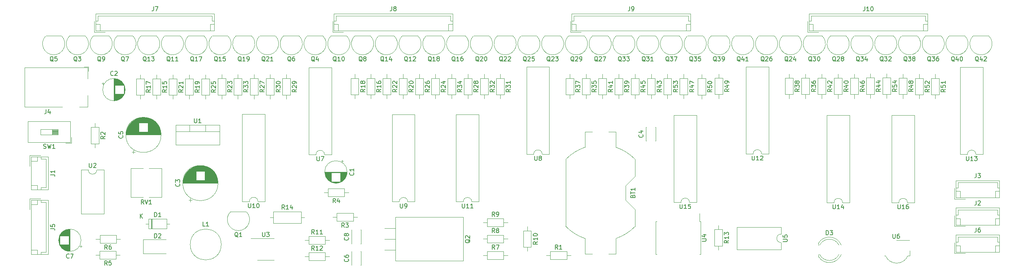
<source format=gbr>
%TF.GenerationSoftware,KiCad,Pcbnew,5.1.9+dfsg1-1+deb11u1*%
%TF.CreationDate,2023-01-26T22:17:51+08:00*%
%TF.ProjectId,OpenNixie,4f70656e-4e69-4786-9965-2e6b69636164,rev?*%
%TF.SameCoordinates,Original*%
%TF.FileFunction,Legend,Top*%
%TF.FilePolarity,Positive*%
%FSLAX46Y46*%
G04 Gerber Fmt 4.6, Leading zero omitted, Abs format (unit mm)*
G04 Created by KiCad (PCBNEW 5.1.9+dfsg1-1+deb11u1) date 2023-01-26 22:17:51*
%MOMM*%
%LPD*%
G01*
G04 APERTURE LIST*
%ADD10C,0.120000*%
%ADD11C,0.150000*%
G04 APERTURE END LIST*
D10*
%TO.C,U14*%
X283840000Y-168930000D02*
G75*
G02*
X285840000Y-168930000I1000000J0D01*
G01*
X285840000Y-168930000D02*
X287490000Y-168930000D01*
X287490000Y-168930000D02*
X287490000Y-148490000D01*
X287490000Y-148490000D02*
X282190000Y-148490000D01*
X282190000Y-148490000D02*
X282190000Y-168930000D01*
X282190000Y-168930000D02*
X283840000Y-168930000D01*
%TO.C,J10*%
X277990000Y-124640000D02*
X277990000Y-128660000D01*
X277990000Y-128660000D02*
X305710000Y-128660000D01*
X305710000Y-128660000D02*
X305710000Y-124640000D01*
X305710000Y-124640000D02*
X277990000Y-124640000D01*
X277990000Y-126350000D02*
X278490000Y-126350000D01*
X278490000Y-126350000D02*
X278490000Y-125140000D01*
X278490000Y-125140000D02*
X305210000Y-125140000D01*
X305210000Y-125140000D02*
X305210000Y-126350000D01*
X305210000Y-126350000D02*
X305710000Y-126350000D01*
X277990000Y-127160000D02*
X278990000Y-127160000D01*
X278990000Y-127160000D02*
X278990000Y-128660000D01*
X305710000Y-127160000D02*
X304710000Y-127160000D01*
X304710000Y-127160000D02*
X304710000Y-128660000D01*
X277690000Y-126460000D02*
X277690000Y-128960000D01*
X277690000Y-128960000D02*
X280190000Y-128960000D01*
%TO.C,J9*%
X222590000Y-124640000D02*
X222590000Y-128660000D01*
X222590000Y-128660000D02*
X250310000Y-128660000D01*
X250310000Y-128660000D02*
X250310000Y-124640000D01*
X250310000Y-124640000D02*
X222590000Y-124640000D01*
X222590000Y-126350000D02*
X223090000Y-126350000D01*
X223090000Y-126350000D02*
X223090000Y-125140000D01*
X223090000Y-125140000D02*
X249810000Y-125140000D01*
X249810000Y-125140000D02*
X249810000Y-126350000D01*
X249810000Y-126350000D02*
X250310000Y-126350000D01*
X222590000Y-127160000D02*
X223590000Y-127160000D01*
X223590000Y-127160000D02*
X223590000Y-128660000D01*
X250310000Y-127160000D02*
X249310000Y-127160000D01*
X249310000Y-127160000D02*
X249310000Y-128660000D01*
X222290000Y-126460000D02*
X222290000Y-128960000D01*
X222290000Y-128960000D02*
X224790000Y-128960000D01*
%TO.C,J8*%
X167040000Y-124640000D02*
X167040000Y-128660000D01*
X167040000Y-128660000D02*
X194760000Y-128660000D01*
X194760000Y-128660000D02*
X194760000Y-124640000D01*
X194760000Y-124640000D02*
X167040000Y-124640000D01*
X167040000Y-126350000D02*
X167540000Y-126350000D01*
X167540000Y-126350000D02*
X167540000Y-125140000D01*
X167540000Y-125140000D02*
X194260000Y-125140000D01*
X194260000Y-125140000D02*
X194260000Y-126350000D01*
X194260000Y-126350000D02*
X194760000Y-126350000D01*
X167040000Y-127160000D02*
X168040000Y-127160000D01*
X168040000Y-127160000D02*
X168040000Y-128660000D01*
X194760000Y-127160000D02*
X193760000Y-127160000D01*
X193760000Y-127160000D02*
X193760000Y-128660000D01*
X166740000Y-126460000D02*
X166740000Y-128960000D01*
X166740000Y-128960000D02*
X169240000Y-128960000D01*
%TO.C,J7*%
X111390000Y-124640000D02*
X111390000Y-128660000D01*
X111390000Y-128660000D02*
X139110000Y-128660000D01*
X139110000Y-128660000D02*
X139110000Y-124640000D01*
X139110000Y-124640000D02*
X111390000Y-124640000D01*
X111390000Y-126350000D02*
X111890000Y-126350000D01*
X111890000Y-126350000D02*
X111890000Y-125140000D01*
X111890000Y-125140000D02*
X138610000Y-125140000D01*
X138610000Y-125140000D02*
X138610000Y-126350000D01*
X138610000Y-126350000D02*
X139110000Y-126350000D01*
X111390000Y-127160000D02*
X112390000Y-127160000D01*
X112390000Y-127160000D02*
X112390000Y-128660000D01*
X139110000Y-127160000D02*
X138110000Y-127160000D01*
X138110000Y-127160000D02*
X138110000Y-128660000D01*
X111090000Y-126460000D02*
X111090000Y-128960000D01*
X111090000Y-128960000D02*
X113590000Y-128960000D01*
%TO.C,J6*%
X312290000Y-176490000D02*
X312290000Y-180510000D01*
X312290000Y-180510000D02*
X322510000Y-180510000D01*
X322510000Y-180510000D02*
X322510000Y-176490000D01*
X322510000Y-176490000D02*
X312290000Y-176490000D01*
X312290000Y-178200000D02*
X312790000Y-178200000D01*
X312790000Y-178200000D02*
X312790000Y-176990000D01*
X312790000Y-176990000D02*
X322010000Y-176990000D01*
X322010000Y-176990000D02*
X322010000Y-178200000D01*
X322010000Y-178200000D02*
X322510000Y-178200000D01*
X312290000Y-179010000D02*
X313290000Y-179010000D01*
X313290000Y-179010000D02*
X313290000Y-180510000D01*
X322510000Y-179010000D02*
X321510000Y-179010000D01*
X321510000Y-179010000D02*
X321510000Y-180510000D01*
X311990000Y-178310000D02*
X311990000Y-180810000D01*
X311990000Y-180810000D02*
X314490000Y-180810000D01*
%TO.C,J5*%
X100310000Y-168340000D02*
X96290000Y-168340000D01*
X96290000Y-168340000D02*
X96290000Y-181060000D01*
X96290000Y-181060000D02*
X100310000Y-181060000D01*
X100310000Y-181060000D02*
X100310000Y-168340000D01*
X98600000Y-168340000D02*
X98600000Y-168840000D01*
X98600000Y-168840000D02*
X99810000Y-168840000D01*
X99810000Y-168840000D02*
X99810000Y-180560000D01*
X99810000Y-180560000D02*
X98600000Y-180560000D01*
X98600000Y-180560000D02*
X98600000Y-181060000D01*
X97790000Y-168340000D02*
X97790000Y-169340000D01*
X97790000Y-169340000D02*
X96290000Y-169340000D01*
X97790000Y-181060000D02*
X97790000Y-180060000D01*
X97790000Y-180060000D02*
X96290000Y-180060000D01*
X98490000Y-168040000D02*
X95990000Y-168040000D01*
X95990000Y-168040000D02*
X95990000Y-170540000D01*
%TO.C,J3*%
X312290000Y-163740000D02*
X312290000Y-167760000D01*
X312290000Y-167760000D02*
X322510000Y-167760000D01*
X322510000Y-167760000D02*
X322510000Y-163740000D01*
X322510000Y-163740000D02*
X312290000Y-163740000D01*
X312290000Y-165450000D02*
X312790000Y-165450000D01*
X312790000Y-165450000D02*
X312790000Y-164240000D01*
X312790000Y-164240000D02*
X322010000Y-164240000D01*
X322010000Y-164240000D02*
X322010000Y-165450000D01*
X322010000Y-165450000D02*
X322510000Y-165450000D01*
X312290000Y-166260000D02*
X313290000Y-166260000D01*
X313290000Y-166260000D02*
X313290000Y-167760000D01*
X322510000Y-166260000D02*
X321510000Y-166260000D01*
X321510000Y-166260000D02*
X321510000Y-167760000D01*
X311990000Y-165560000D02*
X311990000Y-168060000D01*
X311990000Y-168060000D02*
X314490000Y-168060000D01*
%TO.C,J2*%
X312290000Y-170140000D02*
X312290000Y-174160000D01*
X312290000Y-174160000D02*
X322510000Y-174160000D01*
X322510000Y-174160000D02*
X322510000Y-170140000D01*
X322510000Y-170140000D02*
X312290000Y-170140000D01*
X312290000Y-171850000D02*
X312790000Y-171850000D01*
X312790000Y-171850000D02*
X312790000Y-170640000D01*
X312790000Y-170640000D02*
X322010000Y-170640000D01*
X322010000Y-170640000D02*
X322010000Y-171850000D01*
X322010000Y-171850000D02*
X322510000Y-171850000D01*
X312290000Y-172660000D02*
X313290000Y-172660000D01*
X313290000Y-172660000D02*
X313290000Y-174160000D01*
X322510000Y-172660000D02*
X321510000Y-172660000D01*
X321510000Y-172660000D02*
X321510000Y-174160000D01*
X311990000Y-171960000D02*
X311990000Y-174460000D01*
X311990000Y-174460000D02*
X314490000Y-174460000D01*
%TO.C,J1*%
X100310000Y-158190000D02*
X96290000Y-158190000D01*
X96290000Y-158190000D02*
X96290000Y-165910000D01*
X96290000Y-165910000D02*
X100310000Y-165910000D01*
X100310000Y-165910000D02*
X100310000Y-158190000D01*
X98600000Y-158190000D02*
X98600000Y-158690000D01*
X98600000Y-158690000D02*
X99810000Y-158690000D01*
X99810000Y-158690000D02*
X99810000Y-165410000D01*
X99810000Y-165410000D02*
X98600000Y-165410000D01*
X98600000Y-165410000D02*
X98600000Y-165910000D01*
X97790000Y-158190000D02*
X97790000Y-159190000D01*
X97790000Y-159190000D02*
X96290000Y-159190000D01*
X97790000Y-165910000D02*
X97790000Y-164910000D01*
X97790000Y-164910000D02*
X96290000Y-164910000D01*
X98490000Y-157890000D02*
X95990000Y-157890000D01*
X95990000Y-157890000D02*
X95990000Y-160390000D01*
%TO.C,C6*%
X173305000Y-180380000D02*
X173370000Y-180380000D01*
X171130000Y-180380000D02*
X171195000Y-180380000D01*
X173305000Y-183620000D02*
X173370000Y-183620000D01*
X171130000Y-183620000D02*
X171195000Y-183620000D01*
X173370000Y-183620000D02*
X173370000Y-180380000D01*
X171130000Y-183620000D02*
X171130000Y-180380000D01*
%TO.C,U12*%
X263290000Y-157530000D02*
X264940000Y-157530000D01*
X263290000Y-137090000D02*
X263290000Y-157530000D01*
X268590000Y-137090000D02*
X263290000Y-137090000D01*
X268590000Y-157530000D02*
X268590000Y-137090000D01*
X266940000Y-157530000D02*
X268590000Y-157530000D01*
X264940000Y-157530000D02*
G75*
G02*
X266940000Y-157530000I1000000J0D01*
G01*
%TO.C,U7*%
X161190000Y-157680000D02*
X162840000Y-157680000D01*
X161190000Y-137240000D02*
X161190000Y-157680000D01*
X166490000Y-137240000D02*
X161190000Y-137240000D01*
X166490000Y-157680000D02*
X166490000Y-137240000D01*
X164840000Y-157680000D02*
X166490000Y-157680000D01*
X162840000Y-157680000D02*
G75*
G02*
X164840000Y-157680000I1000000J0D01*
G01*
%TO.C,Q2*%
X181390000Y-172370000D02*
X181390000Y-182610000D01*
X197280000Y-172370000D02*
X197280000Y-182610000D01*
X197280000Y-172370000D02*
X181390000Y-172370000D01*
X197280000Y-182610000D02*
X181390000Y-182610000D01*
X181390000Y-174950000D02*
X178850000Y-174950000D01*
X181390000Y-177490000D02*
X178850000Y-177490000D01*
X181390000Y-180030000D02*
X178850000Y-180030000D01*
%TO.C,U16*%
X298990000Y-168930000D02*
G75*
G02*
X300990000Y-168930000I1000000J0D01*
G01*
X300990000Y-168930000D02*
X302640000Y-168930000D01*
X302640000Y-168930000D02*
X302640000Y-148490000D01*
X302640000Y-148490000D02*
X297340000Y-148490000D01*
X297340000Y-148490000D02*
X297340000Y-168930000D01*
X297340000Y-168930000D02*
X298990000Y-168930000D01*
%TO.C,U15*%
X248090000Y-168880000D02*
G75*
G02*
X250090000Y-168880000I1000000J0D01*
G01*
X250090000Y-168880000D02*
X251740000Y-168880000D01*
X251740000Y-168880000D02*
X251740000Y-148440000D01*
X251740000Y-148440000D02*
X246440000Y-148440000D01*
X246440000Y-148440000D02*
X246440000Y-168880000D01*
X246440000Y-168880000D02*
X248090000Y-168880000D01*
%TO.C,U13*%
X313340000Y-157630000D02*
X314990000Y-157630000D01*
X313340000Y-137190000D02*
X313340000Y-157630000D01*
X318640000Y-137190000D02*
X313340000Y-137190000D01*
X318640000Y-157630000D02*
X318640000Y-137190000D01*
X316990000Y-157630000D02*
X318640000Y-157630000D01*
X314990000Y-157630000D02*
G75*
G02*
X316990000Y-157630000I1000000J0D01*
G01*
%TO.C,U11*%
X197240000Y-168730000D02*
G75*
G02*
X199240000Y-168730000I1000000J0D01*
G01*
X199240000Y-168730000D02*
X200890000Y-168730000D01*
X200890000Y-168730000D02*
X200890000Y-148290000D01*
X200890000Y-148290000D02*
X195590000Y-148290000D01*
X195590000Y-148290000D02*
X195590000Y-168730000D01*
X195590000Y-168730000D02*
X197240000Y-168730000D01*
%TO.C,U10*%
X147290000Y-168680000D02*
G75*
G02*
X149290000Y-168680000I1000000J0D01*
G01*
X149290000Y-168680000D02*
X150940000Y-168680000D01*
X150940000Y-168680000D02*
X150940000Y-148240000D01*
X150940000Y-148240000D02*
X145640000Y-148240000D01*
X145640000Y-148240000D02*
X145640000Y-168680000D01*
X145640000Y-168680000D02*
X147290000Y-168680000D01*
%TO.C,U9*%
X184290000Y-168730000D02*
X185940000Y-168730000D01*
X185940000Y-168730000D02*
X185940000Y-148290000D01*
X185940000Y-148290000D02*
X180640000Y-148290000D01*
X180640000Y-148290000D02*
X180640000Y-168730000D01*
X180640000Y-168730000D02*
X182290000Y-168730000D01*
X182290000Y-168730000D02*
G75*
G02*
X184290000Y-168730000I1000000J0D01*
G01*
%TO.C,U8*%
X212040000Y-157580000D02*
X213690000Y-157580000D01*
X212040000Y-137140000D02*
X212040000Y-157580000D01*
X217340000Y-137140000D02*
X212040000Y-137140000D01*
X217340000Y-157580000D02*
X217340000Y-137140000D01*
X215690000Y-157580000D02*
X217340000Y-157580000D01*
X213690000Y-157580000D02*
G75*
G02*
X215690000Y-157580000I1000000J0D01*
G01*
%TO.C,U6*%
X295890000Y-181400000D02*
X295670000Y-181400000D01*
X301470000Y-177740000D02*
X298390000Y-177740000D01*
X301550000Y-181400000D02*
X301090000Y-181400000D01*
X301550000Y-181400000D02*
X301550000Y-180200000D01*
X295890000Y-181400000D02*
G75*
G03*
X301090000Y-181400000I2600000J1100000D01*
G01*
%TO.C,U5*%
X271480000Y-179960000D02*
X271480000Y-178310000D01*
X261200000Y-179960000D02*
X271480000Y-179960000D01*
X261200000Y-174660000D02*
X261200000Y-179960000D01*
X271480000Y-174660000D02*
X261200000Y-174660000D01*
X271480000Y-176310000D02*
X271480000Y-174660000D01*
X271480000Y-178310000D02*
G75*
G02*
X271480000Y-176310000I0J1000000D01*
G01*
%TO.C,U4*%
X242190000Y-177200000D02*
X242190000Y-181060000D01*
X242190000Y-181060000D02*
X242445000Y-181060000D01*
X242190000Y-177200000D02*
X242190000Y-173340000D01*
X242190000Y-173340000D02*
X242445000Y-173340000D01*
X252710000Y-177200000D02*
X252710000Y-181060000D01*
X252710000Y-181060000D02*
X252455000Y-181060000D01*
X252710000Y-177200000D02*
X252710000Y-173340000D01*
X252710000Y-173340000D02*
X252455000Y-173340000D01*
X252455000Y-173340000D02*
X252455000Y-171525000D01*
%TO.C,U3*%
X151100000Y-182410000D02*
X153050000Y-182410000D01*
X151100000Y-182410000D02*
X149150000Y-182410000D01*
X151100000Y-177290000D02*
X153050000Y-177290000D01*
X151100000Y-177290000D02*
X147650000Y-177290000D01*
%TO.C,U2*%
X111660000Y-161270000D02*
G75*
G02*
X109660000Y-161270000I-1000000J0D01*
G01*
X109660000Y-161270000D02*
X108010000Y-161270000D01*
X108010000Y-161270000D02*
X108010000Y-171550000D01*
X108010000Y-171550000D02*
X113310000Y-171550000D01*
X113310000Y-171550000D02*
X113310000Y-161270000D01*
X113310000Y-161270000D02*
X111660000Y-161270000D01*
%TO.C,U1*%
X130070000Y-150780000D02*
X140310000Y-150780000D01*
X130070000Y-155421000D02*
X140310000Y-155421000D01*
X130070000Y-150780000D02*
X130070000Y-155421000D01*
X140310000Y-150780000D02*
X140310000Y-155421000D01*
X130070000Y-152290000D02*
X140310000Y-152290000D01*
X133340000Y-150780000D02*
X133340000Y-152290000D01*
X137041000Y-150780000D02*
X137041000Y-152290000D01*
%TO.C,SW1*%
X101216667Y-152985000D02*
X101216667Y-151715000D01*
X102570000Y-151785000D02*
X101216667Y-151785000D01*
X102570000Y-151905000D02*
X101216667Y-151905000D01*
X102570000Y-152025000D02*
X101216667Y-152025000D01*
X102570000Y-152145000D02*
X101216667Y-152145000D01*
X102570000Y-152265000D02*
X101216667Y-152265000D01*
X102570000Y-152385000D02*
X101216667Y-152385000D01*
X102570000Y-152505000D02*
X101216667Y-152505000D01*
X102570000Y-152625000D02*
X101216667Y-152625000D01*
X102570000Y-152745000D02*
X101216667Y-152745000D01*
X102570000Y-152865000D02*
X101216667Y-152865000D01*
X98510000Y-152985000D02*
X102570000Y-152985000D01*
X98510000Y-151715000D02*
X98510000Y-152985000D01*
X102570000Y-151715000D02*
X98510000Y-151715000D01*
X102570000Y-152985000D02*
X102570000Y-151715000D01*
X105730000Y-155010000D02*
X105730000Y-153627000D01*
X105730000Y-155010000D02*
X104346000Y-155010000D01*
X95590000Y-154770000D02*
X95590000Y-149930000D01*
X105490000Y-154770000D02*
X105490000Y-149930000D01*
X105490000Y-149930000D02*
X95590000Y-149930000D01*
X105490000Y-154770000D02*
X95590000Y-154770000D01*
%TO.C,RV1*%
X119590000Y-167710000D02*
X119590000Y-160870000D01*
X126830000Y-167710000D02*
X126830000Y-160870000D01*
X122500000Y-160870000D02*
X119590000Y-160870000D01*
X126830000Y-160870000D02*
X123800000Y-160870000D01*
X122500000Y-167710000D02*
X119590000Y-167710000D01*
X126830000Y-167710000D02*
X123800000Y-167710000D01*
%TO.C,R54*%
X296150000Y-144480000D02*
X296150000Y-143530000D01*
X296150000Y-138740000D02*
X296150000Y-139690000D01*
X297070000Y-143530000D02*
X297070000Y-139690000D01*
X295230000Y-143530000D02*
X297070000Y-143530000D01*
X295230000Y-139690000D02*
X295230000Y-143530000D01*
X297070000Y-139690000D02*
X295230000Y-139690000D01*
%TO.C,R53*%
X244950000Y-144580000D02*
X244950000Y-143630000D01*
X244950000Y-138840000D02*
X244950000Y-139790000D01*
X245870000Y-143630000D02*
X245870000Y-139790000D01*
X244030000Y-143630000D02*
X245870000Y-143630000D01*
X244030000Y-139790000D02*
X244030000Y-143630000D01*
X245870000Y-139790000D02*
X244030000Y-139790000D01*
%TO.C,R52*%
X303750000Y-144580000D02*
X303750000Y-143630000D01*
X303750000Y-138840000D02*
X303750000Y-139790000D01*
X304670000Y-143630000D02*
X304670000Y-139790000D01*
X302830000Y-143630000D02*
X304670000Y-143630000D01*
X302830000Y-139790000D02*
X302830000Y-143630000D01*
X304670000Y-139790000D02*
X302830000Y-139790000D01*
%TO.C,R51*%
X307500000Y-144580000D02*
X307500000Y-143630000D01*
X307500000Y-138840000D02*
X307500000Y-139790000D01*
X308420000Y-143630000D02*
X308420000Y-139790000D01*
X306580000Y-143630000D02*
X308420000Y-143630000D01*
X306580000Y-139790000D02*
X306580000Y-143630000D01*
X308420000Y-139790000D02*
X306580000Y-139790000D01*
%TO.C,R50*%
X252950000Y-144630000D02*
X252950000Y-143680000D01*
X252950000Y-138890000D02*
X252950000Y-139840000D01*
X253870000Y-143680000D02*
X253870000Y-139840000D01*
X252030000Y-143680000D02*
X253870000Y-143680000D01*
X252030000Y-139840000D02*
X252030000Y-143680000D01*
X253870000Y-139840000D02*
X252030000Y-139840000D01*
%TO.C,R49*%
X256950000Y-144530000D02*
X256950000Y-143580000D01*
X256950000Y-138790000D02*
X256950000Y-139740000D01*
X257870000Y-143580000D02*
X257870000Y-139740000D01*
X256030000Y-143580000D02*
X257870000Y-143580000D01*
X256030000Y-139740000D02*
X256030000Y-143580000D01*
X257870000Y-139740000D02*
X256030000Y-139740000D01*
%TO.C,R48*%
X299950000Y-144530000D02*
X299950000Y-143580000D01*
X299950000Y-138790000D02*
X299950000Y-139740000D01*
X300870000Y-143580000D02*
X300870000Y-139740000D01*
X299030000Y-143580000D02*
X300870000Y-143580000D01*
X299030000Y-139740000D02*
X299030000Y-143580000D01*
X300870000Y-139740000D02*
X299030000Y-139740000D01*
%TO.C,R47*%
X248750000Y-144580000D02*
X248750000Y-143630000D01*
X248750000Y-138840000D02*
X248750000Y-139790000D01*
X249670000Y-143630000D02*
X249670000Y-139790000D01*
X247830000Y-143630000D02*
X249670000Y-143630000D01*
X247830000Y-139790000D02*
X247830000Y-143630000D01*
X249670000Y-139790000D02*
X247830000Y-139790000D01*
%TO.C,R46*%
X288600000Y-144530000D02*
X288600000Y-143580000D01*
X288600000Y-138790000D02*
X288600000Y-139740000D01*
X289520000Y-143580000D02*
X289520000Y-139740000D01*
X287680000Y-143580000D02*
X289520000Y-143580000D01*
X287680000Y-139740000D02*
X287680000Y-143580000D01*
X289520000Y-139740000D02*
X287680000Y-139740000D01*
%TO.C,R45*%
X237350000Y-144580000D02*
X237350000Y-143630000D01*
X237350000Y-138840000D02*
X237350000Y-139790000D01*
X238270000Y-143630000D02*
X238270000Y-139790000D01*
X236430000Y-143630000D02*
X238270000Y-143630000D01*
X236430000Y-139790000D02*
X236430000Y-143630000D01*
X238270000Y-139790000D02*
X236430000Y-139790000D01*
%TO.C,R44*%
X292350000Y-144480000D02*
X292350000Y-143530000D01*
X292350000Y-138740000D02*
X292350000Y-139690000D01*
X293270000Y-143530000D02*
X293270000Y-139690000D01*
X291430000Y-143530000D02*
X293270000Y-143530000D01*
X291430000Y-139690000D02*
X291430000Y-143530000D01*
X293270000Y-139690000D02*
X291430000Y-139690000D01*
%TO.C,R43*%
X241150000Y-144580000D02*
X241150000Y-143630000D01*
X241150000Y-138840000D02*
X241150000Y-139790000D01*
X242070000Y-143630000D02*
X242070000Y-139790000D01*
X240230000Y-143630000D02*
X242070000Y-143630000D01*
X240230000Y-139790000D02*
X240230000Y-143630000D01*
X242070000Y-139790000D02*
X240230000Y-139790000D01*
%TO.C,R42*%
X281000000Y-144530000D02*
X281000000Y-143580000D01*
X281000000Y-138790000D02*
X281000000Y-139740000D01*
X281920000Y-143580000D02*
X281920000Y-139740000D01*
X280080000Y-143580000D02*
X281920000Y-143580000D01*
X280080000Y-139740000D02*
X280080000Y-143580000D01*
X281920000Y-139740000D02*
X280080000Y-139740000D01*
%TO.C,R41*%
X229750000Y-144580000D02*
X229750000Y-143630000D01*
X229750000Y-138840000D02*
X229750000Y-139790000D01*
X230670000Y-143630000D02*
X230670000Y-139790000D01*
X228830000Y-143630000D02*
X230670000Y-143630000D01*
X228830000Y-139790000D02*
X228830000Y-143630000D01*
X230670000Y-139790000D02*
X228830000Y-139790000D01*
%TO.C,R40*%
X284800000Y-144530000D02*
X284800000Y-143580000D01*
X284800000Y-138790000D02*
X284800000Y-139740000D01*
X285720000Y-143580000D02*
X285720000Y-139740000D01*
X283880000Y-143580000D02*
X285720000Y-143580000D01*
X283880000Y-139740000D02*
X283880000Y-143580000D01*
X285720000Y-139740000D02*
X283880000Y-139740000D01*
%TO.C,R39*%
X233550000Y-144580000D02*
X233550000Y-143630000D01*
X233550000Y-138840000D02*
X233550000Y-139790000D01*
X234470000Y-143630000D02*
X234470000Y-139790000D01*
X232630000Y-143630000D02*
X234470000Y-143630000D01*
X232630000Y-139790000D02*
X232630000Y-143630000D01*
X234470000Y-139790000D02*
X232630000Y-139790000D01*
%TO.C,R38*%
X273350000Y-144530000D02*
X273350000Y-143580000D01*
X273350000Y-138790000D02*
X273350000Y-139740000D01*
X274270000Y-143580000D02*
X274270000Y-139740000D01*
X272430000Y-143580000D02*
X274270000Y-143580000D01*
X272430000Y-139740000D02*
X272430000Y-143580000D01*
X274270000Y-139740000D02*
X272430000Y-139740000D01*
%TO.C,R37*%
X222150000Y-144580000D02*
X222150000Y-143630000D01*
X222150000Y-138840000D02*
X222150000Y-139790000D01*
X223070000Y-143630000D02*
X223070000Y-139790000D01*
X221230000Y-143630000D02*
X223070000Y-143630000D01*
X221230000Y-139790000D02*
X221230000Y-143630000D01*
X223070000Y-139790000D02*
X221230000Y-139790000D01*
%TO.C,R36*%
X277200000Y-144530000D02*
X277200000Y-143580000D01*
X277200000Y-138790000D02*
X277200000Y-139740000D01*
X278120000Y-143580000D02*
X278120000Y-139740000D01*
X276280000Y-143580000D02*
X278120000Y-143580000D01*
X276280000Y-139740000D02*
X276280000Y-143580000D01*
X278120000Y-139740000D02*
X276280000Y-139740000D01*
%TO.C,R35*%
X225950000Y-144580000D02*
X225950000Y-143630000D01*
X225950000Y-138840000D02*
X225950000Y-139790000D01*
X226870000Y-143630000D02*
X226870000Y-139790000D01*
X225030000Y-143630000D02*
X226870000Y-143630000D01*
X225030000Y-139790000D02*
X225030000Y-143630000D01*
X226870000Y-139790000D02*
X225030000Y-139790000D01*
%TO.C,R34*%
X194550000Y-144580000D02*
X194550000Y-143630000D01*
X194550000Y-138840000D02*
X194550000Y-139790000D01*
X195470000Y-143630000D02*
X195470000Y-139790000D01*
X193630000Y-143630000D02*
X195470000Y-143630000D01*
X193630000Y-139790000D02*
X193630000Y-143630000D01*
X195470000Y-139790000D02*
X193630000Y-139790000D01*
%TO.C,R33*%
X144600000Y-144630000D02*
X144600000Y-143680000D01*
X144600000Y-138890000D02*
X144600000Y-139840000D01*
X145520000Y-143680000D02*
X145520000Y-139840000D01*
X143680000Y-143680000D02*
X145520000Y-143680000D01*
X143680000Y-139840000D02*
X143680000Y-143680000D01*
X145520000Y-139840000D02*
X143680000Y-139840000D01*
%TO.C,R32*%
X202150000Y-144580000D02*
X202150000Y-143630000D01*
X202150000Y-138840000D02*
X202150000Y-139790000D01*
X203070000Y-143630000D02*
X203070000Y-139790000D01*
X201230000Y-143630000D02*
X203070000Y-143630000D01*
X201230000Y-139790000D02*
X201230000Y-143630000D01*
X203070000Y-139790000D02*
X201230000Y-139790000D01*
%TO.C,R31*%
X205900000Y-144580000D02*
X205900000Y-143630000D01*
X205900000Y-138840000D02*
X205900000Y-139790000D01*
X206820000Y-143630000D02*
X206820000Y-139790000D01*
X204980000Y-143630000D02*
X206820000Y-143630000D01*
X204980000Y-139790000D02*
X204980000Y-143630000D01*
X206820000Y-139790000D02*
X204980000Y-139790000D01*
%TO.C,R30*%
X152150000Y-144630000D02*
X152150000Y-143680000D01*
X152150000Y-138890000D02*
X152150000Y-139840000D01*
X153070000Y-143680000D02*
X153070000Y-139840000D01*
X151230000Y-143680000D02*
X153070000Y-143680000D01*
X151230000Y-139840000D02*
X151230000Y-143680000D01*
X153070000Y-139840000D02*
X151230000Y-139840000D01*
%TO.C,R29*%
X155950000Y-144630000D02*
X155950000Y-143680000D01*
X155950000Y-138890000D02*
X155950000Y-139840000D01*
X156870000Y-143680000D02*
X156870000Y-139840000D01*
X155030000Y-143680000D02*
X156870000Y-143680000D01*
X155030000Y-139840000D02*
X155030000Y-143680000D01*
X156870000Y-139840000D02*
X155030000Y-139840000D01*
%TO.C,R28*%
X198350000Y-144580000D02*
X198350000Y-143630000D01*
X198350000Y-138840000D02*
X198350000Y-139790000D01*
X199270000Y-143630000D02*
X199270000Y-139790000D01*
X197430000Y-143630000D02*
X199270000Y-143630000D01*
X197430000Y-139790000D02*
X197430000Y-143630000D01*
X199270000Y-139790000D02*
X197430000Y-139790000D01*
%TO.C,R27*%
X148400000Y-144630000D02*
X148400000Y-143680000D01*
X148400000Y-138890000D02*
X148400000Y-139840000D01*
X149320000Y-143680000D02*
X149320000Y-139840000D01*
X147480000Y-143680000D02*
X149320000Y-143680000D01*
X147480000Y-139840000D02*
X147480000Y-143680000D01*
X149320000Y-139840000D02*
X147480000Y-139840000D01*
%TO.C,R26*%
X187000000Y-144580000D02*
X187000000Y-143630000D01*
X187000000Y-138840000D02*
X187000000Y-139790000D01*
X187920000Y-143630000D02*
X187920000Y-139790000D01*
X186080000Y-143630000D02*
X187920000Y-143630000D01*
X186080000Y-139790000D02*
X186080000Y-143630000D01*
X187920000Y-139790000D02*
X186080000Y-139790000D01*
%TO.C,R25*%
X137050000Y-144680000D02*
X137050000Y-143730000D01*
X137050000Y-138940000D02*
X137050000Y-139890000D01*
X137970000Y-143730000D02*
X137970000Y-139890000D01*
X136130000Y-143730000D02*
X137970000Y-143730000D01*
X136130000Y-139890000D02*
X136130000Y-143730000D01*
X137970000Y-139890000D02*
X136130000Y-139890000D01*
%TO.C,R24*%
X190750000Y-144580000D02*
X190750000Y-143630000D01*
X190750000Y-138840000D02*
X190750000Y-139790000D01*
X191670000Y-143630000D02*
X191670000Y-139790000D01*
X189830000Y-143630000D02*
X191670000Y-143630000D01*
X189830000Y-139790000D02*
X189830000Y-143630000D01*
X191670000Y-139790000D02*
X189830000Y-139790000D01*
%TO.C,R23*%
X140850000Y-144630000D02*
X140850000Y-143680000D01*
X140850000Y-138890000D02*
X140850000Y-139840000D01*
X141770000Y-143680000D02*
X141770000Y-139840000D01*
X139930000Y-143680000D02*
X141770000Y-143680000D01*
X139930000Y-139840000D02*
X139930000Y-143680000D01*
X141770000Y-139840000D02*
X139930000Y-139840000D01*
%TO.C,R22*%
X179400000Y-144580000D02*
X179400000Y-143630000D01*
X179400000Y-138840000D02*
X179400000Y-139790000D01*
X180320000Y-143630000D02*
X180320000Y-139790000D01*
X178480000Y-143630000D02*
X180320000Y-143630000D01*
X178480000Y-139790000D02*
X178480000Y-143630000D01*
X180320000Y-139790000D02*
X178480000Y-139790000D01*
%TO.C,R21*%
X129400000Y-144680000D02*
X129400000Y-143730000D01*
X129400000Y-138940000D02*
X129400000Y-139890000D01*
X130320000Y-143730000D02*
X130320000Y-139890000D01*
X128480000Y-143730000D02*
X130320000Y-143730000D01*
X128480000Y-139890000D02*
X128480000Y-143730000D01*
X130320000Y-139890000D02*
X128480000Y-139890000D01*
%TO.C,R20*%
X183200000Y-144580000D02*
X183200000Y-143630000D01*
X183200000Y-138840000D02*
X183200000Y-139790000D01*
X184120000Y-143630000D02*
X184120000Y-139790000D01*
X182280000Y-143630000D02*
X184120000Y-143630000D01*
X182280000Y-139790000D02*
X182280000Y-143630000D01*
X184120000Y-139790000D02*
X182280000Y-139790000D01*
%TO.C,R19*%
X133250000Y-144680000D02*
X133250000Y-143730000D01*
X133250000Y-138940000D02*
X133250000Y-139890000D01*
X134170000Y-143730000D02*
X134170000Y-139890000D01*
X132330000Y-143730000D02*
X134170000Y-143730000D01*
X132330000Y-139890000D02*
X132330000Y-143730000D01*
X134170000Y-139890000D02*
X132330000Y-139890000D01*
%TO.C,R18*%
X172820000Y-139790000D02*
X170980000Y-139790000D01*
X170980000Y-139790000D02*
X170980000Y-143630000D01*
X170980000Y-143630000D02*
X172820000Y-143630000D01*
X172820000Y-143630000D02*
X172820000Y-139790000D01*
X171900000Y-138840000D02*
X171900000Y-139790000D01*
X171900000Y-144580000D02*
X171900000Y-143630000D01*
%TO.C,R17*%
X121800000Y-144680000D02*
X121800000Y-143730000D01*
X121800000Y-138940000D02*
X121800000Y-139890000D01*
X122720000Y-143730000D02*
X122720000Y-139890000D01*
X120880000Y-143730000D02*
X122720000Y-143730000D01*
X120880000Y-139890000D02*
X120880000Y-143730000D01*
X122720000Y-139890000D02*
X120880000Y-139890000D01*
%TO.C,R16*%
X175650000Y-144580000D02*
X175650000Y-143630000D01*
X175650000Y-138840000D02*
X175650000Y-139790000D01*
X176570000Y-143630000D02*
X176570000Y-139790000D01*
X174730000Y-143630000D02*
X176570000Y-143630000D01*
X174730000Y-139790000D02*
X174730000Y-143630000D01*
X176570000Y-139790000D02*
X174730000Y-139790000D01*
%TO.C,R15*%
X125600000Y-144680000D02*
X125600000Y-143730000D01*
X125600000Y-138940000D02*
X125600000Y-139890000D01*
X126520000Y-143730000D02*
X126520000Y-139890000D01*
X124680000Y-143730000D02*
X126520000Y-143730000D01*
X124680000Y-139890000D02*
X124680000Y-143730000D01*
X126520000Y-139890000D02*
X124680000Y-139890000D01*
%TO.C,R14*%
X160170000Y-172400000D02*
X159400000Y-172400000D01*
X152090000Y-172400000D02*
X152860000Y-172400000D01*
X159400000Y-171030000D02*
X152860000Y-171030000D01*
X159400000Y-173770000D02*
X159400000Y-171030000D01*
X152860000Y-173770000D02*
X159400000Y-173770000D01*
X152860000Y-171030000D02*
X152860000Y-173770000D01*
%TO.C,R13*%
X256850000Y-180030000D02*
X256850000Y-179080000D01*
X256850000Y-174290000D02*
X256850000Y-175240000D01*
X257770000Y-179080000D02*
X257770000Y-175240000D01*
X255930000Y-179080000D02*
X257770000Y-179080000D01*
X255930000Y-175240000D02*
X255930000Y-179080000D01*
X257770000Y-175240000D02*
X255930000Y-175240000D01*
%TO.C,R12*%
X165980000Y-181550000D02*
X165030000Y-181550000D01*
X160240000Y-181550000D02*
X161190000Y-181550000D01*
X165030000Y-180630000D02*
X161190000Y-180630000D01*
X165030000Y-182470000D02*
X165030000Y-180630000D01*
X161190000Y-182470000D02*
X165030000Y-182470000D01*
X161190000Y-180630000D02*
X161190000Y-182470000D01*
%TO.C,R11*%
X165980000Y-177750000D02*
X165030000Y-177750000D01*
X160240000Y-177750000D02*
X161190000Y-177750000D01*
X165030000Y-176830000D02*
X161190000Y-176830000D01*
X165030000Y-178670000D02*
X165030000Y-176830000D01*
X161190000Y-178670000D02*
X165030000Y-178670000D01*
X161190000Y-176830000D02*
X161190000Y-178670000D01*
%TO.C,R10*%
X212200000Y-180310000D02*
X212200000Y-179360000D01*
X212200000Y-174570000D02*
X212200000Y-175520000D01*
X213120000Y-179360000D02*
X213120000Y-175520000D01*
X211280000Y-179360000D02*
X213120000Y-179360000D01*
X211280000Y-175520000D02*
X211280000Y-179360000D01*
X213120000Y-175520000D02*
X211280000Y-175520000D01*
%TO.C,R9*%
X207630000Y-173600000D02*
X206680000Y-173600000D01*
X201890000Y-173600000D02*
X202840000Y-173600000D01*
X206680000Y-172680000D02*
X202840000Y-172680000D01*
X206680000Y-174520000D02*
X206680000Y-172680000D01*
X202840000Y-174520000D02*
X206680000Y-174520000D01*
X202840000Y-172680000D02*
X202840000Y-174520000D01*
%TO.C,R8*%
X207630000Y-177450000D02*
X206680000Y-177450000D01*
X201890000Y-177450000D02*
X202840000Y-177450000D01*
X206680000Y-176530000D02*
X202840000Y-176530000D01*
X206680000Y-178370000D02*
X206680000Y-176530000D01*
X202840000Y-178370000D02*
X206680000Y-178370000D01*
X202840000Y-176530000D02*
X202840000Y-178370000D01*
%TO.C,R7*%
X207630000Y-181300000D02*
X206680000Y-181300000D01*
X201890000Y-181300000D02*
X202840000Y-181300000D01*
X206680000Y-180380000D02*
X202840000Y-180380000D01*
X206680000Y-182220000D02*
X206680000Y-180380000D01*
X202840000Y-182220000D02*
X206680000Y-182220000D01*
X202840000Y-180380000D02*
X202840000Y-182220000D01*
%TO.C,R6*%
X111420000Y-177500000D02*
X112370000Y-177500000D01*
X117160000Y-177500000D02*
X116210000Y-177500000D01*
X112370000Y-178420000D02*
X116210000Y-178420000D01*
X112370000Y-176580000D02*
X112370000Y-178420000D01*
X116210000Y-176580000D02*
X112370000Y-176580000D01*
X116210000Y-178420000D02*
X116210000Y-176580000D01*
%TO.C,R5*%
X111370000Y-181200000D02*
X112320000Y-181200000D01*
X117110000Y-181200000D02*
X116160000Y-181200000D01*
X112320000Y-182120000D02*
X116160000Y-182120000D01*
X112320000Y-180280000D02*
X112320000Y-182120000D01*
X116160000Y-180280000D02*
X112320000Y-180280000D01*
X116160000Y-182120000D02*
X116160000Y-180280000D01*
%TO.C,R4*%
X164720000Y-166600000D02*
X165670000Y-166600000D01*
X170460000Y-166600000D02*
X169510000Y-166600000D01*
X165670000Y-167520000D02*
X169510000Y-167520000D01*
X165670000Y-165680000D02*
X165670000Y-167520000D01*
X169510000Y-165680000D02*
X165670000Y-165680000D01*
X169510000Y-167520000D02*
X169510000Y-165680000D01*
%TO.C,R3*%
X171560000Y-173270000D02*
X171560000Y-171430000D01*
X171560000Y-171430000D02*
X167720000Y-171430000D01*
X167720000Y-171430000D02*
X167720000Y-173270000D01*
X167720000Y-173270000D02*
X171560000Y-173270000D01*
X172510000Y-172350000D02*
X171560000Y-172350000D01*
X166770000Y-172350000D02*
X167720000Y-172350000D01*
%TO.C,R2*%
X111200000Y-156080000D02*
X111200000Y-155130000D01*
X111200000Y-150340000D02*
X111200000Y-151290000D01*
X112120000Y-155130000D02*
X112120000Y-151290000D01*
X110280000Y-155130000D02*
X112120000Y-155130000D01*
X110280000Y-151290000D02*
X110280000Y-155130000D01*
X112120000Y-151290000D02*
X110280000Y-151290000D01*
%TO.C,R1*%
X222380000Y-181300000D02*
X221430000Y-181300000D01*
X216640000Y-181300000D02*
X217590000Y-181300000D01*
X221430000Y-180380000D02*
X217590000Y-180380000D01*
X221430000Y-182220000D02*
X221430000Y-180380000D01*
X217590000Y-182220000D02*
X221430000Y-182220000D01*
X217590000Y-180380000D02*
X217590000Y-182220000D01*
%TO.C,Q42*%
X319980000Y-129850000D02*
X316380000Y-129850000D01*
X316341522Y-129861522D02*
G75*
G03*
X318180000Y-134300000I1838478J-1838478D01*
G01*
X320018478Y-129861522D02*
G75*
G02*
X318180000Y-134300000I-1838478J-1838478D01*
G01*
%TO.C,Q41*%
X264330000Y-129850000D02*
X260730000Y-129850000D01*
X260691522Y-129861522D02*
G75*
G03*
X262530000Y-134300000I1838478J-1838478D01*
G01*
X264368478Y-129861522D02*
G75*
G02*
X262530000Y-134300000I-1838478J-1838478D01*
G01*
%TO.C,Q40*%
X314380000Y-129850000D02*
X310780000Y-129850000D01*
X310741522Y-129861522D02*
G75*
G03*
X312580000Y-134300000I1838478J-1838478D01*
G01*
X314418478Y-129861522D02*
G75*
G02*
X312580000Y-134300000I-1838478J-1838478D01*
G01*
%TO.C,Q39*%
X258780000Y-129850000D02*
X255180000Y-129850000D01*
X255141522Y-129861522D02*
G75*
G03*
X256980000Y-134300000I1838478J-1838478D01*
G01*
X258818478Y-129861522D02*
G75*
G02*
X256980000Y-134300000I-1838478J-1838478D01*
G01*
%TO.C,Q38*%
X303280000Y-129850000D02*
X299680000Y-129850000D01*
X299641522Y-129861522D02*
G75*
G03*
X301480000Y-134300000I1838478J-1838478D01*
G01*
X303318478Y-129861522D02*
G75*
G02*
X301480000Y-134300000I-1838478J-1838478D01*
G01*
%TO.C,Q37*%
X247680000Y-129850000D02*
X244080000Y-129850000D01*
X244041522Y-129861522D02*
G75*
G03*
X245880000Y-134300000I1838478J-1838478D01*
G01*
X247718478Y-129861522D02*
G75*
G02*
X245880000Y-134300000I-1838478J-1838478D01*
G01*
%TO.C,Q36*%
X308830000Y-129850000D02*
X305230000Y-129850000D01*
X305191522Y-129861522D02*
G75*
G03*
X307030000Y-134300000I1838478J-1838478D01*
G01*
X308868478Y-129861522D02*
G75*
G02*
X307030000Y-134300000I-1838478J-1838478D01*
G01*
%TO.C,Q35*%
X253230000Y-129850000D02*
X249630000Y-129850000D01*
X249591522Y-129861522D02*
G75*
G03*
X251430000Y-134300000I1838478J-1838478D01*
G01*
X253268478Y-129861522D02*
G75*
G02*
X251430000Y-134300000I-1838478J-1838478D01*
G01*
%TO.C,Q34*%
X292180000Y-129850000D02*
X288580000Y-129850000D01*
X288541522Y-129861522D02*
G75*
G03*
X290380000Y-134300000I1838478J-1838478D01*
G01*
X292218478Y-129861522D02*
G75*
G02*
X290380000Y-134300000I-1838478J-1838478D01*
G01*
%TO.C,Q33*%
X236580000Y-129850000D02*
X232980000Y-129850000D01*
X232941522Y-129861522D02*
G75*
G03*
X234780000Y-134300000I1838478J-1838478D01*
G01*
X236618478Y-129861522D02*
G75*
G02*
X234780000Y-134300000I-1838478J-1838478D01*
G01*
%TO.C,Q32*%
X297730000Y-129850000D02*
X294130000Y-129850000D01*
X294091522Y-129861522D02*
G75*
G03*
X295930000Y-134300000I1838478J-1838478D01*
G01*
X297768478Y-129861522D02*
G75*
G02*
X295930000Y-134300000I-1838478J-1838478D01*
G01*
%TO.C,Q31*%
X242130000Y-129850000D02*
X238530000Y-129850000D01*
X238491522Y-129861522D02*
G75*
G03*
X240330000Y-134300000I1838478J-1838478D01*
G01*
X242168478Y-129861522D02*
G75*
G02*
X240330000Y-134300000I-1838478J-1838478D01*
G01*
%TO.C,Q30*%
X281050000Y-129850000D02*
X277450000Y-129850000D01*
X277411522Y-129861522D02*
G75*
G03*
X279250000Y-134300000I1838478J-1838478D01*
G01*
X281088478Y-129861522D02*
G75*
G02*
X279250000Y-134300000I-1838478J-1838478D01*
G01*
%TO.C,Q29*%
X225480000Y-129850000D02*
X221880000Y-129850000D01*
X221841522Y-129861522D02*
G75*
G03*
X223680000Y-134300000I1838478J-1838478D01*
G01*
X225518478Y-129861522D02*
G75*
G02*
X223680000Y-134300000I-1838478J-1838478D01*
G01*
%TO.C,Q28*%
X286630000Y-129850000D02*
X283030000Y-129850000D01*
X282991522Y-129861522D02*
G75*
G03*
X284830000Y-134300000I1838478J-1838478D01*
G01*
X286668478Y-129861522D02*
G75*
G02*
X284830000Y-134300000I-1838478J-1838478D01*
G01*
%TO.C,Q27*%
X231030000Y-129850000D02*
X227430000Y-129850000D01*
X227391522Y-129861522D02*
G75*
G03*
X229230000Y-134300000I1838478J-1838478D01*
G01*
X231068478Y-129861522D02*
G75*
G02*
X229230000Y-134300000I-1838478J-1838478D01*
G01*
%TO.C,Q26*%
X269900000Y-129850000D02*
X266300000Y-129850000D01*
X266261522Y-129861522D02*
G75*
G03*
X268100000Y-134300000I1838478J-1838478D01*
G01*
X269938478Y-129861522D02*
G75*
G02*
X268100000Y-134300000I-1838478J-1838478D01*
G01*
%TO.C,Q25*%
X214380000Y-129850000D02*
X210780000Y-129850000D01*
X214418478Y-129861522D02*
G75*
G02*
X212580000Y-134300000I-1838478J-1838478D01*
G01*
X210741522Y-129861522D02*
G75*
G03*
X212580000Y-134300000I1838478J-1838478D01*
G01*
%TO.C,Q24*%
X275480000Y-129850000D02*
X271880000Y-129850000D01*
X271841522Y-129861522D02*
G75*
G03*
X273680000Y-134300000I1838478J-1838478D01*
G01*
X275518478Y-129861522D02*
G75*
G02*
X273680000Y-134300000I-1838478J-1838478D01*
G01*
%TO.C,Q23*%
X219930000Y-129850000D02*
X216330000Y-129850000D01*
X219968478Y-129861522D02*
G75*
G02*
X218130000Y-134300000I-1838478J-1838478D01*
G01*
X216291522Y-129861522D02*
G75*
G03*
X218130000Y-134300000I1838478J-1838478D01*
G01*
%TO.C,Q22*%
X208830000Y-129850000D02*
X205230000Y-129850000D01*
X208868478Y-129861522D02*
G75*
G02*
X207030000Y-134300000I-1838478J-1838478D01*
G01*
X205191522Y-129861522D02*
G75*
G03*
X207030000Y-134300000I1838478J-1838478D01*
G01*
%TO.C,Q21*%
X153330000Y-129850000D02*
X149730000Y-129850000D01*
X149691522Y-129861522D02*
G75*
G03*
X151530000Y-134300000I1838478J-1838478D01*
G01*
X153368478Y-129861522D02*
G75*
G02*
X151530000Y-134300000I-1838478J-1838478D01*
G01*
%TO.C,Q20*%
X203280000Y-129850000D02*
X199680000Y-129850000D01*
X203318478Y-129861522D02*
G75*
G02*
X201480000Y-134300000I-1838478J-1838478D01*
G01*
X199641522Y-129861522D02*
G75*
G03*
X201480000Y-134300000I1838478J-1838478D01*
G01*
%TO.C,Q19*%
X147780000Y-129850000D02*
X144180000Y-129850000D01*
X144141522Y-129861522D02*
G75*
G03*
X145980000Y-134300000I1838478J-1838478D01*
G01*
X147818478Y-129861522D02*
G75*
G02*
X145980000Y-134300000I-1838478J-1838478D01*
G01*
%TO.C,Q18*%
X192180000Y-129850000D02*
X188580000Y-129850000D01*
X192218478Y-129861522D02*
G75*
G02*
X190380000Y-134300000I-1838478J-1838478D01*
G01*
X188541522Y-129861522D02*
G75*
G03*
X190380000Y-134300000I1838478J-1838478D01*
G01*
%TO.C,Q17*%
X136680000Y-129850000D02*
X133080000Y-129850000D01*
X133041522Y-129861522D02*
G75*
G03*
X134880000Y-134300000I1838478J-1838478D01*
G01*
X136718478Y-129861522D02*
G75*
G02*
X134880000Y-134300000I-1838478J-1838478D01*
G01*
%TO.C,Q16*%
X197730000Y-129850000D02*
X194130000Y-129850000D01*
X197768478Y-129861522D02*
G75*
G02*
X195930000Y-134300000I-1838478J-1838478D01*
G01*
X194091522Y-129861522D02*
G75*
G03*
X195930000Y-134300000I1838478J-1838478D01*
G01*
%TO.C,Q15*%
X142230000Y-129850000D02*
X138630000Y-129850000D01*
X138591522Y-129861522D02*
G75*
G03*
X140430000Y-134300000I1838478J-1838478D01*
G01*
X142268478Y-129861522D02*
G75*
G02*
X140430000Y-134300000I-1838478J-1838478D01*
G01*
%TO.C,Q14*%
X181080000Y-129850000D02*
X177480000Y-129850000D01*
X181118478Y-129861522D02*
G75*
G02*
X179280000Y-134300000I-1838478J-1838478D01*
G01*
X177441522Y-129861522D02*
G75*
G03*
X179280000Y-134300000I1838478J-1838478D01*
G01*
%TO.C,Q13*%
X125580000Y-129850000D02*
X121980000Y-129850000D01*
X121941522Y-129861522D02*
G75*
G03*
X123780000Y-134300000I1838478J-1838478D01*
G01*
X125618478Y-129861522D02*
G75*
G02*
X123780000Y-134300000I-1838478J-1838478D01*
G01*
%TO.C,Q12*%
X186630000Y-129850000D02*
X183030000Y-129850000D01*
X186668478Y-129861522D02*
G75*
G02*
X184830000Y-134300000I-1838478J-1838478D01*
G01*
X182991522Y-129861522D02*
G75*
G03*
X184830000Y-134300000I1838478J-1838478D01*
G01*
%TO.C,Q11*%
X131130000Y-129850000D02*
X127530000Y-129850000D01*
X127491522Y-129861522D02*
G75*
G03*
X129330000Y-134300000I1838478J-1838478D01*
G01*
X131168478Y-129861522D02*
G75*
G02*
X129330000Y-134300000I-1838478J-1838478D01*
G01*
%TO.C,Q10*%
X169980000Y-129850000D02*
X166380000Y-129850000D01*
X170018478Y-129861522D02*
G75*
G02*
X168180000Y-134300000I-1838478J-1838478D01*
G01*
X166341522Y-129861522D02*
G75*
G03*
X168180000Y-134300000I1838478J-1838478D01*
G01*
%TO.C,Q9*%
X114480000Y-129850000D02*
X110880000Y-129850000D01*
X110841522Y-129861522D02*
G75*
G03*
X112680000Y-134300000I1838478J-1838478D01*
G01*
X114518478Y-129861522D02*
G75*
G02*
X112680000Y-134300000I-1838478J-1838478D01*
G01*
%TO.C,Q8*%
X175530000Y-129850000D02*
X171930000Y-129850000D01*
X175568478Y-129861522D02*
G75*
G02*
X173730000Y-134300000I-1838478J-1838478D01*
G01*
X171891522Y-129861522D02*
G75*
G03*
X173730000Y-134300000I1838478J-1838478D01*
G01*
%TO.C,Q7*%
X120030000Y-129850000D02*
X116430000Y-129850000D01*
X116391522Y-129861522D02*
G75*
G03*
X118230000Y-134300000I1838478J-1838478D01*
G01*
X120068478Y-129861522D02*
G75*
G02*
X118230000Y-134300000I-1838478J-1838478D01*
G01*
%TO.C,Q6*%
X158880000Y-129850000D02*
X155280000Y-129850000D01*
X158918478Y-129861522D02*
G75*
G02*
X157080000Y-134300000I-1838478J-1838478D01*
G01*
X155241522Y-129861522D02*
G75*
G03*
X157080000Y-134300000I1838478J-1838478D01*
G01*
%TO.C,Q5*%
X103380000Y-129850000D02*
X99780000Y-129850000D01*
X99741522Y-129861522D02*
G75*
G03*
X101580000Y-134300000I1838478J-1838478D01*
G01*
X103418478Y-129861522D02*
G75*
G02*
X101580000Y-134300000I-1838478J-1838478D01*
G01*
%TO.C,Q4*%
X164430000Y-129850000D02*
X160830000Y-129850000D01*
X164468478Y-129861522D02*
G75*
G02*
X162630000Y-134300000I-1838478J-1838478D01*
G01*
X160791522Y-129861522D02*
G75*
G03*
X162630000Y-134300000I1838478J-1838478D01*
G01*
%TO.C,Q3*%
X108930000Y-129850000D02*
X105330000Y-129850000D01*
X105291522Y-129861522D02*
G75*
G03*
X107130000Y-134300000I1838478J-1838478D01*
G01*
X108968478Y-129861522D02*
G75*
G02*
X107130000Y-134300000I-1838478J-1838478D01*
G01*
%TO.C,Q1*%
X146530000Y-171050000D02*
X142930000Y-171050000D01*
X142891522Y-171061522D02*
G75*
G03*
X144730000Y-175500000I1838478J-1838478D01*
G01*
X146568478Y-171061522D02*
G75*
G02*
X144730000Y-175500000I-1838478J-1838478D01*
G01*
%TO.C,L1*%
X140720000Y-178750000D02*
G75*
G03*
X140720000Y-178750000I-3620000J0D01*
G01*
%TO.C,J4*%
X109700000Y-138150000D02*
X109700000Y-137100000D01*
X108650000Y-137100000D02*
X109700000Y-137100000D01*
X103600000Y-146500000D02*
X94800000Y-146500000D01*
X94800000Y-146500000D02*
X94800000Y-137300000D01*
X109500000Y-143800000D02*
X109500000Y-146500000D01*
X109500000Y-146500000D02*
X107600000Y-146500000D01*
X94800000Y-137300000D02*
X109500000Y-137300000D01*
X109500000Y-137300000D02*
X109500000Y-139900000D01*
%TO.C,D3*%
X280195000Y-181080000D02*
X280195000Y-181545000D01*
X280195000Y-178455000D02*
X280195000Y-178920000D01*
X285009479Y-181080429D02*
G75*
G02*
X280500316Y-181080000I-2254479J1080429D01*
G01*
X285009479Y-178919571D02*
G75*
G03*
X280500316Y-178920000I-2254479J-1080429D01*
G01*
X285542815Y-181080827D02*
G75*
G02*
X280195000Y-181544830I-2787815J1080827D01*
G01*
X285542815Y-178919173D02*
G75*
G03*
X280195000Y-178455170I-2787815J-1080827D01*
G01*
%TO.C,D2*%
X122450000Y-177600000D02*
X127850000Y-177600000D01*
X122450000Y-180900000D02*
X127850000Y-180900000D01*
X122450000Y-177600000D02*
X122450000Y-180900000D01*
%TO.C,D1*%
X123740000Y-172780000D02*
X123740000Y-175020000D01*
X123740000Y-175020000D02*
X127980000Y-175020000D01*
X127980000Y-175020000D02*
X127980000Y-172780000D01*
X127980000Y-172780000D02*
X123740000Y-172780000D01*
X123090000Y-173900000D02*
X123740000Y-173900000D01*
X128630000Y-173900000D02*
X127980000Y-173900000D01*
X124460000Y-172780000D02*
X124460000Y-175020000D01*
X124580000Y-172780000D02*
X124580000Y-175020000D01*
X124340000Y-172780000D02*
X124340000Y-175020000D01*
%TO.C,C8*%
X171130000Y-178570000D02*
X171130000Y-175330000D01*
X173370000Y-178570000D02*
X173370000Y-175330000D01*
X171130000Y-178570000D02*
X171195000Y-178570000D01*
X173305000Y-178570000D02*
X173370000Y-178570000D01*
X171130000Y-175330000D02*
X171195000Y-175330000D01*
X173305000Y-175330000D02*
X173370000Y-175330000D01*
%TO.C,C7*%
X107904775Y-179475000D02*
X107904775Y-178975000D01*
X108154775Y-179225000D02*
X107654775Y-179225000D01*
X102749000Y-178034000D02*
X102749000Y-177466000D01*
X102789000Y-178268000D02*
X102789000Y-177232000D01*
X102829000Y-178427000D02*
X102829000Y-177073000D01*
X102869000Y-178555000D02*
X102869000Y-176945000D01*
X102909000Y-178665000D02*
X102909000Y-176835000D01*
X102949000Y-178761000D02*
X102949000Y-176739000D01*
X102989000Y-178848000D02*
X102989000Y-176652000D01*
X103029000Y-178928000D02*
X103029000Y-176572000D01*
X103069000Y-176710000D02*
X103069000Y-176499000D01*
X103069000Y-179001000D02*
X103069000Y-178790000D01*
X103109000Y-176710000D02*
X103109000Y-176431000D01*
X103109000Y-179069000D02*
X103109000Y-178790000D01*
X103149000Y-176710000D02*
X103149000Y-176367000D01*
X103149000Y-179133000D02*
X103149000Y-178790000D01*
X103189000Y-176710000D02*
X103189000Y-176307000D01*
X103189000Y-179193000D02*
X103189000Y-178790000D01*
X103229000Y-176710000D02*
X103229000Y-176250000D01*
X103229000Y-179250000D02*
X103229000Y-178790000D01*
X103269000Y-176710000D02*
X103269000Y-176196000D01*
X103269000Y-179304000D02*
X103269000Y-178790000D01*
X103309000Y-176710000D02*
X103309000Y-176145000D01*
X103309000Y-179355000D02*
X103309000Y-178790000D01*
X103349000Y-176710000D02*
X103349000Y-176097000D01*
X103349000Y-179403000D02*
X103349000Y-178790000D01*
X103389000Y-176710000D02*
X103389000Y-176051000D01*
X103389000Y-179449000D02*
X103389000Y-178790000D01*
X103429000Y-176710000D02*
X103429000Y-176007000D01*
X103429000Y-179493000D02*
X103429000Y-178790000D01*
X103469000Y-176710000D02*
X103469000Y-175965000D01*
X103469000Y-179535000D02*
X103469000Y-178790000D01*
X103509000Y-176710000D02*
X103509000Y-175924000D01*
X103509000Y-179576000D02*
X103509000Y-178790000D01*
X103549000Y-176710000D02*
X103549000Y-175886000D01*
X103549000Y-179614000D02*
X103549000Y-178790000D01*
X103589000Y-176710000D02*
X103589000Y-175849000D01*
X103589000Y-179651000D02*
X103589000Y-178790000D01*
X103629000Y-176710000D02*
X103629000Y-175813000D01*
X103629000Y-179687000D02*
X103629000Y-178790000D01*
X103669000Y-176710000D02*
X103669000Y-175779000D01*
X103669000Y-179721000D02*
X103669000Y-178790000D01*
X103709000Y-176710000D02*
X103709000Y-175746000D01*
X103709000Y-179754000D02*
X103709000Y-178790000D01*
X103749000Y-176710000D02*
X103749000Y-175715000D01*
X103749000Y-179785000D02*
X103749000Y-178790000D01*
X103789000Y-176710000D02*
X103789000Y-175685000D01*
X103789000Y-179815000D02*
X103789000Y-178790000D01*
X103829000Y-176710000D02*
X103829000Y-175655000D01*
X103829000Y-179845000D02*
X103829000Y-178790000D01*
X103869000Y-176710000D02*
X103869000Y-175628000D01*
X103869000Y-179872000D02*
X103869000Y-178790000D01*
X103909000Y-176710000D02*
X103909000Y-175601000D01*
X103909000Y-179899000D02*
X103909000Y-178790000D01*
X103949000Y-176710000D02*
X103949000Y-175575000D01*
X103949000Y-179925000D02*
X103949000Y-178790000D01*
X103989000Y-176710000D02*
X103989000Y-175550000D01*
X103989000Y-179950000D02*
X103989000Y-178790000D01*
X104029000Y-176710000D02*
X104029000Y-175526000D01*
X104029000Y-179974000D02*
X104029000Y-178790000D01*
X104069000Y-176710000D02*
X104069000Y-175503000D01*
X104069000Y-179997000D02*
X104069000Y-178790000D01*
X104109000Y-176710000D02*
X104109000Y-175482000D01*
X104109000Y-180018000D02*
X104109000Y-178790000D01*
X104149000Y-176710000D02*
X104149000Y-175460000D01*
X104149000Y-180040000D02*
X104149000Y-178790000D01*
X104189000Y-176710000D02*
X104189000Y-175440000D01*
X104189000Y-180060000D02*
X104189000Y-178790000D01*
X104229000Y-176710000D02*
X104229000Y-175421000D01*
X104229000Y-180079000D02*
X104229000Y-178790000D01*
X104269000Y-176710000D02*
X104269000Y-175402000D01*
X104269000Y-180098000D02*
X104269000Y-178790000D01*
X104309000Y-176710000D02*
X104309000Y-175385000D01*
X104309000Y-180115000D02*
X104309000Y-178790000D01*
X104349000Y-176710000D02*
X104349000Y-175368000D01*
X104349000Y-180132000D02*
X104349000Y-178790000D01*
X104389000Y-176710000D02*
X104389000Y-175352000D01*
X104389000Y-180148000D02*
X104389000Y-178790000D01*
X104429000Y-176710000D02*
X104429000Y-175336000D01*
X104429000Y-180164000D02*
X104429000Y-178790000D01*
X104469000Y-176710000D02*
X104469000Y-175322000D01*
X104469000Y-180178000D02*
X104469000Y-178790000D01*
X104509000Y-176710000D02*
X104509000Y-175308000D01*
X104509000Y-180192000D02*
X104509000Y-178790000D01*
X104549000Y-176710000D02*
X104549000Y-175295000D01*
X104549000Y-180205000D02*
X104549000Y-178790000D01*
X104589000Y-176710000D02*
X104589000Y-175282000D01*
X104589000Y-180218000D02*
X104589000Y-178790000D01*
X104629000Y-176710000D02*
X104629000Y-175270000D01*
X104629000Y-180230000D02*
X104629000Y-178790000D01*
X104670000Y-176710000D02*
X104670000Y-175259000D01*
X104670000Y-180241000D02*
X104670000Y-178790000D01*
X104710000Y-176710000D02*
X104710000Y-175249000D01*
X104710000Y-180251000D02*
X104710000Y-178790000D01*
X104750000Y-176710000D02*
X104750000Y-175239000D01*
X104750000Y-180261000D02*
X104750000Y-178790000D01*
X104790000Y-176710000D02*
X104790000Y-175230000D01*
X104790000Y-180270000D02*
X104790000Y-178790000D01*
X104830000Y-176710000D02*
X104830000Y-175222000D01*
X104830000Y-180278000D02*
X104830000Y-178790000D01*
X104870000Y-176710000D02*
X104870000Y-175214000D01*
X104870000Y-180286000D02*
X104870000Y-178790000D01*
X104910000Y-176710000D02*
X104910000Y-175207000D01*
X104910000Y-180293000D02*
X104910000Y-178790000D01*
X104950000Y-176710000D02*
X104950000Y-175200000D01*
X104950000Y-180300000D02*
X104950000Y-178790000D01*
X104990000Y-176710000D02*
X104990000Y-175194000D01*
X104990000Y-180306000D02*
X104990000Y-178790000D01*
X105030000Y-176710000D02*
X105030000Y-175189000D01*
X105030000Y-180311000D02*
X105030000Y-178790000D01*
X105070000Y-176710000D02*
X105070000Y-175185000D01*
X105070000Y-180315000D02*
X105070000Y-178790000D01*
X105110000Y-176710000D02*
X105110000Y-175181000D01*
X105110000Y-180319000D02*
X105110000Y-178790000D01*
X105150000Y-180323000D02*
X105150000Y-175177000D01*
X105190000Y-180326000D02*
X105190000Y-175174000D01*
X105230000Y-180328000D02*
X105230000Y-175172000D01*
X105270000Y-180329000D02*
X105270000Y-175171000D01*
X105310000Y-180330000D02*
X105310000Y-175170000D01*
X105350000Y-180330000D02*
X105350000Y-175170000D01*
X107970000Y-177750000D02*
G75*
G03*
X107970000Y-177750000I-2620000J0D01*
G01*
%TO.C,C5*%
X119835000Y-157059698D02*
X120635000Y-157059698D01*
X120235000Y-157459698D02*
X120235000Y-156659698D01*
X122017000Y-148969000D02*
X123083000Y-148969000D01*
X121782000Y-149009000D02*
X123318000Y-149009000D01*
X121602000Y-149049000D02*
X123498000Y-149049000D01*
X121452000Y-149089000D02*
X123648000Y-149089000D01*
X121321000Y-149129000D02*
X123779000Y-149129000D01*
X121204000Y-149169000D02*
X123896000Y-149169000D01*
X121097000Y-149209000D02*
X124003000Y-149209000D01*
X120998000Y-149249000D02*
X124102000Y-149249000D01*
X120905000Y-149289000D02*
X124195000Y-149289000D01*
X120819000Y-149329000D02*
X124281000Y-149329000D01*
X120737000Y-149369000D02*
X124363000Y-149369000D01*
X120660000Y-149409000D02*
X124440000Y-149409000D01*
X120586000Y-149449000D02*
X124514000Y-149449000D01*
X120516000Y-149489000D02*
X124584000Y-149489000D01*
X120448000Y-149529000D02*
X124652000Y-149529000D01*
X120384000Y-149569000D02*
X124716000Y-149569000D01*
X120322000Y-149609000D02*
X124778000Y-149609000D01*
X120263000Y-149649000D02*
X124837000Y-149649000D01*
X120205000Y-149689000D02*
X124895000Y-149689000D01*
X120150000Y-149729000D02*
X124950000Y-149729000D01*
X120096000Y-149769000D02*
X125004000Y-149769000D01*
X120045000Y-149809000D02*
X125055000Y-149809000D01*
X119994000Y-149849000D02*
X125106000Y-149849000D01*
X119946000Y-149889000D02*
X125154000Y-149889000D01*
X119899000Y-149929000D02*
X125201000Y-149929000D01*
X119853000Y-149969000D02*
X125247000Y-149969000D01*
X119809000Y-150009000D02*
X125291000Y-150009000D01*
X119766000Y-150049000D02*
X125334000Y-150049000D01*
X119724000Y-150089000D02*
X125376000Y-150089000D01*
X119683000Y-150129000D02*
X125417000Y-150129000D01*
X119643000Y-150169000D02*
X125457000Y-150169000D01*
X119605000Y-150209000D02*
X125495000Y-150209000D01*
X119567000Y-150249000D02*
X125533000Y-150249000D01*
X123590000Y-150289000D02*
X125569000Y-150289000D01*
X119531000Y-150289000D02*
X121510000Y-150289000D01*
X123590000Y-150329000D02*
X125605000Y-150329000D01*
X119495000Y-150329000D02*
X121510000Y-150329000D01*
X123590000Y-150369000D02*
X125640000Y-150369000D01*
X119460000Y-150369000D02*
X121510000Y-150369000D01*
X123590000Y-150409000D02*
X125674000Y-150409000D01*
X119426000Y-150409000D02*
X121510000Y-150409000D01*
X123590000Y-150449000D02*
X125706000Y-150449000D01*
X119394000Y-150449000D02*
X121510000Y-150449000D01*
X123590000Y-150489000D02*
X125739000Y-150489000D01*
X119361000Y-150489000D02*
X121510000Y-150489000D01*
X123590000Y-150529000D02*
X125770000Y-150529000D01*
X119330000Y-150529000D02*
X121510000Y-150529000D01*
X123590000Y-150569000D02*
X125800000Y-150569000D01*
X119300000Y-150569000D02*
X121510000Y-150569000D01*
X123590000Y-150609000D02*
X125830000Y-150609000D01*
X119270000Y-150609000D02*
X121510000Y-150609000D01*
X123590000Y-150649000D02*
X125859000Y-150649000D01*
X119241000Y-150649000D02*
X121510000Y-150649000D01*
X123590000Y-150689000D02*
X125888000Y-150689000D01*
X119212000Y-150689000D02*
X121510000Y-150689000D01*
X123590000Y-150729000D02*
X125915000Y-150729000D01*
X119185000Y-150729000D02*
X121510000Y-150729000D01*
X123590000Y-150769000D02*
X125942000Y-150769000D01*
X119158000Y-150769000D02*
X121510000Y-150769000D01*
X123590000Y-150809000D02*
X125968000Y-150809000D01*
X119132000Y-150809000D02*
X121510000Y-150809000D01*
X123590000Y-150849000D02*
X125994000Y-150849000D01*
X119106000Y-150849000D02*
X121510000Y-150849000D01*
X123590000Y-150889000D02*
X126019000Y-150889000D01*
X119081000Y-150889000D02*
X121510000Y-150889000D01*
X123590000Y-150929000D02*
X126043000Y-150929000D01*
X119057000Y-150929000D02*
X121510000Y-150929000D01*
X123590000Y-150969000D02*
X126067000Y-150969000D01*
X119033000Y-150969000D02*
X121510000Y-150969000D01*
X123590000Y-151009000D02*
X126090000Y-151009000D01*
X119010000Y-151009000D02*
X121510000Y-151009000D01*
X123590000Y-151049000D02*
X126112000Y-151049000D01*
X118988000Y-151049000D02*
X121510000Y-151049000D01*
X123590000Y-151089000D02*
X126134000Y-151089000D01*
X118966000Y-151089000D02*
X121510000Y-151089000D01*
X123590000Y-151129000D02*
X126156000Y-151129000D01*
X118944000Y-151129000D02*
X121510000Y-151129000D01*
X123590000Y-151169000D02*
X126177000Y-151169000D01*
X118923000Y-151169000D02*
X121510000Y-151169000D01*
X123590000Y-151209000D02*
X126197000Y-151209000D01*
X118903000Y-151209000D02*
X121510000Y-151209000D01*
X123590000Y-151249000D02*
X126216000Y-151249000D01*
X118884000Y-151249000D02*
X121510000Y-151249000D01*
X123590000Y-151289000D02*
X126236000Y-151289000D01*
X118864000Y-151289000D02*
X121510000Y-151289000D01*
X123590000Y-151329000D02*
X126254000Y-151329000D01*
X118846000Y-151329000D02*
X121510000Y-151329000D01*
X123590000Y-151369000D02*
X126272000Y-151369000D01*
X118828000Y-151369000D02*
X121510000Y-151369000D01*
X123590000Y-151409000D02*
X126290000Y-151409000D01*
X118810000Y-151409000D02*
X121510000Y-151409000D01*
X123590000Y-151449000D02*
X126307000Y-151449000D01*
X118793000Y-151449000D02*
X121510000Y-151449000D01*
X123590000Y-151489000D02*
X126324000Y-151489000D01*
X118776000Y-151489000D02*
X121510000Y-151489000D01*
X123590000Y-151529000D02*
X126340000Y-151529000D01*
X118760000Y-151529000D02*
X121510000Y-151529000D01*
X123590000Y-151569000D02*
X126355000Y-151569000D01*
X118745000Y-151569000D02*
X121510000Y-151569000D01*
X123590000Y-151609000D02*
X126371000Y-151609000D01*
X118729000Y-151609000D02*
X121510000Y-151609000D01*
X123590000Y-151649000D02*
X126385000Y-151649000D01*
X118715000Y-151649000D02*
X121510000Y-151649000D01*
X123590000Y-151689000D02*
X126400000Y-151689000D01*
X118700000Y-151689000D02*
X121510000Y-151689000D01*
X123590000Y-151729000D02*
X126413000Y-151729000D01*
X118687000Y-151729000D02*
X121510000Y-151729000D01*
X123590000Y-151769000D02*
X126427000Y-151769000D01*
X118673000Y-151769000D02*
X121510000Y-151769000D01*
X123590000Y-151809000D02*
X126439000Y-151809000D01*
X118661000Y-151809000D02*
X121510000Y-151809000D01*
X123590000Y-151849000D02*
X126452000Y-151849000D01*
X118648000Y-151849000D02*
X121510000Y-151849000D01*
X123590000Y-151889000D02*
X126464000Y-151889000D01*
X118636000Y-151889000D02*
X121510000Y-151889000D01*
X123590000Y-151929000D02*
X126475000Y-151929000D01*
X118625000Y-151929000D02*
X121510000Y-151929000D01*
X123590000Y-151969000D02*
X126486000Y-151969000D01*
X118614000Y-151969000D02*
X121510000Y-151969000D01*
X123590000Y-152009000D02*
X126497000Y-152009000D01*
X118603000Y-152009000D02*
X121510000Y-152009000D01*
X123590000Y-152049000D02*
X126507000Y-152049000D01*
X118593000Y-152049000D02*
X121510000Y-152049000D01*
X123590000Y-152089000D02*
X126517000Y-152089000D01*
X118583000Y-152089000D02*
X121510000Y-152089000D01*
X123590000Y-152129000D02*
X126526000Y-152129000D01*
X118574000Y-152129000D02*
X121510000Y-152129000D01*
X123590000Y-152169000D02*
X126535000Y-152169000D01*
X118565000Y-152169000D02*
X121510000Y-152169000D01*
X123590000Y-152209000D02*
X126544000Y-152209000D01*
X118556000Y-152209000D02*
X121510000Y-152209000D01*
X123590000Y-152249000D02*
X126552000Y-152249000D01*
X118548000Y-152249000D02*
X121510000Y-152249000D01*
X123590000Y-152289000D02*
X126560000Y-152289000D01*
X118540000Y-152289000D02*
X121510000Y-152289000D01*
X123590000Y-152329000D02*
X126567000Y-152329000D01*
X118533000Y-152329000D02*
X121510000Y-152329000D01*
X118526000Y-152370000D02*
X126574000Y-152370000D01*
X118520000Y-152410000D02*
X126580000Y-152410000D01*
X118513000Y-152450000D02*
X126587000Y-152450000D01*
X118508000Y-152490000D02*
X126592000Y-152490000D01*
X118502000Y-152530000D02*
X126598000Y-152530000D01*
X118498000Y-152570000D02*
X126602000Y-152570000D01*
X118493000Y-152610000D02*
X126607000Y-152610000D01*
X118489000Y-152650000D02*
X126611000Y-152650000D01*
X118485000Y-152690000D02*
X126615000Y-152690000D01*
X118482000Y-152730000D02*
X126618000Y-152730000D01*
X118479000Y-152770000D02*
X126621000Y-152770000D01*
X118476000Y-152810000D02*
X126624000Y-152810000D01*
X118474000Y-152850000D02*
X126626000Y-152850000D01*
X118473000Y-152890000D02*
X126627000Y-152890000D01*
X118471000Y-152930000D02*
X126629000Y-152930000D01*
X118470000Y-152970000D02*
X126630000Y-152970000D01*
X118470000Y-153010000D02*
X126630000Y-153010000D01*
X118470000Y-153050000D02*
X126630000Y-153050000D01*
X126670000Y-153050000D02*
G75*
G03*
X126670000Y-153050000I-4120000J0D01*
G01*
%TO.C,C4*%
X242105000Y-151230000D02*
X242170000Y-151230000D01*
X239930000Y-151230000D02*
X239995000Y-151230000D01*
X242105000Y-154470000D02*
X242170000Y-154470000D01*
X239930000Y-154470000D02*
X239995000Y-154470000D01*
X242170000Y-154470000D02*
X242170000Y-151230000D01*
X239930000Y-154470000D02*
X239930000Y-151230000D01*
%TO.C,C3*%
X133135000Y-168359698D02*
X133935000Y-168359698D01*
X133535000Y-168759698D02*
X133535000Y-167959698D01*
X135317000Y-160269000D02*
X136383000Y-160269000D01*
X135082000Y-160309000D02*
X136618000Y-160309000D01*
X134902000Y-160349000D02*
X136798000Y-160349000D01*
X134752000Y-160389000D02*
X136948000Y-160389000D01*
X134621000Y-160429000D02*
X137079000Y-160429000D01*
X134504000Y-160469000D02*
X137196000Y-160469000D01*
X134397000Y-160509000D02*
X137303000Y-160509000D01*
X134298000Y-160549000D02*
X137402000Y-160549000D01*
X134205000Y-160589000D02*
X137495000Y-160589000D01*
X134119000Y-160629000D02*
X137581000Y-160629000D01*
X134037000Y-160669000D02*
X137663000Y-160669000D01*
X133960000Y-160709000D02*
X137740000Y-160709000D01*
X133886000Y-160749000D02*
X137814000Y-160749000D01*
X133816000Y-160789000D02*
X137884000Y-160789000D01*
X133748000Y-160829000D02*
X137952000Y-160829000D01*
X133684000Y-160869000D02*
X138016000Y-160869000D01*
X133622000Y-160909000D02*
X138078000Y-160909000D01*
X133563000Y-160949000D02*
X138137000Y-160949000D01*
X133505000Y-160989000D02*
X138195000Y-160989000D01*
X133450000Y-161029000D02*
X138250000Y-161029000D01*
X133396000Y-161069000D02*
X138304000Y-161069000D01*
X133345000Y-161109000D02*
X138355000Y-161109000D01*
X133294000Y-161149000D02*
X138406000Y-161149000D01*
X133246000Y-161189000D02*
X138454000Y-161189000D01*
X133199000Y-161229000D02*
X138501000Y-161229000D01*
X133153000Y-161269000D02*
X138547000Y-161269000D01*
X133109000Y-161309000D02*
X138591000Y-161309000D01*
X133066000Y-161349000D02*
X138634000Y-161349000D01*
X133024000Y-161389000D02*
X138676000Y-161389000D01*
X132983000Y-161429000D02*
X138717000Y-161429000D01*
X132943000Y-161469000D02*
X138757000Y-161469000D01*
X132905000Y-161509000D02*
X138795000Y-161509000D01*
X132867000Y-161549000D02*
X138833000Y-161549000D01*
X136890000Y-161589000D02*
X138869000Y-161589000D01*
X132831000Y-161589000D02*
X134810000Y-161589000D01*
X136890000Y-161629000D02*
X138905000Y-161629000D01*
X132795000Y-161629000D02*
X134810000Y-161629000D01*
X136890000Y-161669000D02*
X138940000Y-161669000D01*
X132760000Y-161669000D02*
X134810000Y-161669000D01*
X136890000Y-161709000D02*
X138974000Y-161709000D01*
X132726000Y-161709000D02*
X134810000Y-161709000D01*
X136890000Y-161749000D02*
X139006000Y-161749000D01*
X132694000Y-161749000D02*
X134810000Y-161749000D01*
X136890000Y-161789000D02*
X139039000Y-161789000D01*
X132661000Y-161789000D02*
X134810000Y-161789000D01*
X136890000Y-161829000D02*
X139070000Y-161829000D01*
X132630000Y-161829000D02*
X134810000Y-161829000D01*
X136890000Y-161869000D02*
X139100000Y-161869000D01*
X132600000Y-161869000D02*
X134810000Y-161869000D01*
X136890000Y-161909000D02*
X139130000Y-161909000D01*
X132570000Y-161909000D02*
X134810000Y-161909000D01*
X136890000Y-161949000D02*
X139159000Y-161949000D01*
X132541000Y-161949000D02*
X134810000Y-161949000D01*
X136890000Y-161989000D02*
X139188000Y-161989000D01*
X132512000Y-161989000D02*
X134810000Y-161989000D01*
X136890000Y-162029000D02*
X139215000Y-162029000D01*
X132485000Y-162029000D02*
X134810000Y-162029000D01*
X136890000Y-162069000D02*
X139242000Y-162069000D01*
X132458000Y-162069000D02*
X134810000Y-162069000D01*
X136890000Y-162109000D02*
X139268000Y-162109000D01*
X132432000Y-162109000D02*
X134810000Y-162109000D01*
X136890000Y-162149000D02*
X139294000Y-162149000D01*
X132406000Y-162149000D02*
X134810000Y-162149000D01*
X136890000Y-162189000D02*
X139319000Y-162189000D01*
X132381000Y-162189000D02*
X134810000Y-162189000D01*
X136890000Y-162229000D02*
X139343000Y-162229000D01*
X132357000Y-162229000D02*
X134810000Y-162229000D01*
X136890000Y-162269000D02*
X139367000Y-162269000D01*
X132333000Y-162269000D02*
X134810000Y-162269000D01*
X136890000Y-162309000D02*
X139390000Y-162309000D01*
X132310000Y-162309000D02*
X134810000Y-162309000D01*
X136890000Y-162349000D02*
X139412000Y-162349000D01*
X132288000Y-162349000D02*
X134810000Y-162349000D01*
X136890000Y-162389000D02*
X139434000Y-162389000D01*
X132266000Y-162389000D02*
X134810000Y-162389000D01*
X136890000Y-162429000D02*
X139456000Y-162429000D01*
X132244000Y-162429000D02*
X134810000Y-162429000D01*
X136890000Y-162469000D02*
X139477000Y-162469000D01*
X132223000Y-162469000D02*
X134810000Y-162469000D01*
X136890000Y-162509000D02*
X139497000Y-162509000D01*
X132203000Y-162509000D02*
X134810000Y-162509000D01*
X136890000Y-162549000D02*
X139516000Y-162549000D01*
X132184000Y-162549000D02*
X134810000Y-162549000D01*
X136890000Y-162589000D02*
X139536000Y-162589000D01*
X132164000Y-162589000D02*
X134810000Y-162589000D01*
X136890000Y-162629000D02*
X139554000Y-162629000D01*
X132146000Y-162629000D02*
X134810000Y-162629000D01*
X136890000Y-162669000D02*
X139572000Y-162669000D01*
X132128000Y-162669000D02*
X134810000Y-162669000D01*
X136890000Y-162709000D02*
X139590000Y-162709000D01*
X132110000Y-162709000D02*
X134810000Y-162709000D01*
X136890000Y-162749000D02*
X139607000Y-162749000D01*
X132093000Y-162749000D02*
X134810000Y-162749000D01*
X136890000Y-162789000D02*
X139624000Y-162789000D01*
X132076000Y-162789000D02*
X134810000Y-162789000D01*
X136890000Y-162829000D02*
X139640000Y-162829000D01*
X132060000Y-162829000D02*
X134810000Y-162829000D01*
X136890000Y-162869000D02*
X139655000Y-162869000D01*
X132045000Y-162869000D02*
X134810000Y-162869000D01*
X136890000Y-162909000D02*
X139671000Y-162909000D01*
X132029000Y-162909000D02*
X134810000Y-162909000D01*
X136890000Y-162949000D02*
X139685000Y-162949000D01*
X132015000Y-162949000D02*
X134810000Y-162949000D01*
X136890000Y-162989000D02*
X139700000Y-162989000D01*
X132000000Y-162989000D02*
X134810000Y-162989000D01*
X136890000Y-163029000D02*
X139713000Y-163029000D01*
X131987000Y-163029000D02*
X134810000Y-163029000D01*
X136890000Y-163069000D02*
X139727000Y-163069000D01*
X131973000Y-163069000D02*
X134810000Y-163069000D01*
X136890000Y-163109000D02*
X139739000Y-163109000D01*
X131961000Y-163109000D02*
X134810000Y-163109000D01*
X136890000Y-163149000D02*
X139752000Y-163149000D01*
X131948000Y-163149000D02*
X134810000Y-163149000D01*
X136890000Y-163189000D02*
X139764000Y-163189000D01*
X131936000Y-163189000D02*
X134810000Y-163189000D01*
X136890000Y-163229000D02*
X139775000Y-163229000D01*
X131925000Y-163229000D02*
X134810000Y-163229000D01*
X136890000Y-163269000D02*
X139786000Y-163269000D01*
X131914000Y-163269000D02*
X134810000Y-163269000D01*
X136890000Y-163309000D02*
X139797000Y-163309000D01*
X131903000Y-163309000D02*
X134810000Y-163309000D01*
X136890000Y-163349000D02*
X139807000Y-163349000D01*
X131893000Y-163349000D02*
X134810000Y-163349000D01*
X136890000Y-163389000D02*
X139817000Y-163389000D01*
X131883000Y-163389000D02*
X134810000Y-163389000D01*
X136890000Y-163429000D02*
X139826000Y-163429000D01*
X131874000Y-163429000D02*
X134810000Y-163429000D01*
X136890000Y-163469000D02*
X139835000Y-163469000D01*
X131865000Y-163469000D02*
X134810000Y-163469000D01*
X136890000Y-163509000D02*
X139844000Y-163509000D01*
X131856000Y-163509000D02*
X134810000Y-163509000D01*
X136890000Y-163549000D02*
X139852000Y-163549000D01*
X131848000Y-163549000D02*
X134810000Y-163549000D01*
X136890000Y-163589000D02*
X139860000Y-163589000D01*
X131840000Y-163589000D02*
X134810000Y-163589000D01*
X136890000Y-163629000D02*
X139867000Y-163629000D01*
X131833000Y-163629000D02*
X134810000Y-163629000D01*
X131826000Y-163670000D02*
X139874000Y-163670000D01*
X131820000Y-163710000D02*
X139880000Y-163710000D01*
X131813000Y-163750000D02*
X139887000Y-163750000D01*
X131808000Y-163790000D02*
X139892000Y-163790000D01*
X131802000Y-163830000D02*
X139898000Y-163830000D01*
X131798000Y-163870000D02*
X139902000Y-163870000D01*
X131793000Y-163910000D02*
X139907000Y-163910000D01*
X131789000Y-163950000D02*
X139911000Y-163950000D01*
X131785000Y-163990000D02*
X139915000Y-163990000D01*
X131782000Y-164030000D02*
X139918000Y-164030000D01*
X131779000Y-164070000D02*
X139921000Y-164070000D01*
X131776000Y-164110000D02*
X139924000Y-164110000D01*
X131774000Y-164150000D02*
X139926000Y-164150000D01*
X131773000Y-164190000D02*
X139927000Y-164190000D01*
X131771000Y-164230000D02*
X139929000Y-164230000D01*
X131770000Y-164270000D02*
X139930000Y-164270000D01*
X131770000Y-164310000D02*
X139930000Y-164310000D01*
X131770000Y-164350000D02*
X139930000Y-164350000D01*
X139970000Y-164350000D02*
G75*
G03*
X139970000Y-164350000I-4120000J0D01*
G01*
%TO.C,C2*%
X113095225Y-140725000D02*
X113095225Y-141225000D01*
X112845225Y-140975000D02*
X113345225Y-140975000D01*
X118251000Y-142166000D02*
X118251000Y-142734000D01*
X118211000Y-141932000D02*
X118211000Y-142968000D01*
X118171000Y-141773000D02*
X118171000Y-143127000D01*
X118131000Y-141645000D02*
X118131000Y-143255000D01*
X118091000Y-141535000D02*
X118091000Y-143365000D01*
X118051000Y-141439000D02*
X118051000Y-143461000D01*
X118011000Y-141352000D02*
X118011000Y-143548000D01*
X117971000Y-141272000D02*
X117971000Y-143628000D01*
X117931000Y-143490000D02*
X117931000Y-143701000D01*
X117931000Y-141199000D02*
X117931000Y-141410000D01*
X117891000Y-143490000D02*
X117891000Y-143769000D01*
X117891000Y-141131000D02*
X117891000Y-141410000D01*
X117851000Y-143490000D02*
X117851000Y-143833000D01*
X117851000Y-141067000D02*
X117851000Y-141410000D01*
X117811000Y-143490000D02*
X117811000Y-143893000D01*
X117811000Y-141007000D02*
X117811000Y-141410000D01*
X117771000Y-143490000D02*
X117771000Y-143950000D01*
X117771000Y-140950000D02*
X117771000Y-141410000D01*
X117731000Y-143490000D02*
X117731000Y-144004000D01*
X117731000Y-140896000D02*
X117731000Y-141410000D01*
X117691000Y-143490000D02*
X117691000Y-144055000D01*
X117691000Y-140845000D02*
X117691000Y-141410000D01*
X117651000Y-143490000D02*
X117651000Y-144103000D01*
X117651000Y-140797000D02*
X117651000Y-141410000D01*
X117611000Y-143490000D02*
X117611000Y-144149000D01*
X117611000Y-140751000D02*
X117611000Y-141410000D01*
X117571000Y-143490000D02*
X117571000Y-144193000D01*
X117571000Y-140707000D02*
X117571000Y-141410000D01*
X117531000Y-143490000D02*
X117531000Y-144235000D01*
X117531000Y-140665000D02*
X117531000Y-141410000D01*
X117491000Y-143490000D02*
X117491000Y-144276000D01*
X117491000Y-140624000D02*
X117491000Y-141410000D01*
X117451000Y-143490000D02*
X117451000Y-144314000D01*
X117451000Y-140586000D02*
X117451000Y-141410000D01*
X117411000Y-143490000D02*
X117411000Y-144351000D01*
X117411000Y-140549000D02*
X117411000Y-141410000D01*
X117371000Y-143490000D02*
X117371000Y-144387000D01*
X117371000Y-140513000D02*
X117371000Y-141410000D01*
X117331000Y-143490000D02*
X117331000Y-144421000D01*
X117331000Y-140479000D02*
X117331000Y-141410000D01*
X117291000Y-143490000D02*
X117291000Y-144454000D01*
X117291000Y-140446000D02*
X117291000Y-141410000D01*
X117251000Y-143490000D02*
X117251000Y-144485000D01*
X117251000Y-140415000D02*
X117251000Y-141410000D01*
X117211000Y-143490000D02*
X117211000Y-144515000D01*
X117211000Y-140385000D02*
X117211000Y-141410000D01*
X117171000Y-143490000D02*
X117171000Y-144545000D01*
X117171000Y-140355000D02*
X117171000Y-141410000D01*
X117131000Y-143490000D02*
X117131000Y-144572000D01*
X117131000Y-140328000D02*
X117131000Y-141410000D01*
X117091000Y-143490000D02*
X117091000Y-144599000D01*
X117091000Y-140301000D02*
X117091000Y-141410000D01*
X117051000Y-143490000D02*
X117051000Y-144625000D01*
X117051000Y-140275000D02*
X117051000Y-141410000D01*
X117011000Y-143490000D02*
X117011000Y-144650000D01*
X117011000Y-140250000D02*
X117011000Y-141410000D01*
X116971000Y-143490000D02*
X116971000Y-144674000D01*
X116971000Y-140226000D02*
X116971000Y-141410000D01*
X116931000Y-143490000D02*
X116931000Y-144697000D01*
X116931000Y-140203000D02*
X116931000Y-141410000D01*
X116891000Y-143490000D02*
X116891000Y-144718000D01*
X116891000Y-140182000D02*
X116891000Y-141410000D01*
X116851000Y-143490000D02*
X116851000Y-144740000D01*
X116851000Y-140160000D02*
X116851000Y-141410000D01*
X116811000Y-143490000D02*
X116811000Y-144760000D01*
X116811000Y-140140000D02*
X116811000Y-141410000D01*
X116771000Y-143490000D02*
X116771000Y-144779000D01*
X116771000Y-140121000D02*
X116771000Y-141410000D01*
X116731000Y-143490000D02*
X116731000Y-144798000D01*
X116731000Y-140102000D02*
X116731000Y-141410000D01*
X116691000Y-143490000D02*
X116691000Y-144815000D01*
X116691000Y-140085000D02*
X116691000Y-141410000D01*
X116651000Y-143490000D02*
X116651000Y-144832000D01*
X116651000Y-140068000D02*
X116651000Y-141410000D01*
X116611000Y-143490000D02*
X116611000Y-144848000D01*
X116611000Y-140052000D02*
X116611000Y-141410000D01*
X116571000Y-143490000D02*
X116571000Y-144864000D01*
X116571000Y-140036000D02*
X116571000Y-141410000D01*
X116531000Y-143490000D02*
X116531000Y-144878000D01*
X116531000Y-140022000D02*
X116531000Y-141410000D01*
X116491000Y-143490000D02*
X116491000Y-144892000D01*
X116491000Y-140008000D02*
X116491000Y-141410000D01*
X116451000Y-143490000D02*
X116451000Y-144905000D01*
X116451000Y-139995000D02*
X116451000Y-141410000D01*
X116411000Y-143490000D02*
X116411000Y-144918000D01*
X116411000Y-139982000D02*
X116411000Y-141410000D01*
X116371000Y-143490000D02*
X116371000Y-144930000D01*
X116371000Y-139970000D02*
X116371000Y-141410000D01*
X116330000Y-143490000D02*
X116330000Y-144941000D01*
X116330000Y-139959000D02*
X116330000Y-141410000D01*
X116290000Y-143490000D02*
X116290000Y-144951000D01*
X116290000Y-139949000D02*
X116290000Y-141410000D01*
X116250000Y-143490000D02*
X116250000Y-144961000D01*
X116250000Y-139939000D02*
X116250000Y-141410000D01*
X116210000Y-143490000D02*
X116210000Y-144970000D01*
X116210000Y-139930000D02*
X116210000Y-141410000D01*
X116170000Y-143490000D02*
X116170000Y-144978000D01*
X116170000Y-139922000D02*
X116170000Y-141410000D01*
X116130000Y-143490000D02*
X116130000Y-144986000D01*
X116130000Y-139914000D02*
X116130000Y-141410000D01*
X116090000Y-143490000D02*
X116090000Y-144993000D01*
X116090000Y-139907000D02*
X116090000Y-141410000D01*
X116050000Y-143490000D02*
X116050000Y-145000000D01*
X116050000Y-139900000D02*
X116050000Y-141410000D01*
X116010000Y-143490000D02*
X116010000Y-145006000D01*
X116010000Y-139894000D02*
X116010000Y-141410000D01*
X115970000Y-143490000D02*
X115970000Y-145011000D01*
X115970000Y-139889000D02*
X115970000Y-141410000D01*
X115930000Y-143490000D02*
X115930000Y-145015000D01*
X115930000Y-139885000D02*
X115930000Y-141410000D01*
X115890000Y-143490000D02*
X115890000Y-145019000D01*
X115890000Y-139881000D02*
X115890000Y-141410000D01*
X115850000Y-139877000D02*
X115850000Y-145023000D01*
X115810000Y-139874000D02*
X115810000Y-145026000D01*
X115770000Y-139872000D02*
X115770000Y-145028000D01*
X115730000Y-139871000D02*
X115730000Y-145029000D01*
X115690000Y-139870000D02*
X115690000Y-145030000D01*
X115650000Y-139870000D02*
X115650000Y-145030000D01*
X118270000Y-142450000D02*
G75*
G03*
X118270000Y-142450000I-2620000J0D01*
G01*
%TO.C,C1*%
X169225000Y-159195225D02*
X168725000Y-159195225D01*
X168975000Y-158945225D02*
X168975000Y-159445225D01*
X167784000Y-164351000D02*
X167216000Y-164351000D01*
X168018000Y-164311000D02*
X166982000Y-164311000D01*
X168177000Y-164271000D02*
X166823000Y-164271000D01*
X168305000Y-164231000D02*
X166695000Y-164231000D01*
X168415000Y-164191000D02*
X166585000Y-164191000D01*
X168511000Y-164151000D02*
X166489000Y-164151000D01*
X168598000Y-164111000D02*
X166402000Y-164111000D01*
X168678000Y-164071000D02*
X166322000Y-164071000D01*
X166460000Y-164031000D02*
X166249000Y-164031000D01*
X168751000Y-164031000D02*
X168540000Y-164031000D01*
X166460000Y-163991000D02*
X166181000Y-163991000D01*
X168819000Y-163991000D02*
X168540000Y-163991000D01*
X166460000Y-163951000D02*
X166117000Y-163951000D01*
X168883000Y-163951000D02*
X168540000Y-163951000D01*
X166460000Y-163911000D02*
X166057000Y-163911000D01*
X168943000Y-163911000D02*
X168540000Y-163911000D01*
X166460000Y-163871000D02*
X166000000Y-163871000D01*
X169000000Y-163871000D02*
X168540000Y-163871000D01*
X166460000Y-163831000D02*
X165946000Y-163831000D01*
X169054000Y-163831000D02*
X168540000Y-163831000D01*
X166460000Y-163791000D02*
X165895000Y-163791000D01*
X169105000Y-163791000D02*
X168540000Y-163791000D01*
X166460000Y-163751000D02*
X165847000Y-163751000D01*
X169153000Y-163751000D02*
X168540000Y-163751000D01*
X166460000Y-163711000D02*
X165801000Y-163711000D01*
X169199000Y-163711000D02*
X168540000Y-163711000D01*
X166460000Y-163671000D02*
X165757000Y-163671000D01*
X169243000Y-163671000D02*
X168540000Y-163671000D01*
X166460000Y-163631000D02*
X165715000Y-163631000D01*
X169285000Y-163631000D02*
X168540000Y-163631000D01*
X166460000Y-163591000D02*
X165674000Y-163591000D01*
X169326000Y-163591000D02*
X168540000Y-163591000D01*
X166460000Y-163551000D02*
X165636000Y-163551000D01*
X169364000Y-163551000D02*
X168540000Y-163551000D01*
X166460000Y-163511000D02*
X165599000Y-163511000D01*
X169401000Y-163511000D02*
X168540000Y-163511000D01*
X166460000Y-163471000D02*
X165563000Y-163471000D01*
X169437000Y-163471000D02*
X168540000Y-163471000D01*
X166460000Y-163431000D02*
X165529000Y-163431000D01*
X169471000Y-163431000D02*
X168540000Y-163431000D01*
X166460000Y-163391000D02*
X165496000Y-163391000D01*
X169504000Y-163391000D02*
X168540000Y-163391000D01*
X166460000Y-163351000D02*
X165465000Y-163351000D01*
X169535000Y-163351000D02*
X168540000Y-163351000D01*
X166460000Y-163311000D02*
X165435000Y-163311000D01*
X169565000Y-163311000D02*
X168540000Y-163311000D01*
X166460000Y-163271000D02*
X165405000Y-163271000D01*
X169595000Y-163271000D02*
X168540000Y-163271000D01*
X166460000Y-163231000D02*
X165378000Y-163231000D01*
X169622000Y-163231000D02*
X168540000Y-163231000D01*
X166460000Y-163191000D02*
X165351000Y-163191000D01*
X169649000Y-163191000D02*
X168540000Y-163191000D01*
X166460000Y-163151000D02*
X165325000Y-163151000D01*
X169675000Y-163151000D02*
X168540000Y-163151000D01*
X166460000Y-163111000D02*
X165300000Y-163111000D01*
X169700000Y-163111000D02*
X168540000Y-163111000D01*
X166460000Y-163071000D02*
X165276000Y-163071000D01*
X169724000Y-163071000D02*
X168540000Y-163071000D01*
X166460000Y-163031000D02*
X165253000Y-163031000D01*
X169747000Y-163031000D02*
X168540000Y-163031000D01*
X166460000Y-162991000D02*
X165232000Y-162991000D01*
X169768000Y-162991000D02*
X168540000Y-162991000D01*
X166460000Y-162951000D02*
X165210000Y-162951000D01*
X169790000Y-162951000D02*
X168540000Y-162951000D01*
X166460000Y-162911000D02*
X165190000Y-162911000D01*
X169810000Y-162911000D02*
X168540000Y-162911000D01*
X166460000Y-162871000D02*
X165171000Y-162871000D01*
X169829000Y-162871000D02*
X168540000Y-162871000D01*
X166460000Y-162831000D02*
X165152000Y-162831000D01*
X169848000Y-162831000D02*
X168540000Y-162831000D01*
X166460000Y-162791000D02*
X165135000Y-162791000D01*
X169865000Y-162791000D02*
X168540000Y-162791000D01*
X166460000Y-162751000D02*
X165118000Y-162751000D01*
X169882000Y-162751000D02*
X168540000Y-162751000D01*
X166460000Y-162711000D02*
X165102000Y-162711000D01*
X169898000Y-162711000D02*
X168540000Y-162711000D01*
X166460000Y-162671000D02*
X165086000Y-162671000D01*
X169914000Y-162671000D02*
X168540000Y-162671000D01*
X166460000Y-162631000D02*
X165072000Y-162631000D01*
X169928000Y-162631000D02*
X168540000Y-162631000D01*
X166460000Y-162591000D02*
X165058000Y-162591000D01*
X169942000Y-162591000D02*
X168540000Y-162591000D01*
X166460000Y-162551000D02*
X165045000Y-162551000D01*
X169955000Y-162551000D02*
X168540000Y-162551000D01*
X166460000Y-162511000D02*
X165032000Y-162511000D01*
X169968000Y-162511000D02*
X168540000Y-162511000D01*
X166460000Y-162471000D02*
X165020000Y-162471000D01*
X169980000Y-162471000D02*
X168540000Y-162471000D01*
X166460000Y-162430000D02*
X165009000Y-162430000D01*
X169991000Y-162430000D02*
X168540000Y-162430000D01*
X166460000Y-162390000D02*
X164999000Y-162390000D01*
X170001000Y-162390000D02*
X168540000Y-162390000D01*
X166460000Y-162350000D02*
X164989000Y-162350000D01*
X170011000Y-162350000D02*
X168540000Y-162350000D01*
X166460000Y-162310000D02*
X164980000Y-162310000D01*
X170020000Y-162310000D02*
X168540000Y-162310000D01*
X166460000Y-162270000D02*
X164972000Y-162270000D01*
X170028000Y-162270000D02*
X168540000Y-162270000D01*
X166460000Y-162230000D02*
X164964000Y-162230000D01*
X170036000Y-162230000D02*
X168540000Y-162230000D01*
X166460000Y-162190000D02*
X164957000Y-162190000D01*
X170043000Y-162190000D02*
X168540000Y-162190000D01*
X166460000Y-162150000D02*
X164950000Y-162150000D01*
X170050000Y-162150000D02*
X168540000Y-162150000D01*
X166460000Y-162110000D02*
X164944000Y-162110000D01*
X170056000Y-162110000D02*
X168540000Y-162110000D01*
X166460000Y-162070000D02*
X164939000Y-162070000D01*
X170061000Y-162070000D02*
X168540000Y-162070000D01*
X166460000Y-162030000D02*
X164935000Y-162030000D01*
X170065000Y-162030000D02*
X168540000Y-162030000D01*
X166460000Y-161990000D02*
X164931000Y-161990000D01*
X170069000Y-161990000D02*
X168540000Y-161990000D01*
X170073000Y-161950000D02*
X164927000Y-161950000D01*
X170076000Y-161910000D02*
X164924000Y-161910000D01*
X170078000Y-161870000D02*
X164922000Y-161870000D01*
X170079000Y-161830000D02*
X164921000Y-161830000D01*
X170080000Y-161790000D02*
X164920000Y-161790000D01*
X170080000Y-161750000D02*
X164920000Y-161750000D01*
X170120000Y-161750000D02*
G75*
G03*
X170120000Y-161750000I-2620000J0D01*
G01*
%TO.C,BT1*%
X237411789Y-174495370D02*
G75*
G02*
X232910000Y-177342000I-8111789J7845370D01*
G01*
X221188211Y-158804630D02*
G75*
G02*
X225690000Y-155958000I8111789J-7845370D01*
G01*
X237411789Y-158804630D02*
G75*
G03*
X232910000Y-155958000I-8111789J-7845370D01*
G01*
X221188211Y-174495370D02*
G75*
G03*
X225690000Y-177342000I8111789J7845370D01*
G01*
X231200000Y-180960000D02*
X232910000Y-180960000D01*
X232910000Y-177342000D02*
X232910000Y-180960000D01*
X237410000Y-170510000D02*
X237410000Y-174497300D01*
X235210000Y-168310000D02*
X237410000Y-170510000D01*
X235210000Y-164990000D02*
X235210000Y-168310000D01*
X235210000Y-164990000D02*
X237410000Y-162790000D01*
X237410000Y-158802700D02*
X237410000Y-162790000D01*
X231200000Y-152340000D02*
X232910000Y-152340000D01*
X232910000Y-152340000D02*
X232910000Y-155958000D01*
X225690000Y-155958000D02*
X225690000Y-152340000D01*
X227400000Y-152340000D02*
X225690000Y-152340000D01*
X221190000Y-174497300D02*
X221190000Y-158802700D01*
X227400000Y-180960000D02*
X225690000Y-180960000D01*
X225690000Y-180960000D02*
X225690000Y-177342000D01*
%TO.C,U14*%
D11*
X283601904Y-169382380D02*
X283601904Y-170191904D01*
X283649523Y-170287142D01*
X283697142Y-170334761D01*
X283792380Y-170382380D01*
X283982857Y-170382380D01*
X284078095Y-170334761D01*
X284125714Y-170287142D01*
X284173333Y-170191904D01*
X284173333Y-169382380D01*
X285173333Y-170382380D02*
X284601904Y-170382380D01*
X284887619Y-170382380D02*
X284887619Y-169382380D01*
X284792380Y-169525238D01*
X284697142Y-169620476D01*
X284601904Y-169668095D01*
X286030476Y-169715714D02*
X286030476Y-170382380D01*
X285792380Y-169334761D02*
X285554285Y-170049047D01*
X286173333Y-170049047D01*
%TO.C,J10*%
X291040476Y-123002380D02*
X291040476Y-123716666D01*
X290992857Y-123859523D01*
X290897619Y-123954761D01*
X290754761Y-124002380D01*
X290659523Y-124002380D01*
X292040476Y-124002380D02*
X291469047Y-124002380D01*
X291754761Y-124002380D02*
X291754761Y-123002380D01*
X291659523Y-123145238D01*
X291564285Y-123240476D01*
X291469047Y-123288095D01*
X292659523Y-123002380D02*
X292754761Y-123002380D01*
X292850000Y-123050000D01*
X292897619Y-123097619D01*
X292945238Y-123192857D01*
X292992857Y-123383333D01*
X292992857Y-123621428D01*
X292945238Y-123811904D01*
X292897619Y-123907142D01*
X292850000Y-123954761D01*
X292754761Y-124002380D01*
X292659523Y-124002380D01*
X292564285Y-123954761D01*
X292516666Y-123907142D01*
X292469047Y-123811904D01*
X292421428Y-123621428D01*
X292421428Y-123383333D01*
X292469047Y-123192857D01*
X292516666Y-123097619D01*
X292564285Y-123050000D01*
X292659523Y-123002380D01*
%TO.C,J9*%
X236116666Y-123002380D02*
X236116666Y-123716666D01*
X236069047Y-123859523D01*
X235973809Y-123954761D01*
X235830952Y-124002380D01*
X235735714Y-124002380D01*
X236640476Y-124002380D02*
X236830952Y-124002380D01*
X236926190Y-123954761D01*
X236973809Y-123907142D01*
X237069047Y-123764285D01*
X237116666Y-123573809D01*
X237116666Y-123192857D01*
X237069047Y-123097619D01*
X237021428Y-123050000D01*
X236926190Y-123002380D01*
X236735714Y-123002380D01*
X236640476Y-123050000D01*
X236592857Y-123097619D01*
X236545238Y-123192857D01*
X236545238Y-123430952D01*
X236592857Y-123526190D01*
X236640476Y-123573809D01*
X236735714Y-123621428D01*
X236926190Y-123621428D01*
X237021428Y-123573809D01*
X237069047Y-123526190D01*
X237116666Y-123430952D01*
%TO.C,J8*%
X180566666Y-123002380D02*
X180566666Y-123716666D01*
X180519047Y-123859523D01*
X180423809Y-123954761D01*
X180280952Y-124002380D01*
X180185714Y-124002380D01*
X181185714Y-123430952D02*
X181090476Y-123383333D01*
X181042857Y-123335714D01*
X180995238Y-123240476D01*
X180995238Y-123192857D01*
X181042857Y-123097619D01*
X181090476Y-123050000D01*
X181185714Y-123002380D01*
X181376190Y-123002380D01*
X181471428Y-123050000D01*
X181519047Y-123097619D01*
X181566666Y-123192857D01*
X181566666Y-123240476D01*
X181519047Y-123335714D01*
X181471428Y-123383333D01*
X181376190Y-123430952D01*
X181185714Y-123430952D01*
X181090476Y-123478571D01*
X181042857Y-123526190D01*
X180995238Y-123621428D01*
X180995238Y-123811904D01*
X181042857Y-123907142D01*
X181090476Y-123954761D01*
X181185714Y-124002380D01*
X181376190Y-124002380D01*
X181471428Y-123954761D01*
X181519047Y-123907142D01*
X181566666Y-123811904D01*
X181566666Y-123621428D01*
X181519047Y-123526190D01*
X181471428Y-123478571D01*
X181376190Y-123430952D01*
%TO.C,J7*%
X124916666Y-123002380D02*
X124916666Y-123716666D01*
X124869047Y-123859523D01*
X124773809Y-123954761D01*
X124630952Y-124002380D01*
X124535714Y-124002380D01*
X125297619Y-123002380D02*
X125964285Y-123002380D01*
X125535714Y-124002380D01*
%TO.C,J6*%
X317066666Y-174852380D02*
X317066666Y-175566666D01*
X317019047Y-175709523D01*
X316923809Y-175804761D01*
X316780952Y-175852380D01*
X316685714Y-175852380D01*
X317971428Y-174852380D02*
X317780952Y-174852380D01*
X317685714Y-174900000D01*
X317638095Y-174947619D01*
X317542857Y-175090476D01*
X317495238Y-175280952D01*
X317495238Y-175661904D01*
X317542857Y-175757142D01*
X317590476Y-175804761D01*
X317685714Y-175852380D01*
X317876190Y-175852380D01*
X317971428Y-175804761D01*
X318019047Y-175757142D01*
X318066666Y-175661904D01*
X318066666Y-175423809D01*
X318019047Y-175328571D01*
X317971428Y-175280952D01*
X317876190Y-175233333D01*
X317685714Y-175233333D01*
X317590476Y-175280952D01*
X317542857Y-175328571D01*
X317495238Y-175423809D01*
%TO.C,J5*%
X100852380Y-175033333D02*
X101566666Y-175033333D01*
X101709523Y-175080952D01*
X101804761Y-175176190D01*
X101852380Y-175319047D01*
X101852380Y-175414285D01*
X100852380Y-174080952D02*
X100852380Y-174557142D01*
X101328571Y-174604761D01*
X101280952Y-174557142D01*
X101233333Y-174461904D01*
X101233333Y-174223809D01*
X101280952Y-174128571D01*
X101328571Y-174080952D01*
X101423809Y-174033333D01*
X101661904Y-174033333D01*
X101757142Y-174080952D01*
X101804761Y-174128571D01*
X101852380Y-174223809D01*
X101852380Y-174461904D01*
X101804761Y-174557142D01*
X101757142Y-174604761D01*
%TO.C,J3*%
X317066666Y-162102380D02*
X317066666Y-162816666D01*
X317019047Y-162959523D01*
X316923809Y-163054761D01*
X316780952Y-163102380D01*
X316685714Y-163102380D01*
X317447619Y-162102380D02*
X318066666Y-162102380D01*
X317733333Y-162483333D01*
X317876190Y-162483333D01*
X317971428Y-162530952D01*
X318019047Y-162578571D01*
X318066666Y-162673809D01*
X318066666Y-162911904D01*
X318019047Y-163007142D01*
X317971428Y-163054761D01*
X317876190Y-163102380D01*
X317590476Y-163102380D01*
X317495238Y-163054761D01*
X317447619Y-163007142D01*
%TO.C,J2*%
X317066666Y-168502380D02*
X317066666Y-169216666D01*
X317019047Y-169359523D01*
X316923809Y-169454761D01*
X316780952Y-169502380D01*
X316685714Y-169502380D01*
X317495238Y-168597619D02*
X317542857Y-168550000D01*
X317638095Y-168502380D01*
X317876190Y-168502380D01*
X317971428Y-168550000D01*
X318019047Y-168597619D01*
X318066666Y-168692857D01*
X318066666Y-168788095D01*
X318019047Y-168930952D01*
X317447619Y-169502380D01*
X318066666Y-169502380D01*
%TO.C,J1*%
X100852380Y-162383333D02*
X101566666Y-162383333D01*
X101709523Y-162430952D01*
X101804761Y-162526190D01*
X101852380Y-162669047D01*
X101852380Y-162764285D01*
X101852380Y-161383333D02*
X101852380Y-161954761D01*
X101852380Y-161669047D02*
X100852380Y-161669047D01*
X100995238Y-161764285D01*
X101090476Y-161859523D01*
X101138095Y-161954761D01*
%TO.C,C6*%
X170357142Y-182166666D02*
X170404761Y-182214285D01*
X170452380Y-182357142D01*
X170452380Y-182452380D01*
X170404761Y-182595238D01*
X170309523Y-182690476D01*
X170214285Y-182738095D01*
X170023809Y-182785714D01*
X169880952Y-182785714D01*
X169690476Y-182738095D01*
X169595238Y-182690476D01*
X169500000Y-182595238D01*
X169452380Y-182452380D01*
X169452380Y-182357142D01*
X169500000Y-182214285D01*
X169547619Y-182166666D01*
X169452380Y-181309523D02*
X169452380Y-181500000D01*
X169500000Y-181595238D01*
X169547619Y-181642857D01*
X169690476Y-181738095D01*
X169880952Y-181785714D01*
X170261904Y-181785714D01*
X170357142Y-181738095D01*
X170404761Y-181690476D01*
X170452380Y-181595238D01*
X170452380Y-181404761D01*
X170404761Y-181309523D01*
X170357142Y-181261904D01*
X170261904Y-181214285D01*
X170023809Y-181214285D01*
X169928571Y-181261904D01*
X169880952Y-181309523D01*
X169833333Y-181404761D01*
X169833333Y-181595238D01*
X169880952Y-181690476D01*
X169928571Y-181738095D01*
X170023809Y-181785714D01*
%TO.C,U12*%
X264701904Y-157982380D02*
X264701904Y-158791904D01*
X264749523Y-158887142D01*
X264797142Y-158934761D01*
X264892380Y-158982380D01*
X265082857Y-158982380D01*
X265178095Y-158934761D01*
X265225714Y-158887142D01*
X265273333Y-158791904D01*
X265273333Y-157982380D01*
X266273333Y-158982380D02*
X265701904Y-158982380D01*
X265987619Y-158982380D02*
X265987619Y-157982380D01*
X265892380Y-158125238D01*
X265797142Y-158220476D01*
X265701904Y-158268095D01*
X266654285Y-158077619D02*
X266701904Y-158030000D01*
X266797142Y-157982380D01*
X267035238Y-157982380D01*
X267130476Y-158030000D01*
X267178095Y-158077619D01*
X267225714Y-158172857D01*
X267225714Y-158268095D01*
X267178095Y-158410952D01*
X266606666Y-158982380D01*
X267225714Y-158982380D01*
%TO.C,U7*%
X163078095Y-158132380D02*
X163078095Y-158941904D01*
X163125714Y-159037142D01*
X163173333Y-159084761D01*
X163268571Y-159132380D01*
X163459047Y-159132380D01*
X163554285Y-159084761D01*
X163601904Y-159037142D01*
X163649523Y-158941904D01*
X163649523Y-158132380D01*
X164030476Y-158132380D02*
X164697142Y-158132380D01*
X164268571Y-159132380D01*
%TO.C,Q2*%
X198827619Y-177585238D02*
X198780000Y-177680476D01*
X198684761Y-177775714D01*
X198541904Y-177918571D01*
X198494285Y-178013809D01*
X198494285Y-178109047D01*
X198732380Y-178061428D02*
X198684761Y-178156666D01*
X198589523Y-178251904D01*
X198399047Y-178299523D01*
X198065714Y-178299523D01*
X197875238Y-178251904D01*
X197780000Y-178156666D01*
X197732380Y-178061428D01*
X197732380Y-177870952D01*
X197780000Y-177775714D01*
X197875238Y-177680476D01*
X198065714Y-177632857D01*
X198399047Y-177632857D01*
X198589523Y-177680476D01*
X198684761Y-177775714D01*
X198732380Y-177870952D01*
X198732380Y-178061428D01*
X197827619Y-177251904D02*
X197780000Y-177204285D01*
X197732380Y-177109047D01*
X197732380Y-176870952D01*
X197780000Y-176775714D01*
X197827619Y-176728095D01*
X197922857Y-176680476D01*
X198018095Y-176680476D01*
X198160952Y-176728095D01*
X198732380Y-177299523D01*
X198732380Y-176680476D01*
%TO.C,U16*%
X298751904Y-169382380D02*
X298751904Y-170191904D01*
X298799523Y-170287142D01*
X298847142Y-170334761D01*
X298942380Y-170382380D01*
X299132857Y-170382380D01*
X299228095Y-170334761D01*
X299275714Y-170287142D01*
X299323333Y-170191904D01*
X299323333Y-169382380D01*
X300323333Y-170382380D02*
X299751904Y-170382380D01*
X300037619Y-170382380D02*
X300037619Y-169382380D01*
X299942380Y-169525238D01*
X299847142Y-169620476D01*
X299751904Y-169668095D01*
X301180476Y-169382380D02*
X300990000Y-169382380D01*
X300894761Y-169430000D01*
X300847142Y-169477619D01*
X300751904Y-169620476D01*
X300704285Y-169810952D01*
X300704285Y-170191904D01*
X300751904Y-170287142D01*
X300799523Y-170334761D01*
X300894761Y-170382380D01*
X301085238Y-170382380D01*
X301180476Y-170334761D01*
X301228095Y-170287142D01*
X301275714Y-170191904D01*
X301275714Y-169953809D01*
X301228095Y-169858571D01*
X301180476Y-169810952D01*
X301085238Y-169763333D01*
X300894761Y-169763333D01*
X300799523Y-169810952D01*
X300751904Y-169858571D01*
X300704285Y-169953809D01*
%TO.C,U15*%
X247851904Y-169332380D02*
X247851904Y-170141904D01*
X247899523Y-170237142D01*
X247947142Y-170284761D01*
X248042380Y-170332380D01*
X248232857Y-170332380D01*
X248328095Y-170284761D01*
X248375714Y-170237142D01*
X248423333Y-170141904D01*
X248423333Y-169332380D01*
X249423333Y-170332380D02*
X248851904Y-170332380D01*
X249137619Y-170332380D02*
X249137619Y-169332380D01*
X249042380Y-169475238D01*
X248947142Y-169570476D01*
X248851904Y-169618095D01*
X250328095Y-169332380D02*
X249851904Y-169332380D01*
X249804285Y-169808571D01*
X249851904Y-169760952D01*
X249947142Y-169713333D01*
X250185238Y-169713333D01*
X250280476Y-169760952D01*
X250328095Y-169808571D01*
X250375714Y-169903809D01*
X250375714Y-170141904D01*
X250328095Y-170237142D01*
X250280476Y-170284761D01*
X250185238Y-170332380D01*
X249947142Y-170332380D01*
X249851904Y-170284761D01*
X249804285Y-170237142D01*
%TO.C,U13*%
X314751904Y-158082380D02*
X314751904Y-158891904D01*
X314799523Y-158987142D01*
X314847142Y-159034761D01*
X314942380Y-159082380D01*
X315132857Y-159082380D01*
X315228095Y-159034761D01*
X315275714Y-158987142D01*
X315323333Y-158891904D01*
X315323333Y-158082380D01*
X316323333Y-159082380D02*
X315751904Y-159082380D01*
X316037619Y-159082380D02*
X316037619Y-158082380D01*
X315942380Y-158225238D01*
X315847142Y-158320476D01*
X315751904Y-158368095D01*
X316656666Y-158082380D02*
X317275714Y-158082380D01*
X316942380Y-158463333D01*
X317085238Y-158463333D01*
X317180476Y-158510952D01*
X317228095Y-158558571D01*
X317275714Y-158653809D01*
X317275714Y-158891904D01*
X317228095Y-158987142D01*
X317180476Y-159034761D01*
X317085238Y-159082380D01*
X316799523Y-159082380D01*
X316704285Y-159034761D01*
X316656666Y-158987142D01*
%TO.C,U11*%
X197001904Y-169182380D02*
X197001904Y-169991904D01*
X197049523Y-170087142D01*
X197097142Y-170134761D01*
X197192380Y-170182380D01*
X197382857Y-170182380D01*
X197478095Y-170134761D01*
X197525714Y-170087142D01*
X197573333Y-169991904D01*
X197573333Y-169182380D01*
X198573333Y-170182380D02*
X198001904Y-170182380D01*
X198287619Y-170182380D02*
X198287619Y-169182380D01*
X198192380Y-169325238D01*
X198097142Y-169420476D01*
X198001904Y-169468095D01*
X199525714Y-170182380D02*
X198954285Y-170182380D01*
X199240000Y-170182380D02*
X199240000Y-169182380D01*
X199144761Y-169325238D01*
X199049523Y-169420476D01*
X198954285Y-169468095D01*
%TO.C,U10*%
X147051904Y-169132380D02*
X147051904Y-169941904D01*
X147099523Y-170037142D01*
X147147142Y-170084761D01*
X147242380Y-170132380D01*
X147432857Y-170132380D01*
X147528095Y-170084761D01*
X147575714Y-170037142D01*
X147623333Y-169941904D01*
X147623333Y-169132380D01*
X148623333Y-170132380D02*
X148051904Y-170132380D01*
X148337619Y-170132380D02*
X148337619Y-169132380D01*
X148242380Y-169275238D01*
X148147142Y-169370476D01*
X148051904Y-169418095D01*
X149242380Y-169132380D02*
X149337619Y-169132380D01*
X149432857Y-169180000D01*
X149480476Y-169227619D01*
X149528095Y-169322857D01*
X149575714Y-169513333D01*
X149575714Y-169751428D01*
X149528095Y-169941904D01*
X149480476Y-170037142D01*
X149432857Y-170084761D01*
X149337619Y-170132380D01*
X149242380Y-170132380D01*
X149147142Y-170084761D01*
X149099523Y-170037142D01*
X149051904Y-169941904D01*
X149004285Y-169751428D01*
X149004285Y-169513333D01*
X149051904Y-169322857D01*
X149099523Y-169227619D01*
X149147142Y-169180000D01*
X149242380Y-169132380D01*
%TO.C,U9*%
X182528095Y-169182380D02*
X182528095Y-169991904D01*
X182575714Y-170087142D01*
X182623333Y-170134761D01*
X182718571Y-170182380D01*
X182909047Y-170182380D01*
X183004285Y-170134761D01*
X183051904Y-170087142D01*
X183099523Y-169991904D01*
X183099523Y-169182380D01*
X183623333Y-170182380D02*
X183813809Y-170182380D01*
X183909047Y-170134761D01*
X183956666Y-170087142D01*
X184051904Y-169944285D01*
X184099523Y-169753809D01*
X184099523Y-169372857D01*
X184051904Y-169277619D01*
X184004285Y-169230000D01*
X183909047Y-169182380D01*
X183718571Y-169182380D01*
X183623333Y-169230000D01*
X183575714Y-169277619D01*
X183528095Y-169372857D01*
X183528095Y-169610952D01*
X183575714Y-169706190D01*
X183623333Y-169753809D01*
X183718571Y-169801428D01*
X183909047Y-169801428D01*
X184004285Y-169753809D01*
X184051904Y-169706190D01*
X184099523Y-169610952D01*
%TO.C,U8*%
X213928095Y-158032380D02*
X213928095Y-158841904D01*
X213975714Y-158937142D01*
X214023333Y-158984761D01*
X214118571Y-159032380D01*
X214309047Y-159032380D01*
X214404285Y-158984761D01*
X214451904Y-158937142D01*
X214499523Y-158841904D01*
X214499523Y-158032380D01*
X215118571Y-158460952D02*
X215023333Y-158413333D01*
X214975714Y-158365714D01*
X214928095Y-158270476D01*
X214928095Y-158222857D01*
X214975714Y-158127619D01*
X215023333Y-158080000D01*
X215118571Y-158032380D01*
X215309047Y-158032380D01*
X215404285Y-158080000D01*
X215451904Y-158127619D01*
X215499523Y-158222857D01*
X215499523Y-158270476D01*
X215451904Y-158365714D01*
X215404285Y-158413333D01*
X215309047Y-158460952D01*
X215118571Y-158460952D01*
X215023333Y-158508571D01*
X214975714Y-158556190D01*
X214928095Y-158651428D01*
X214928095Y-158841904D01*
X214975714Y-158937142D01*
X215023333Y-158984761D01*
X215118571Y-159032380D01*
X215309047Y-159032380D01*
X215404285Y-158984761D01*
X215451904Y-158937142D01*
X215499523Y-158841904D01*
X215499523Y-158651428D01*
X215451904Y-158556190D01*
X215404285Y-158508571D01*
X215309047Y-158460952D01*
%TO.C,U6*%
X297588095Y-176302380D02*
X297588095Y-177111904D01*
X297635714Y-177207142D01*
X297683333Y-177254761D01*
X297778571Y-177302380D01*
X297969047Y-177302380D01*
X298064285Y-177254761D01*
X298111904Y-177207142D01*
X298159523Y-177111904D01*
X298159523Y-176302380D01*
X299064285Y-176302380D02*
X298873809Y-176302380D01*
X298778571Y-176350000D01*
X298730952Y-176397619D01*
X298635714Y-176540476D01*
X298588095Y-176730952D01*
X298588095Y-177111904D01*
X298635714Y-177207142D01*
X298683333Y-177254761D01*
X298778571Y-177302380D01*
X298969047Y-177302380D01*
X299064285Y-177254761D01*
X299111904Y-177207142D01*
X299159523Y-177111904D01*
X299159523Y-176873809D01*
X299111904Y-176778571D01*
X299064285Y-176730952D01*
X298969047Y-176683333D01*
X298778571Y-176683333D01*
X298683333Y-176730952D01*
X298635714Y-176778571D01*
X298588095Y-176873809D01*
%TO.C,U5*%
X271932380Y-178071904D02*
X272741904Y-178071904D01*
X272837142Y-178024285D01*
X272884761Y-177976666D01*
X272932380Y-177881428D01*
X272932380Y-177690952D01*
X272884761Y-177595714D01*
X272837142Y-177548095D01*
X272741904Y-177500476D01*
X271932380Y-177500476D01*
X271932380Y-176548095D02*
X271932380Y-177024285D01*
X272408571Y-177071904D01*
X272360952Y-177024285D01*
X272313333Y-176929047D01*
X272313333Y-176690952D01*
X272360952Y-176595714D01*
X272408571Y-176548095D01*
X272503809Y-176500476D01*
X272741904Y-176500476D01*
X272837142Y-176548095D01*
X272884761Y-176595714D01*
X272932380Y-176690952D01*
X272932380Y-176929047D01*
X272884761Y-177024285D01*
X272837142Y-177071904D01*
%TO.C,U4*%
X253002380Y-177961904D02*
X253811904Y-177961904D01*
X253907142Y-177914285D01*
X253954761Y-177866666D01*
X254002380Y-177771428D01*
X254002380Y-177580952D01*
X253954761Y-177485714D01*
X253907142Y-177438095D01*
X253811904Y-177390476D01*
X253002380Y-177390476D01*
X253335714Y-176485714D02*
X254002380Y-176485714D01*
X252954761Y-176723809D02*
X253669047Y-176961904D01*
X253669047Y-176342857D01*
%TO.C,U3*%
X150338095Y-175902380D02*
X150338095Y-176711904D01*
X150385714Y-176807142D01*
X150433333Y-176854761D01*
X150528571Y-176902380D01*
X150719047Y-176902380D01*
X150814285Y-176854761D01*
X150861904Y-176807142D01*
X150909523Y-176711904D01*
X150909523Y-175902380D01*
X151290476Y-175902380D02*
X151909523Y-175902380D01*
X151576190Y-176283333D01*
X151719047Y-176283333D01*
X151814285Y-176330952D01*
X151861904Y-176378571D01*
X151909523Y-176473809D01*
X151909523Y-176711904D01*
X151861904Y-176807142D01*
X151814285Y-176854761D01*
X151719047Y-176902380D01*
X151433333Y-176902380D01*
X151338095Y-176854761D01*
X151290476Y-176807142D01*
%TO.C,U2*%
X109898095Y-159722380D02*
X109898095Y-160531904D01*
X109945714Y-160627142D01*
X109993333Y-160674761D01*
X110088571Y-160722380D01*
X110279047Y-160722380D01*
X110374285Y-160674761D01*
X110421904Y-160627142D01*
X110469523Y-160531904D01*
X110469523Y-159722380D01*
X110898095Y-159817619D02*
X110945714Y-159770000D01*
X111040952Y-159722380D01*
X111279047Y-159722380D01*
X111374285Y-159770000D01*
X111421904Y-159817619D01*
X111469523Y-159912857D01*
X111469523Y-160008095D01*
X111421904Y-160150952D01*
X110850476Y-160722380D01*
X111469523Y-160722380D01*
%TO.C,U1*%
X134428095Y-149232380D02*
X134428095Y-150041904D01*
X134475714Y-150137142D01*
X134523333Y-150184761D01*
X134618571Y-150232380D01*
X134809047Y-150232380D01*
X134904285Y-150184761D01*
X134951904Y-150137142D01*
X134999523Y-150041904D01*
X134999523Y-149232380D01*
X135999523Y-150232380D02*
X135428095Y-150232380D01*
X135713809Y-150232380D02*
X135713809Y-149232380D01*
X135618571Y-149375238D01*
X135523333Y-149470476D01*
X135428095Y-149518095D01*
%TO.C,SW1*%
X99206666Y-156174761D02*
X99349523Y-156222380D01*
X99587619Y-156222380D01*
X99682857Y-156174761D01*
X99730476Y-156127142D01*
X99778095Y-156031904D01*
X99778095Y-155936666D01*
X99730476Y-155841428D01*
X99682857Y-155793809D01*
X99587619Y-155746190D01*
X99397142Y-155698571D01*
X99301904Y-155650952D01*
X99254285Y-155603333D01*
X99206666Y-155508095D01*
X99206666Y-155412857D01*
X99254285Y-155317619D01*
X99301904Y-155270000D01*
X99397142Y-155222380D01*
X99635238Y-155222380D01*
X99778095Y-155270000D01*
X100111428Y-155222380D02*
X100349523Y-156222380D01*
X100540000Y-155508095D01*
X100730476Y-156222380D01*
X100968571Y-155222380D01*
X101873333Y-156222380D02*
X101301904Y-156222380D01*
X101587619Y-156222380D02*
X101587619Y-155222380D01*
X101492380Y-155365238D01*
X101397142Y-155460476D01*
X101301904Y-155508095D01*
%TO.C,RV1*%
X122614761Y-169292380D02*
X122281428Y-168816190D01*
X122043333Y-169292380D02*
X122043333Y-168292380D01*
X122424285Y-168292380D01*
X122519523Y-168340000D01*
X122567142Y-168387619D01*
X122614761Y-168482857D01*
X122614761Y-168625714D01*
X122567142Y-168720952D01*
X122519523Y-168768571D01*
X122424285Y-168816190D01*
X122043333Y-168816190D01*
X122900476Y-168292380D02*
X123233809Y-169292380D01*
X123567142Y-168292380D01*
X124424285Y-169292380D02*
X123852857Y-169292380D01*
X124138571Y-169292380D02*
X124138571Y-168292380D01*
X124043333Y-168435238D01*
X123948095Y-168530476D01*
X123852857Y-168578095D01*
%TO.C,R54*%
X298522380Y-142252857D02*
X298046190Y-142586190D01*
X298522380Y-142824285D02*
X297522380Y-142824285D01*
X297522380Y-142443333D01*
X297570000Y-142348095D01*
X297617619Y-142300476D01*
X297712857Y-142252857D01*
X297855714Y-142252857D01*
X297950952Y-142300476D01*
X297998571Y-142348095D01*
X298046190Y-142443333D01*
X298046190Y-142824285D01*
X297522380Y-141348095D02*
X297522380Y-141824285D01*
X297998571Y-141871904D01*
X297950952Y-141824285D01*
X297903333Y-141729047D01*
X297903333Y-141490952D01*
X297950952Y-141395714D01*
X297998571Y-141348095D01*
X298093809Y-141300476D01*
X298331904Y-141300476D01*
X298427142Y-141348095D01*
X298474761Y-141395714D01*
X298522380Y-141490952D01*
X298522380Y-141729047D01*
X298474761Y-141824285D01*
X298427142Y-141871904D01*
X297855714Y-140443333D02*
X298522380Y-140443333D01*
X297474761Y-140681428D02*
X298189047Y-140919523D01*
X298189047Y-140300476D01*
%TO.C,R53*%
X247322380Y-142352857D02*
X246846190Y-142686190D01*
X247322380Y-142924285D02*
X246322380Y-142924285D01*
X246322380Y-142543333D01*
X246370000Y-142448095D01*
X246417619Y-142400476D01*
X246512857Y-142352857D01*
X246655714Y-142352857D01*
X246750952Y-142400476D01*
X246798571Y-142448095D01*
X246846190Y-142543333D01*
X246846190Y-142924285D01*
X246322380Y-141448095D02*
X246322380Y-141924285D01*
X246798571Y-141971904D01*
X246750952Y-141924285D01*
X246703333Y-141829047D01*
X246703333Y-141590952D01*
X246750952Y-141495714D01*
X246798571Y-141448095D01*
X246893809Y-141400476D01*
X247131904Y-141400476D01*
X247227142Y-141448095D01*
X247274761Y-141495714D01*
X247322380Y-141590952D01*
X247322380Y-141829047D01*
X247274761Y-141924285D01*
X247227142Y-141971904D01*
X246322380Y-141067142D02*
X246322380Y-140448095D01*
X246703333Y-140781428D01*
X246703333Y-140638571D01*
X246750952Y-140543333D01*
X246798571Y-140495714D01*
X246893809Y-140448095D01*
X247131904Y-140448095D01*
X247227142Y-140495714D01*
X247274761Y-140543333D01*
X247322380Y-140638571D01*
X247322380Y-140924285D01*
X247274761Y-141019523D01*
X247227142Y-141067142D01*
%TO.C,R52*%
X306122380Y-142352857D02*
X305646190Y-142686190D01*
X306122380Y-142924285D02*
X305122380Y-142924285D01*
X305122380Y-142543333D01*
X305170000Y-142448095D01*
X305217619Y-142400476D01*
X305312857Y-142352857D01*
X305455714Y-142352857D01*
X305550952Y-142400476D01*
X305598571Y-142448095D01*
X305646190Y-142543333D01*
X305646190Y-142924285D01*
X305122380Y-141448095D02*
X305122380Y-141924285D01*
X305598571Y-141971904D01*
X305550952Y-141924285D01*
X305503333Y-141829047D01*
X305503333Y-141590952D01*
X305550952Y-141495714D01*
X305598571Y-141448095D01*
X305693809Y-141400476D01*
X305931904Y-141400476D01*
X306027142Y-141448095D01*
X306074761Y-141495714D01*
X306122380Y-141590952D01*
X306122380Y-141829047D01*
X306074761Y-141924285D01*
X306027142Y-141971904D01*
X305217619Y-141019523D02*
X305170000Y-140971904D01*
X305122380Y-140876666D01*
X305122380Y-140638571D01*
X305170000Y-140543333D01*
X305217619Y-140495714D01*
X305312857Y-140448095D01*
X305408095Y-140448095D01*
X305550952Y-140495714D01*
X306122380Y-141067142D01*
X306122380Y-140448095D01*
%TO.C,R51*%
X309872380Y-142352857D02*
X309396190Y-142686190D01*
X309872380Y-142924285D02*
X308872380Y-142924285D01*
X308872380Y-142543333D01*
X308920000Y-142448095D01*
X308967619Y-142400476D01*
X309062857Y-142352857D01*
X309205714Y-142352857D01*
X309300952Y-142400476D01*
X309348571Y-142448095D01*
X309396190Y-142543333D01*
X309396190Y-142924285D01*
X308872380Y-141448095D02*
X308872380Y-141924285D01*
X309348571Y-141971904D01*
X309300952Y-141924285D01*
X309253333Y-141829047D01*
X309253333Y-141590952D01*
X309300952Y-141495714D01*
X309348571Y-141448095D01*
X309443809Y-141400476D01*
X309681904Y-141400476D01*
X309777142Y-141448095D01*
X309824761Y-141495714D01*
X309872380Y-141590952D01*
X309872380Y-141829047D01*
X309824761Y-141924285D01*
X309777142Y-141971904D01*
X309872380Y-140448095D02*
X309872380Y-141019523D01*
X309872380Y-140733809D02*
X308872380Y-140733809D01*
X309015238Y-140829047D01*
X309110476Y-140924285D01*
X309158095Y-141019523D01*
%TO.C,R50*%
X255322380Y-142402857D02*
X254846190Y-142736190D01*
X255322380Y-142974285D02*
X254322380Y-142974285D01*
X254322380Y-142593333D01*
X254370000Y-142498095D01*
X254417619Y-142450476D01*
X254512857Y-142402857D01*
X254655714Y-142402857D01*
X254750952Y-142450476D01*
X254798571Y-142498095D01*
X254846190Y-142593333D01*
X254846190Y-142974285D01*
X254322380Y-141498095D02*
X254322380Y-141974285D01*
X254798571Y-142021904D01*
X254750952Y-141974285D01*
X254703333Y-141879047D01*
X254703333Y-141640952D01*
X254750952Y-141545714D01*
X254798571Y-141498095D01*
X254893809Y-141450476D01*
X255131904Y-141450476D01*
X255227142Y-141498095D01*
X255274761Y-141545714D01*
X255322380Y-141640952D01*
X255322380Y-141879047D01*
X255274761Y-141974285D01*
X255227142Y-142021904D01*
X254322380Y-140831428D02*
X254322380Y-140736190D01*
X254370000Y-140640952D01*
X254417619Y-140593333D01*
X254512857Y-140545714D01*
X254703333Y-140498095D01*
X254941428Y-140498095D01*
X255131904Y-140545714D01*
X255227142Y-140593333D01*
X255274761Y-140640952D01*
X255322380Y-140736190D01*
X255322380Y-140831428D01*
X255274761Y-140926666D01*
X255227142Y-140974285D01*
X255131904Y-141021904D01*
X254941428Y-141069523D01*
X254703333Y-141069523D01*
X254512857Y-141021904D01*
X254417619Y-140974285D01*
X254370000Y-140926666D01*
X254322380Y-140831428D01*
%TO.C,R49*%
X259322380Y-142302857D02*
X258846190Y-142636190D01*
X259322380Y-142874285D02*
X258322380Y-142874285D01*
X258322380Y-142493333D01*
X258370000Y-142398095D01*
X258417619Y-142350476D01*
X258512857Y-142302857D01*
X258655714Y-142302857D01*
X258750952Y-142350476D01*
X258798571Y-142398095D01*
X258846190Y-142493333D01*
X258846190Y-142874285D01*
X258655714Y-141445714D02*
X259322380Y-141445714D01*
X258274761Y-141683809D02*
X258989047Y-141921904D01*
X258989047Y-141302857D01*
X259322380Y-140874285D02*
X259322380Y-140683809D01*
X259274761Y-140588571D01*
X259227142Y-140540952D01*
X259084285Y-140445714D01*
X258893809Y-140398095D01*
X258512857Y-140398095D01*
X258417619Y-140445714D01*
X258370000Y-140493333D01*
X258322380Y-140588571D01*
X258322380Y-140779047D01*
X258370000Y-140874285D01*
X258417619Y-140921904D01*
X258512857Y-140969523D01*
X258750952Y-140969523D01*
X258846190Y-140921904D01*
X258893809Y-140874285D01*
X258941428Y-140779047D01*
X258941428Y-140588571D01*
X258893809Y-140493333D01*
X258846190Y-140445714D01*
X258750952Y-140398095D01*
%TO.C,R48*%
X302322380Y-142302857D02*
X301846190Y-142636190D01*
X302322380Y-142874285D02*
X301322380Y-142874285D01*
X301322380Y-142493333D01*
X301370000Y-142398095D01*
X301417619Y-142350476D01*
X301512857Y-142302857D01*
X301655714Y-142302857D01*
X301750952Y-142350476D01*
X301798571Y-142398095D01*
X301846190Y-142493333D01*
X301846190Y-142874285D01*
X301655714Y-141445714D02*
X302322380Y-141445714D01*
X301274761Y-141683809D02*
X301989047Y-141921904D01*
X301989047Y-141302857D01*
X301750952Y-140779047D02*
X301703333Y-140874285D01*
X301655714Y-140921904D01*
X301560476Y-140969523D01*
X301512857Y-140969523D01*
X301417619Y-140921904D01*
X301370000Y-140874285D01*
X301322380Y-140779047D01*
X301322380Y-140588571D01*
X301370000Y-140493333D01*
X301417619Y-140445714D01*
X301512857Y-140398095D01*
X301560476Y-140398095D01*
X301655714Y-140445714D01*
X301703333Y-140493333D01*
X301750952Y-140588571D01*
X301750952Y-140779047D01*
X301798571Y-140874285D01*
X301846190Y-140921904D01*
X301941428Y-140969523D01*
X302131904Y-140969523D01*
X302227142Y-140921904D01*
X302274761Y-140874285D01*
X302322380Y-140779047D01*
X302322380Y-140588571D01*
X302274761Y-140493333D01*
X302227142Y-140445714D01*
X302131904Y-140398095D01*
X301941428Y-140398095D01*
X301846190Y-140445714D01*
X301798571Y-140493333D01*
X301750952Y-140588571D01*
%TO.C,R47*%
X251122380Y-142352857D02*
X250646190Y-142686190D01*
X251122380Y-142924285D02*
X250122380Y-142924285D01*
X250122380Y-142543333D01*
X250170000Y-142448095D01*
X250217619Y-142400476D01*
X250312857Y-142352857D01*
X250455714Y-142352857D01*
X250550952Y-142400476D01*
X250598571Y-142448095D01*
X250646190Y-142543333D01*
X250646190Y-142924285D01*
X250455714Y-141495714D02*
X251122380Y-141495714D01*
X250074761Y-141733809D02*
X250789047Y-141971904D01*
X250789047Y-141352857D01*
X250122380Y-141067142D02*
X250122380Y-140400476D01*
X251122380Y-140829047D01*
%TO.C,R46*%
X290972380Y-142302857D02*
X290496190Y-142636190D01*
X290972380Y-142874285D02*
X289972380Y-142874285D01*
X289972380Y-142493333D01*
X290020000Y-142398095D01*
X290067619Y-142350476D01*
X290162857Y-142302857D01*
X290305714Y-142302857D01*
X290400952Y-142350476D01*
X290448571Y-142398095D01*
X290496190Y-142493333D01*
X290496190Y-142874285D01*
X290305714Y-141445714D02*
X290972380Y-141445714D01*
X289924761Y-141683809D02*
X290639047Y-141921904D01*
X290639047Y-141302857D01*
X289972380Y-140493333D02*
X289972380Y-140683809D01*
X290020000Y-140779047D01*
X290067619Y-140826666D01*
X290210476Y-140921904D01*
X290400952Y-140969523D01*
X290781904Y-140969523D01*
X290877142Y-140921904D01*
X290924761Y-140874285D01*
X290972380Y-140779047D01*
X290972380Y-140588571D01*
X290924761Y-140493333D01*
X290877142Y-140445714D01*
X290781904Y-140398095D01*
X290543809Y-140398095D01*
X290448571Y-140445714D01*
X290400952Y-140493333D01*
X290353333Y-140588571D01*
X290353333Y-140779047D01*
X290400952Y-140874285D01*
X290448571Y-140921904D01*
X290543809Y-140969523D01*
%TO.C,R45*%
X239722380Y-142352857D02*
X239246190Y-142686190D01*
X239722380Y-142924285D02*
X238722380Y-142924285D01*
X238722380Y-142543333D01*
X238770000Y-142448095D01*
X238817619Y-142400476D01*
X238912857Y-142352857D01*
X239055714Y-142352857D01*
X239150952Y-142400476D01*
X239198571Y-142448095D01*
X239246190Y-142543333D01*
X239246190Y-142924285D01*
X239055714Y-141495714D02*
X239722380Y-141495714D01*
X238674761Y-141733809D02*
X239389047Y-141971904D01*
X239389047Y-141352857D01*
X238722380Y-140495714D02*
X238722380Y-140971904D01*
X239198571Y-141019523D01*
X239150952Y-140971904D01*
X239103333Y-140876666D01*
X239103333Y-140638571D01*
X239150952Y-140543333D01*
X239198571Y-140495714D01*
X239293809Y-140448095D01*
X239531904Y-140448095D01*
X239627142Y-140495714D01*
X239674761Y-140543333D01*
X239722380Y-140638571D01*
X239722380Y-140876666D01*
X239674761Y-140971904D01*
X239627142Y-141019523D01*
%TO.C,R44*%
X294722380Y-142252857D02*
X294246190Y-142586190D01*
X294722380Y-142824285D02*
X293722380Y-142824285D01*
X293722380Y-142443333D01*
X293770000Y-142348095D01*
X293817619Y-142300476D01*
X293912857Y-142252857D01*
X294055714Y-142252857D01*
X294150952Y-142300476D01*
X294198571Y-142348095D01*
X294246190Y-142443333D01*
X294246190Y-142824285D01*
X294055714Y-141395714D02*
X294722380Y-141395714D01*
X293674761Y-141633809D02*
X294389047Y-141871904D01*
X294389047Y-141252857D01*
X294055714Y-140443333D02*
X294722380Y-140443333D01*
X293674761Y-140681428D02*
X294389047Y-140919523D01*
X294389047Y-140300476D01*
%TO.C,R43*%
X243522380Y-142352857D02*
X243046190Y-142686190D01*
X243522380Y-142924285D02*
X242522380Y-142924285D01*
X242522380Y-142543333D01*
X242570000Y-142448095D01*
X242617619Y-142400476D01*
X242712857Y-142352857D01*
X242855714Y-142352857D01*
X242950952Y-142400476D01*
X242998571Y-142448095D01*
X243046190Y-142543333D01*
X243046190Y-142924285D01*
X242855714Y-141495714D02*
X243522380Y-141495714D01*
X242474761Y-141733809D02*
X243189047Y-141971904D01*
X243189047Y-141352857D01*
X242522380Y-141067142D02*
X242522380Y-140448095D01*
X242903333Y-140781428D01*
X242903333Y-140638571D01*
X242950952Y-140543333D01*
X242998571Y-140495714D01*
X243093809Y-140448095D01*
X243331904Y-140448095D01*
X243427142Y-140495714D01*
X243474761Y-140543333D01*
X243522380Y-140638571D01*
X243522380Y-140924285D01*
X243474761Y-141019523D01*
X243427142Y-141067142D01*
%TO.C,R42*%
X283372380Y-142302857D02*
X282896190Y-142636190D01*
X283372380Y-142874285D02*
X282372380Y-142874285D01*
X282372380Y-142493333D01*
X282420000Y-142398095D01*
X282467619Y-142350476D01*
X282562857Y-142302857D01*
X282705714Y-142302857D01*
X282800952Y-142350476D01*
X282848571Y-142398095D01*
X282896190Y-142493333D01*
X282896190Y-142874285D01*
X282705714Y-141445714D02*
X283372380Y-141445714D01*
X282324761Y-141683809D02*
X283039047Y-141921904D01*
X283039047Y-141302857D01*
X282467619Y-140969523D02*
X282420000Y-140921904D01*
X282372380Y-140826666D01*
X282372380Y-140588571D01*
X282420000Y-140493333D01*
X282467619Y-140445714D01*
X282562857Y-140398095D01*
X282658095Y-140398095D01*
X282800952Y-140445714D01*
X283372380Y-141017142D01*
X283372380Y-140398095D01*
%TO.C,R41*%
X232122380Y-142352857D02*
X231646190Y-142686190D01*
X232122380Y-142924285D02*
X231122380Y-142924285D01*
X231122380Y-142543333D01*
X231170000Y-142448095D01*
X231217619Y-142400476D01*
X231312857Y-142352857D01*
X231455714Y-142352857D01*
X231550952Y-142400476D01*
X231598571Y-142448095D01*
X231646190Y-142543333D01*
X231646190Y-142924285D01*
X231455714Y-141495714D02*
X232122380Y-141495714D01*
X231074761Y-141733809D02*
X231789047Y-141971904D01*
X231789047Y-141352857D01*
X232122380Y-140448095D02*
X232122380Y-141019523D01*
X232122380Y-140733809D02*
X231122380Y-140733809D01*
X231265238Y-140829047D01*
X231360476Y-140924285D01*
X231408095Y-141019523D01*
%TO.C,R40*%
X287172380Y-142302857D02*
X286696190Y-142636190D01*
X287172380Y-142874285D02*
X286172380Y-142874285D01*
X286172380Y-142493333D01*
X286220000Y-142398095D01*
X286267619Y-142350476D01*
X286362857Y-142302857D01*
X286505714Y-142302857D01*
X286600952Y-142350476D01*
X286648571Y-142398095D01*
X286696190Y-142493333D01*
X286696190Y-142874285D01*
X286505714Y-141445714D02*
X287172380Y-141445714D01*
X286124761Y-141683809D02*
X286839047Y-141921904D01*
X286839047Y-141302857D01*
X286172380Y-140731428D02*
X286172380Y-140636190D01*
X286220000Y-140540952D01*
X286267619Y-140493333D01*
X286362857Y-140445714D01*
X286553333Y-140398095D01*
X286791428Y-140398095D01*
X286981904Y-140445714D01*
X287077142Y-140493333D01*
X287124761Y-140540952D01*
X287172380Y-140636190D01*
X287172380Y-140731428D01*
X287124761Y-140826666D01*
X287077142Y-140874285D01*
X286981904Y-140921904D01*
X286791428Y-140969523D01*
X286553333Y-140969523D01*
X286362857Y-140921904D01*
X286267619Y-140874285D01*
X286220000Y-140826666D01*
X286172380Y-140731428D01*
%TO.C,R39*%
X235922380Y-142352857D02*
X235446190Y-142686190D01*
X235922380Y-142924285D02*
X234922380Y-142924285D01*
X234922380Y-142543333D01*
X234970000Y-142448095D01*
X235017619Y-142400476D01*
X235112857Y-142352857D01*
X235255714Y-142352857D01*
X235350952Y-142400476D01*
X235398571Y-142448095D01*
X235446190Y-142543333D01*
X235446190Y-142924285D01*
X234922380Y-142019523D02*
X234922380Y-141400476D01*
X235303333Y-141733809D01*
X235303333Y-141590952D01*
X235350952Y-141495714D01*
X235398571Y-141448095D01*
X235493809Y-141400476D01*
X235731904Y-141400476D01*
X235827142Y-141448095D01*
X235874761Y-141495714D01*
X235922380Y-141590952D01*
X235922380Y-141876666D01*
X235874761Y-141971904D01*
X235827142Y-142019523D01*
X235922380Y-140924285D02*
X235922380Y-140733809D01*
X235874761Y-140638571D01*
X235827142Y-140590952D01*
X235684285Y-140495714D01*
X235493809Y-140448095D01*
X235112857Y-140448095D01*
X235017619Y-140495714D01*
X234970000Y-140543333D01*
X234922380Y-140638571D01*
X234922380Y-140829047D01*
X234970000Y-140924285D01*
X235017619Y-140971904D01*
X235112857Y-141019523D01*
X235350952Y-141019523D01*
X235446190Y-140971904D01*
X235493809Y-140924285D01*
X235541428Y-140829047D01*
X235541428Y-140638571D01*
X235493809Y-140543333D01*
X235446190Y-140495714D01*
X235350952Y-140448095D01*
%TO.C,R38*%
X275722380Y-142302857D02*
X275246190Y-142636190D01*
X275722380Y-142874285D02*
X274722380Y-142874285D01*
X274722380Y-142493333D01*
X274770000Y-142398095D01*
X274817619Y-142350476D01*
X274912857Y-142302857D01*
X275055714Y-142302857D01*
X275150952Y-142350476D01*
X275198571Y-142398095D01*
X275246190Y-142493333D01*
X275246190Y-142874285D01*
X274722380Y-141969523D02*
X274722380Y-141350476D01*
X275103333Y-141683809D01*
X275103333Y-141540952D01*
X275150952Y-141445714D01*
X275198571Y-141398095D01*
X275293809Y-141350476D01*
X275531904Y-141350476D01*
X275627142Y-141398095D01*
X275674761Y-141445714D01*
X275722380Y-141540952D01*
X275722380Y-141826666D01*
X275674761Y-141921904D01*
X275627142Y-141969523D01*
X275150952Y-140779047D02*
X275103333Y-140874285D01*
X275055714Y-140921904D01*
X274960476Y-140969523D01*
X274912857Y-140969523D01*
X274817619Y-140921904D01*
X274770000Y-140874285D01*
X274722380Y-140779047D01*
X274722380Y-140588571D01*
X274770000Y-140493333D01*
X274817619Y-140445714D01*
X274912857Y-140398095D01*
X274960476Y-140398095D01*
X275055714Y-140445714D01*
X275103333Y-140493333D01*
X275150952Y-140588571D01*
X275150952Y-140779047D01*
X275198571Y-140874285D01*
X275246190Y-140921904D01*
X275341428Y-140969523D01*
X275531904Y-140969523D01*
X275627142Y-140921904D01*
X275674761Y-140874285D01*
X275722380Y-140779047D01*
X275722380Y-140588571D01*
X275674761Y-140493333D01*
X275627142Y-140445714D01*
X275531904Y-140398095D01*
X275341428Y-140398095D01*
X275246190Y-140445714D01*
X275198571Y-140493333D01*
X275150952Y-140588571D01*
%TO.C,R37*%
X224522380Y-142352857D02*
X224046190Y-142686190D01*
X224522380Y-142924285D02*
X223522380Y-142924285D01*
X223522380Y-142543333D01*
X223570000Y-142448095D01*
X223617619Y-142400476D01*
X223712857Y-142352857D01*
X223855714Y-142352857D01*
X223950952Y-142400476D01*
X223998571Y-142448095D01*
X224046190Y-142543333D01*
X224046190Y-142924285D01*
X223522380Y-142019523D02*
X223522380Y-141400476D01*
X223903333Y-141733809D01*
X223903333Y-141590952D01*
X223950952Y-141495714D01*
X223998571Y-141448095D01*
X224093809Y-141400476D01*
X224331904Y-141400476D01*
X224427142Y-141448095D01*
X224474761Y-141495714D01*
X224522380Y-141590952D01*
X224522380Y-141876666D01*
X224474761Y-141971904D01*
X224427142Y-142019523D01*
X223522380Y-141067142D02*
X223522380Y-140400476D01*
X224522380Y-140829047D01*
%TO.C,R36*%
X279572380Y-142302857D02*
X279096190Y-142636190D01*
X279572380Y-142874285D02*
X278572380Y-142874285D01*
X278572380Y-142493333D01*
X278620000Y-142398095D01*
X278667619Y-142350476D01*
X278762857Y-142302857D01*
X278905714Y-142302857D01*
X279000952Y-142350476D01*
X279048571Y-142398095D01*
X279096190Y-142493333D01*
X279096190Y-142874285D01*
X278572380Y-141969523D02*
X278572380Y-141350476D01*
X278953333Y-141683809D01*
X278953333Y-141540952D01*
X279000952Y-141445714D01*
X279048571Y-141398095D01*
X279143809Y-141350476D01*
X279381904Y-141350476D01*
X279477142Y-141398095D01*
X279524761Y-141445714D01*
X279572380Y-141540952D01*
X279572380Y-141826666D01*
X279524761Y-141921904D01*
X279477142Y-141969523D01*
X278572380Y-140493333D02*
X278572380Y-140683809D01*
X278620000Y-140779047D01*
X278667619Y-140826666D01*
X278810476Y-140921904D01*
X279000952Y-140969523D01*
X279381904Y-140969523D01*
X279477142Y-140921904D01*
X279524761Y-140874285D01*
X279572380Y-140779047D01*
X279572380Y-140588571D01*
X279524761Y-140493333D01*
X279477142Y-140445714D01*
X279381904Y-140398095D01*
X279143809Y-140398095D01*
X279048571Y-140445714D01*
X279000952Y-140493333D01*
X278953333Y-140588571D01*
X278953333Y-140779047D01*
X279000952Y-140874285D01*
X279048571Y-140921904D01*
X279143809Y-140969523D01*
%TO.C,R35*%
X228322380Y-142352857D02*
X227846190Y-142686190D01*
X228322380Y-142924285D02*
X227322380Y-142924285D01*
X227322380Y-142543333D01*
X227370000Y-142448095D01*
X227417619Y-142400476D01*
X227512857Y-142352857D01*
X227655714Y-142352857D01*
X227750952Y-142400476D01*
X227798571Y-142448095D01*
X227846190Y-142543333D01*
X227846190Y-142924285D01*
X227322380Y-142019523D02*
X227322380Y-141400476D01*
X227703333Y-141733809D01*
X227703333Y-141590952D01*
X227750952Y-141495714D01*
X227798571Y-141448095D01*
X227893809Y-141400476D01*
X228131904Y-141400476D01*
X228227142Y-141448095D01*
X228274761Y-141495714D01*
X228322380Y-141590952D01*
X228322380Y-141876666D01*
X228274761Y-141971904D01*
X228227142Y-142019523D01*
X227322380Y-140495714D02*
X227322380Y-140971904D01*
X227798571Y-141019523D01*
X227750952Y-140971904D01*
X227703333Y-140876666D01*
X227703333Y-140638571D01*
X227750952Y-140543333D01*
X227798571Y-140495714D01*
X227893809Y-140448095D01*
X228131904Y-140448095D01*
X228227142Y-140495714D01*
X228274761Y-140543333D01*
X228322380Y-140638571D01*
X228322380Y-140876666D01*
X228274761Y-140971904D01*
X228227142Y-141019523D01*
%TO.C,R34*%
X196922380Y-142352857D02*
X196446190Y-142686190D01*
X196922380Y-142924285D02*
X195922380Y-142924285D01*
X195922380Y-142543333D01*
X195970000Y-142448095D01*
X196017619Y-142400476D01*
X196112857Y-142352857D01*
X196255714Y-142352857D01*
X196350952Y-142400476D01*
X196398571Y-142448095D01*
X196446190Y-142543333D01*
X196446190Y-142924285D01*
X195922380Y-142019523D02*
X195922380Y-141400476D01*
X196303333Y-141733809D01*
X196303333Y-141590952D01*
X196350952Y-141495714D01*
X196398571Y-141448095D01*
X196493809Y-141400476D01*
X196731904Y-141400476D01*
X196827142Y-141448095D01*
X196874761Y-141495714D01*
X196922380Y-141590952D01*
X196922380Y-141876666D01*
X196874761Y-141971904D01*
X196827142Y-142019523D01*
X196255714Y-140543333D02*
X196922380Y-140543333D01*
X195874761Y-140781428D02*
X196589047Y-141019523D01*
X196589047Y-140400476D01*
%TO.C,R33*%
X146972380Y-142402857D02*
X146496190Y-142736190D01*
X146972380Y-142974285D02*
X145972380Y-142974285D01*
X145972380Y-142593333D01*
X146020000Y-142498095D01*
X146067619Y-142450476D01*
X146162857Y-142402857D01*
X146305714Y-142402857D01*
X146400952Y-142450476D01*
X146448571Y-142498095D01*
X146496190Y-142593333D01*
X146496190Y-142974285D01*
X145972380Y-142069523D02*
X145972380Y-141450476D01*
X146353333Y-141783809D01*
X146353333Y-141640952D01*
X146400952Y-141545714D01*
X146448571Y-141498095D01*
X146543809Y-141450476D01*
X146781904Y-141450476D01*
X146877142Y-141498095D01*
X146924761Y-141545714D01*
X146972380Y-141640952D01*
X146972380Y-141926666D01*
X146924761Y-142021904D01*
X146877142Y-142069523D01*
X145972380Y-141117142D02*
X145972380Y-140498095D01*
X146353333Y-140831428D01*
X146353333Y-140688571D01*
X146400952Y-140593333D01*
X146448571Y-140545714D01*
X146543809Y-140498095D01*
X146781904Y-140498095D01*
X146877142Y-140545714D01*
X146924761Y-140593333D01*
X146972380Y-140688571D01*
X146972380Y-140974285D01*
X146924761Y-141069523D01*
X146877142Y-141117142D01*
%TO.C,R32*%
X204522380Y-142352857D02*
X204046190Y-142686190D01*
X204522380Y-142924285D02*
X203522380Y-142924285D01*
X203522380Y-142543333D01*
X203570000Y-142448095D01*
X203617619Y-142400476D01*
X203712857Y-142352857D01*
X203855714Y-142352857D01*
X203950952Y-142400476D01*
X203998571Y-142448095D01*
X204046190Y-142543333D01*
X204046190Y-142924285D01*
X203522380Y-142019523D02*
X203522380Y-141400476D01*
X203903333Y-141733809D01*
X203903333Y-141590952D01*
X203950952Y-141495714D01*
X203998571Y-141448095D01*
X204093809Y-141400476D01*
X204331904Y-141400476D01*
X204427142Y-141448095D01*
X204474761Y-141495714D01*
X204522380Y-141590952D01*
X204522380Y-141876666D01*
X204474761Y-141971904D01*
X204427142Y-142019523D01*
X203617619Y-141019523D02*
X203570000Y-140971904D01*
X203522380Y-140876666D01*
X203522380Y-140638571D01*
X203570000Y-140543333D01*
X203617619Y-140495714D01*
X203712857Y-140448095D01*
X203808095Y-140448095D01*
X203950952Y-140495714D01*
X204522380Y-141067142D01*
X204522380Y-140448095D01*
%TO.C,R31*%
X208272380Y-142352857D02*
X207796190Y-142686190D01*
X208272380Y-142924285D02*
X207272380Y-142924285D01*
X207272380Y-142543333D01*
X207320000Y-142448095D01*
X207367619Y-142400476D01*
X207462857Y-142352857D01*
X207605714Y-142352857D01*
X207700952Y-142400476D01*
X207748571Y-142448095D01*
X207796190Y-142543333D01*
X207796190Y-142924285D01*
X207272380Y-142019523D02*
X207272380Y-141400476D01*
X207653333Y-141733809D01*
X207653333Y-141590952D01*
X207700952Y-141495714D01*
X207748571Y-141448095D01*
X207843809Y-141400476D01*
X208081904Y-141400476D01*
X208177142Y-141448095D01*
X208224761Y-141495714D01*
X208272380Y-141590952D01*
X208272380Y-141876666D01*
X208224761Y-141971904D01*
X208177142Y-142019523D01*
X208272380Y-140448095D02*
X208272380Y-141019523D01*
X208272380Y-140733809D02*
X207272380Y-140733809D01*
X207415238Y-140829047D01*
X207510476Y-140924285D01*
X207558095Y-141019523D01*
%TO.C,R30*%
X154522380Y-142402857D02*
X154046190Y-142736190D01*
X154522380Y-142974285D02*
X153522380Y-142974285D01*
X153522380Y-142593333D01*
X153570000Y-142498095D01*
X153617619Y-142450476D01*
X153712857Y-142402857D01*
X153855714Y-142402857D01*
X153950952Y-142450476D01*
X153998571Y-142498095D01*
X154046190Y-142593333D01*
X154046190Y-142974285D01*
X153522380Y-142069523D02*
X153522380Y-141450476D01*
X153903333Y-141783809D01*
X153903333Y-141640952D01*
X153950952Y-141545714D01*
X153998571Y-141498095D01*
X154093809Y-141450476D01*
X154331904Y-141450476D01*
X154427142Y-141498095D01*
X154474761Y-141545714D01*
X154522380Y-141640952D01*
X154522380Y-141926666D01*
X154474761Y-142021904D01*
X154427142Y-142069523D01*
X153522380Y-140831428D02*
X153522380Y-140736190D01*
X153570000Y-140640952D01*
X153617619Y-140593333D01*
X153712857Y-140545714D01*
X153903333Y-140498095D01*
X154141428Y-140498095D01*
X154331904Y-140545714D01*
X154427142Y-140593333D01*
X154474761Y-140640952D01*
X154522380Y-140736190D01*
X154522380Y-140831428D01*
X154474761Y-140926666D01*
X154427142Y-140974285D01*
X154331904Y-141021904D01*
X154141428Y-141069523D01*
X153903333Y-141069523D01*
X153712857Y-141021904D01*
X153617619Y-140974285D01*
X153570000Y-140926666D01*
X153522380Y-140831428D01*
%TO.C,R29*%
X158322380Y-142402857D02*
X157846190Y-142736190D01*
X158322380Y-142974285D02*
X157322380Y-142974285D01*
X157322380Y-142593333D01*
X157370000Y-142498095D01*
X157417619Y-142450476D01*
X157512857Y-142402857D01*
X157655714Y-142402857D01*
X157750952Y-142450476D01*
X157798571Y-142498095D01*
X157846190Y-142593333D01*
X157846190Y-142974285D01*
X157417619Y-142021904D02*
X157370000Y-141974285D01*
X157322380Y-141879047D01*
X157322380Y-141640952D01*
X157370000Y-141545714D01*
X157417619Y-141498095D01*
X157512857Y-141450476D01*
X157608095Y-141450476D01*
X157750952Y-141498095D01*
X158322380Y-142069523D01*
X158322380Y-141450476D01*
X158322380Y-140974285D02*
X158322380Y-140783809D01*
X158274761Y-140688571D01*
X158227142Y-140640952D01*
X158084285Y-140545714D01*
X157893809Y-140498095D01*
X157512857Y-140498095D01*
X157417619Y-140545714D01*
X157370000Y-140593333D01*
X157322380Y-140688571D01*
X157322380Y-140879047D01*
X157370000Y-140974285D01*
X157417619Y-141021904D01*
X157512857Y-141069523D01*
X157750952Y-141069523D01*
X157846190Y-141021904D01*
X157893809Y-140974285D01*
X157941428Y-140879047D01*
X157941428Y-140688571D01*
X157893809Y-140593333D01*
X157846190Y-140545714D01*
X157750952Y-140498095D01*
%TO.C,R28*%
X200722380Y-142352857D02*
X200246190Y-142686190D01*
X200722380Y-142924285D02*
X199722380Y-142924285D01*
X199722380Y-142543333D01*
X199770000Y-142448095D01*
X199817619Y-142400476D01*
X199912857Y-142352857D01*
X200055714Y-142352857D01*
X200150952Y-142400476D01*
X200198571Y-142448095D01*
X200246190Y-142543333D01*
X200246190Y-142924285D01*
X199817619Y-141971904D02*
X199770000Y-141924285D01*
X199722380Y-141829047D01*
X199722380Y-141590952D01*
X199770000Y-141495714D01*
X199817619Y-141448095D01*
X199912857Y-141400476D01*
X200008095Y-141400476D01*
X200150952Y-141448095D01*
X200722380Y-142019523D01*
X200722380Y-141400476D01*
X200150952Y-140829047D02*
X200103333Y-140924285D01*
X200055714Y-140971904D01*
X199960476Y-141019523D01*
X199912857Y-141019523D01*
X199817619Y-140971904D01*
X199770000Y-140924285D01*
X199722380Y-140829047D01*
X199722380Y-140638571D01*
X199770000Y-140543333D01*
X199817619Y-140495714D01*
X199912857Y-140448095D01*
X199960476Y-140448095D01*
X200055714Y-140495714D01*
X200103333Y-140543333D01*
X200150952Y-140638571D01*
X200150952Y-140829047D01*
X200198571Y-140924285D01*
X200246190Y-140971904D01*
X200341428Y-141019523D01*
X200531904Y-141019523D01*
X200627142Y-140971904D01*
X200674761Y-140924285D01*
X200722380Y-140829047D01*
X200722380Y-140638571D01*
X200674761Y-140543333D01*
X200627142Y-140495714D01*
X200531904Y-140448095D01*
X200341428Y-140448095D01*
X200246190Y-140495714D01*
X200198571Y-140543333D01*
X200150952Y-140638571D01*
%TO.C,R27*%
X150772380Y-142402857D02*
X150296190Y-142736190D01*
X150772380Y-142974285D02*
X149772380Y-142974285D01*
X149772380Y-142593333D01*
X149820000Y-142498095D01*
X149867619Y-142450476D01*
X149962857Y-142402857D01*
X150105714Y-142402857D01*
X150200952Y-142450476D01*
X150248571Y-142498095D01*
X150296190Y-142593333D01*
X150296190Y-142974285D01*
X149867619Y-142021904D02*
X149820000Y-141974285D01*
X149772380Y-141879047D01*
X149772380Y-141640952D01*
X149820000Y-141545714D01*
X149867619Y-141498095D01*
X149962857Y-141450476D01*
X150058095Y-141450476D01*
X150200952Y-141498095D01*
X150772380Y-142069523D01*
X150772380Y-141450476D01*
X149772380Y-141117142D02*
X149772380Y-140450476D01*
X150772380Y-140879047D01*
%TO.C,R26*%
X189372380Y-142352857D02*
X188896190Y-142686190D01*
X189372380Y-142924285D02*
X188372380Y-142924285D01*
X188372380Y-142543333D01*
X188420000Y-142448095D01*
X188467619Y-142400476D01*
X188562857Y-142352857D01*
X188705714Y-142352857D01*
X188800952Y-142400476D01*
X188848571Y-142448095D01*
X188896190Y-142543333D01*
X188896190Y-142924285D01*
X188467619Y-141971904D02*
X188420000Y-141924285D01*
X188372380Y-141829047D01*
X188372380Y-141590952D01*
X188420000Y-141495714D01*
X188467619Y-141448095D01*
X188562857Y-141400476D01*
X188658095Y-141400476D01*
X188800952Y-141448095D01*
X189372380Y-142019523D01*
X189372380Y-141400476D01*
X188372380Y-140543333D02*
X188372380Y-140733809D01*
X188420000Y-140829047D01*
X188467619Y-140876666D01*
X188610476Y-140971904D01*
X188800952Y-141019523D01*
X189181904Y-141019523D01*
X189277142Y-140971904D01*
X189324761Y-140924285D01*
X189372380Y-140829047D01*
X189372380Y-140638571D01*
X189324761Y-140543333D01*
X189277142Y-140495714D01*
X189181904Y-140448095D01*
X188943809Y-140448095D01*
X188848571Y-140495714D01*
X188800952Y-140543333D01*
X188753333Y-140638571D01*
X188753333Y-140829047D01*
X188800952Y-140924285D01*
X188848571Y-140971904D01*
X188943809Y-141019523D01*
%TO.C,R25*%
X139422380Y-142452857D02*
X138946190Y-142786190D01*
X139422380Y-143024285D02*
X138422380Y-143024285D01*
X138422380Y-142643333D01*
X138470000Y-142548095D01*
X138517619Y-142500476D01*
X138612857Y-142452857D01*
X138755714Y-142452857D01*
X138850952Y-142500476D01*
X138898571Y-142548095D01*
X138946190Y-142643333D01*
X138946190Y-143024285D01*
X138517619Y-142071904D02*
X138470000Y-142024285D01*
X138422380Y-141929047D01*
X138422380Y-141690952D01*
X138470000Y-141595714D01*
X138517619Y-141548095D01*
X138612857Y-141500476D01*
X138708095Y-141500476D01*
X138850952Y-141548095D01*
X139422380Y-142119523D01*
X139422380Y-141500476D01*
X138422380Y-140595714D02*
X138422380Y-141071904D01*
X138898571Y-141119523D01*
X138850952Y-141071904D01*
X138803333Y-140976666D01*
X138803333Y-140738571D01*
X138850952Y-140643333D01*
X138898571Y-140595714D01*
X138993809Y-140548095D01*
X139231904Y-140548095D01*
X139327142Y-140595714D01*
X139374761Y-140643333D01*
X139422380Y-140738571D01*
X139422380Y-140976666D01*
X139374761Y-141071904D01*
X139327142Y-141119523D01*
%TO.C,R24*%
X193122380Y-142352857D02*
X192646190Y-142686190D01*
X193122380Y-142924285D02*
X192122380Y-142924285D01*
X192122380Y-142543333D01*
X192170000Y-142448095D01*
X192217619Y-142400476D01*
X192312857Y-142352857D01*
X192455714Y-142352857D01*
X192550952Y-142400476D01*
X192598571Y-142448095D01*
X192646190Y-142543333D01*
X192646190Y-142924285D01*
X192217619Y-141971904D02*
X192170000Y-141924285D01*
X192122380Y-141829047D01*
X192122380Y-141590952D01*
X192170000Y-141495714D01*
X192217619Y-141448095D01*
X192312857Y-141400476D01*
X192408095Y-141400476D01*
X192550952Y-141448095D01*
X193122380Y-142019523D01*
X193122380Y-141400476D01*
X192455714Y-140543333D02*
X193122380Y-140543333D01*
X192074761Y-140781428D02*
X192789047Y-141019523D01*
X192789047Y-140400476D01*
%TO.C,R23*%
X143222380Y-142402857D02*
X142746190Y-142736190D01*
X143222380Y-142974285D02*
X142222380Y-142974285D01*
X142222380Y-142593333D01*
X142270000Y-142498095D01*
X142317619Y-142450476D01*
X142412857Y-142402857D01*
X142555714Y-142402857D01*
X142650952Y-142450476D01*
X142698571Y-142498095D01*
X142746190Y-142593333D01*
X142746190Y-142974285D01*
X142317619Y-142021904D02*
X142270000Y-141974285D01*
X142222380Y-141879047D01*
X142222380Y-141640952D01*
X142270000Y-141545714D01*
X142317619Y-141498095D01*
X142412857Y-141450476D01*
X142508095Y-141450476D01*
X142650952Y-141498095D01*
X143222380Y-142069523D01*
X143222380Y-141450476D01*
X142222380Y-141117142D02*
X142222380Y-140498095D01*
X142603333Y-140831428D01*
X142603333Y-140688571D01*
X142650952Y-140593333D01*
X142698571Y-140545714D01*
X142793809Y-140498095D01*
X143031904Y-140498095D01*
X143127142Y-140545714D01*
X143174761Y-140593333D01*
X143222380Y-140688571D01*
X143222380Y-140974285D01*
X143174761Y-141069523D01*
X143127142Y-141117142D01*
%TO.C,R22*%
X181772380Y-142352857D02*
X181296190Y-142686190D01*
X181772380Y-142924285D02*
X180772380Y-142924285D01*
X180772380Y-142543333D01*
X180820000Y-142448095D01*
X180867619Y-142400476D01*
X180962857Y-142352857D01*
X181105714Y-142352857D01*
X181200952Y-142400476D01*
X181248571Y-142448095D01*
X181296190Y-142543333D01*
X181296190Y-142924285D01*
X180867619Y-141971904D02*
X180820000Y-141924285D01*
X180772380Y-141829047D01*
X180772380Y-141590952D01*
X180820000Y-141495714D01*
X180867619Y-141448095D01*
X180962857Y-141400476D01*
X181058095Y-141400476D01*
X181200952Y-141448095D01*
X181772380Y-142019523D01*
X181772380Y-141400476D01*
X180867619Y-141019523D02*
X180820000Y-140971904D01*
X180772380Y-140876666D01*
X180772380Y-140638571D01*
X180820000Y-140543333D01*
X180867619Y-140495714D01*
X180962857Y-140448095D01*
X181058095Y-140448095D01*
X181200952Y-140495714D01*
X181772380Y-141067142D01*
X181772380Y-140448095D01*
%TO.C,R21*%
X131772380Y-142452857D02*
X131296190Y-142786190D01*
X131772380Y-143024285D02*
X130772380Y-143024285D01*
X130772380Y-142643333D01*
X130820000Y-142548095D01*
X130867619Y-142500476D01*
X130962857Y-142452857D01*
X131105714Y-142452857D01*
X131200952Y-142500476D01*
X131248571Y-142548095D01*
X131296190Y-142643333D01*
X131296190Y-143024285D01*
X130867619Y-142071904D02*
X130820000Y-142024285D01*
X130772380Y-141929047D01*
X130772380Y-141690952D01*
X130820000Y-141595714D01*
X130867619Y-141548095D01*
X130962857Y-141500476D01*
X131058095Y-141500476D01*
X131200952Y-141548095D01*
X131772380Y-142119523D01*
X131772380Y-141500476D01*
X131772380Y-140548095D02*
X131772380Y-141119523D01*
X131772380Y-140833809D02*
X130772380Y-140833809D01*
X130915238Y-140929047D01*
X131010476Y-141024285D01*
X131058095Y-141119523D01*
%TO.C,R20*%
X185572380Y-142352857D02*
X185096190Y-142686190D01*
X185572380Y-142924285D02*
X184572380Y-142924285D01*
X184572380Y-142543333D01*
X184620000Y-142448095D01*
X184667619Y-142400476D01*
X184762857Y-142352857D01*
X184905714Y-142352857D01*
X185000952Y-142400476D01*
X185048571Y-142448095D01*
X185096190Y-142543333D01*
X185096190Y-142924285D01*
X184667619Y-141971904D02*
X184620000Y-141924285D01*
X184572380Y-141829047D01*
X184572380Y-141590952D01*
X184620000Y-141495714D01*
X184667619Y-141448095D01*
X184762857Y-141400476D01*
X184858095Y-141400476D01*
X185000952Y-141448095D01*
X185572380Y-142019523D01*
X185572380Y-141400476D01*
X184572380Y-140781428D02*
X184572380Y-140686190D01*
X184620000Y-140590952D01*
X184667619Y-140543333D01*
X184762857Y-140495714D01*
X184953333Y-140448095D01*
X185191428Y-140448095D01*
X185381904Y-140495714D01*
X185477142Y-140543333D01*
X185524761Y-140590952D01*
X185572380Y-140686190D01*
X185572380Y-140781428D01*
X185524761Y-140876666D01*
X185477142Y-140924285D01*
X185381904Y-140971904D01*
X185191428Y-141019523D01*
X184953333Y-141019523D01*
X184762857Y-140971904D01*
X184667619Y-140924285D01*
X184620000Y-140876666D01*
X184572380Y-140781428D01*
%TO.C,R19*%
X135622380Y-142452857D02*
X135146190Y-142786190D01*
X135622380Y-143024285D02*
X134622380Y-143024285D01*
X134622380Y-142643333D01*
X134670000Y-142548095D01*
X134717619Y-142500476D01*
X134812857Y-142452857D01*
X134955714Y-142452857D01*
X135050952Y-142500476D01*
X135098571Y-142548095D01*
X135146190Y-142643333D01*
X135146190Y-143024285D01*
X135622380Y-141500476D02*
X135622380Y-142071904D01*
X135622380Y-141786190D02*
X134622380Y-141786190D01*
X134765238Y-141881428D01*
X134860476Y-141976666D01*
X134908095Y-142071904D01*
X135622380Y-141024285D02*
X135622380Y-140833809D01*
X135574761Y-140738571D01*
X135527142Y-140690952D01*
X135384285Y-140595714D01*
X135193809Y-140548095D01*
X134812857Y-140548095D01*
X134717619Y-140595714D01*
X134670000Y-140643333D01*
X134622380Y-140738571D01*
X134622380Y-140929047D01*
X134670000Y-141024285D01*
X134717619Y-141071904D01*
X134812857Y-141119523D01*
X135050952Y-141119523D01*
X135146190Y-141071904D01*
X135193809Y-141024285D01*
X135241428Y-140929047D01*
X135241428Y-140738571D01*
X135193809Y-140643333D01*
X135146190Y-140595714D01*
X135050952Y-140548095D01*
%TO.C,R18*%
X174272380Y-142352857D02*
X173796190Y-142686190D01*
X174272380Y-142924285D02*
X173272380Y-142924285D01*
X173272380Y-142543333D01*
X173320000Y-142448095D01*
X173367619Y-142400476D01*
X173462857Y-142352857D01*
X173605714Y-142352857D01*
X173700952Y-142400476D01*
X173748571Y-142448095D01*
X173796190Y-142543333D01*
X173796190Y-142924285D01*
X174272380Y-141400476D02*
X174272380Y-141971904D01*
X174272380Y-141686190D02*
X173272380Y-141686190D01*
X173415238Y-141781428D01*
X173510476Y-141876666D01*
X173558095Y-141971904D01*
X173700952Y-140829047D02*
X173653333Y-140924285D01*
X173605714Y-140971904D01*
X173510476Y-141019523D01*
X173462857Y-141019523D01*
X173367619Y-140971904D01*
X173320000Y-140924285D01*
X173272380Y-140829047D01*
X173272380Y-140638571D01*
X173320000Y-140543333D01*
X173367619Y-140495714D01*
X173462857Y-140448095D01*
X173510476Y-140448095D01*
X173605714Y-140495714D01*
X173653333Y-140543333D01*
X173700952Y-140638571D01*
X173700952Y-140829047D01*
X173748571Y-140924285D01*
X173796190Y-140971904D01*
X173891428Y-141019523D01*
X174081904Y-141019523D01*
X174177142Y-140971904D01*
X174224761Y-140924285D01*
X174272380Y-140829047D01*
X174272380Y-140638571D01*
X174224761Y-140543333D01*
X174177142Y-140495714D01*
X174081904Y-140448095D01*
X173891428Y-140448095D01*
X173796190Y-140495714D01*
X173748571Y-140543333D01*
X173700952Y-140638571D01*
%TO.C,R17*%
X124172380Y-142452857D02*
X123696190Y-142786190D01*
X124172380Y-143024285D02*
X123172380Y-143024285D01*
X123172380Y-142643333D01*
X123220000Y-142548095D01*
X123267619Y-142500476D01*
X123362857Y-142452857D01*
X123505714Y-142452857D01*
X123600952Y-142500476D01*
X123648571Y-142548095D01*
X123696190Y-142643333D01*
X123696190Y-143024285D01*
X124172380Y-141500476D02*
X124172380Y-142071904D01*
X124172380Y-141786190D02*
X123172380Y-141786190D01*
X123315238Y-141881428D01*
X123410476Y-141976666D01*
X123458095Y-142071904D01*
X123172380Y-141167142D02*
X123172380Y-140500476D01*
X124172380Y-140929047D01*
%TO.C,R16*%
X178022380Y-142352857D02*
X177546190Y-142686190D01*
X178022380Y-142924285D02*
X177022380Y-142924285D01*
X177022380Y-142543333D01*
X177070000Y-142448095D01*
X177117619Y-142400476D01*
X177212857Y-142352857D01*
X177355714Y-142352857D01*
X177450952Y-142400476D01*
X177498571Y-142448095D01*
X177546190Y-142543333D01*
X177546190Y-142924285D01*
X178022380Y-141400476D02*
X178022380Y-141971904D01*
X178022380Y-141686190D02*
X177022380Y-141686190D01*
X177165238Y-141781428D01*
X177260476Y-141876666D01*
X177308095Y-141971904D01*
X177022380Y-140543333D02*
X177022380Y-140733809D01*
X177070000Y-140829047D01*
X177117619Y-140876666D01*
X177260476Y-140971904D01*
X177450952Y-141019523D01*
X177831904Y-141019523D01*
X177927142Y-140971904D01*
X177974761Y-140924285D01*
X178022380Y-140829047D01*
X178022380Y-140638571D01*
X177974761Y-140543333D01*
X177927142Y-140495714D01*
X177831904Y-140448095D01*
X177593809Y-140448095D01*
X177498571Y-140495714D01*
X177450952Y-140543333D01*
X177403333Y-140638571D01*
X177403333Y-140829047D01*
X177450952Y-140924285D01*
X177498571Y-140971904D01*
X177593809Y-141019523D01*
%TO.C,R15*%
X127972380Y-142452857D02*
X127496190Y-142786190D01*
X127972380Y-143024285D02*
X126972380Y-143024285D01*
X126972380Y-142643333D01*
X127020000Y-142548095D01*
X127067619Y-142500476D01*
X127162857Y-142452857D01*
X127305714Y-142452857D01*
X127400952Y-142500476D01*
X127448571Y-142548095D01*
X127496190Y-142643333D01*
X127496190Y-143024285D01*
X127972380Y-141500476D02*
X127972380Y-142071904D01*
X127972380Y-141786190D02*
X126972380Y-141786190D01*
X127115238Y-141881428D01*
X127210476Y-141976666D01*
X127258095Y-142071904D01*
X126972380Y-140595714D02*
X126972380Y-141071904D01*
X127448571Y-141119523D01*
X127400952Y-141071904D01*
X127353333Y-140976666D01*
X127353333Y-140738571D01*
X127400952Y-140643333D01*
X127448571Y-140595714D01*
X127543809Y-140548095D01*
X127781904Y-140548095D01*
X127877142Y-140595714D01*
X127924761Y-140643333D01*
X127972380Y-140738571D01*
X127972380Y-140976666D01*
X127924761Y-141071904D01*
X127877142Y-141119523D01*
%TO.C,R14*%
X155487142Y-170482380D02*
X155153809Y-170006190D01*
X154915714Y-170482380D02*
X154915714Y-169482380D01*
X155296666Y-169482380D01*
X155391904Y-169530000D01*
X155439523Y-169577619D01*
X155487142Y-169672857D01*
X155487142Y-169815714D01*
X155439523Y-169910952D01*
X155391904Y-169958571D01*
X155296666Y-170006190D01*
X154915714Y-170006190D01*
X156439523Y-170482380D02*
X155868095Y-170482380D01*
X156153809Y-170482380D02*
X156153809Y-169482380D01*
X156058571Y-169625238D01*
X155963333Y-169720476D01*
X155868095Y-169768095D01*
X157296666Y-169815714D02*
X157296666Y-170482380D01*
X157058571Y-169434761D02*
X156820476Y-170149047D01*
X157439523Y-170149047D01*
%TO.C,R13*%
X259222380Y-177802857D02*
X258746190Y-178136190D01*
X259222380Y-178374285D02*
X258222380Y-178374285D01*
X258222380Y-177993333D01*
X258270000Y-177898095D01*
X258317619Y-177850476D01*
X258412857Y-177802857D01*
X258555714Y-177802857D01*
X258650952Y-177850476D01*
X258698571Y-177898095D01*
X258746190Y-177993333D01*
X258746190Y-178374285D01*
X259222380Y-176850476D02*
X259222380Y-177421904D01*
X259222380Y-177136190D02*
X258222380Y-177136190D01*
X258365238Y-177231428D01*
X258460476Y-177326666D01*
X258508095Y-177421904D01*
X258222380Y-176517142D02*
X258222380Y-175898095D01*
X258603333Y-176231428D01*
X258603333Y-176088571D01*
X258650952Y-175993333D01*
X258698571Y-175945714D01*
X258793809Y-175898095D01*
X259031904Y-175898095D01*
X259127142Y-175945714D01*
X259174761Y-175993333D01*
X259222380Y-176088571D01*
X259222380Y-176374285D01*
X259174761Y-176469523D01*
X259127142Y-176517142D01*
%TO.C,R12*%
X162467142Y-180082380D02*
X162133809Y-179606190D01*
X161895714Y-180082380D02*
X161895714Y-179082380D01*
X162276666Y-179082380D01*
X162371904Y-179130000D01*
X162419523Y-179177619D01*
X162467142Y-179272857D01*
X162467142Y-179415714D01*
X162419523Y-179510952D01*
X162371904Y-179558571D01*
X162276666Y-179606190D01*
X161895714Y-179606190D01*
X163419523Y-180082380D02*
X162848095Y-180082380D01*
X163133809Y-180082380D02*
X163133809Y-179082380D01*
X163038571Y-179225238D01*
X162943333Y-179320476D01*
X162848095Y-179368095D01*
X163800476Y-179177619D02*
X163848095Y-179130000D01*
X163943333Y-179082380D01*
X164181428Y-179082380D01*
X164276666Y-179130000D01*
X164324285Y-179177619D01*
X164371904Y-179272857D01*
X164371904Y-179368095D01*
X164324285Y-179510952D01*
X163752857Y-180082380D01*
X164371904Y-180082380D01*
%TO.C,R11*%
X162467142Y-176282380D02*
X162133809Y-175806190D01*
X161895714Y-176282380D02*
X161895714Y-175282380D01*
X162276666Y-175282380D01*
X162371904Y-175330000D01*
X162419523Y-175377619D01*
X162467142Y-175472857D01*
X162467142Y-175615714D01*
X162419523Y-175710952D01*
X162371904Y-175758571D01*
X162276666Y-175806190D01*
X161895714Y-175806190D01*
X163419523Y-176282380D02*
X162848095Y-176282380D01*
X163133809Y-176282380D02*
X163133809Y-175282380D01*
X163038571Y-175425238D01*
X162943333Y-175520476D01*
X162848095Y-175568095D01*
X164371904Y-176282380D02*
X163800476Y-176282380D01*
X164086190Y-176282380D02*
X164086190Y-175282380D01*
X163990952Y-175425238D01*
X163895714Y-175520476D01*
X163800476Y-175568095D01*
%TO.C,R10*%
X214572380Y-178082857D02*
X214096190Y-178416190D01*
X214572380Y-178654285D02*
X213572380Y-178654285D01*
X213572380Y-178273333D01*
X213620000Y-178178095D01*
X213667619Y-178130476D01*
X213762857Y-178082857D01*
X213905714Y-178082857D01*
X214000952Y-178130476D01*
X214048571Y-178178095D01*
X214096190Y-178273333D01*
X214096190Y-178654285D01*
X214572380Y-177130476D02*
X214572380Y-177701904D01*
X214572380Y-177416190D02*
X213572380Y-177416190D01*
X213715238Y-177511428D01*
X213810476Y-177606666D01*
X213858095Y-177701904D01*
X213572380Y-176511428D02*
X213572380Y-176416190D01*
X213620000Y-176320952D01*
X213667619Y-176273333D01*
X213762857Y-176225714D01*
X213953333Y-176178095D01*
X214191428Y-176178095D01*
X214381904Y-176225714D01*
X214477142Y-176273333D01*
X214524761Y-176320952D01*
X214572380Y-176416190D01*
X214572380Y-176511428D01*
X214524761Y-176606666D01*
X214477142Y-176654285D01*
X214381904Y-176701904D01*
X214191428Y-176749523D01*
X213953333Y-176749523D01*
X213762857Y-176701904D01*
X213667619Y-176654285D01*
X213620000Y-176606666D01*
X213572380Y-176511428D01*
%TO.C,R9*%
X204593333Y-172132380D02*
X204260000Y-171656190D01*
X204021904Y-172132380D02*
X204021904Y-171132380D01*
X204402857Y-171132380D01*
X204498095Y-171180000D01*
X204545714Y-171227619D01*
X204593333Y-171322857D01*
X204593333Y-171465714D01*
X204545714Y-171560952D01*
X204498095Y-171608571D01*
X204402857Y-171656190D01*
X204021904Y-171656190D01*
X205069523Y-172132380D02*
X205260000Y-172132380D01*
X205355238Y-172084761D01*
X205402857Y-172037142D01*
X205498095Y-171894285D01*
X205545714Y-171703809D01*
X205545714Y-171322857D01*
X205498095Y-171227619D01*
X205450476Y-171180000D01*
X205355238Y-171132380D01*
X205164761Y-171132380D01*
X205069523Y-171180000D01*
X205021904Y-171227619D01*
X204974285Y-171322857D01*
X204974285Y-171560952D01*
X205021904Y-171656190D01*
X205069523Y-171703809D01*
X205164761Y-171751428D01*
X205355238Y-171751428D01*
X205450476Y-171703809D01*
X205498095Y-171656190D01*
X205545714Y-171560952D01*
%TO.C,R8*%
X204593333Y-175982380D02*
X204260000Y-175506190D01*
X204021904Y-175982380D02*
X204021904Y-174982380D01*
X204402857Y-174982380D01*
X204498095Y-175030000D01*
X204545714Y-175077619D01*
X204593333Y-175172857D01*
X204593333Y-175315714D01*
X204545714Y-175410952D01*
X204498095Y-175458571D01*
X204402857Y-175506190D01*
X204021904Y-175506190D01*
X205164761Y-175410952D02*
X205069523Y-175363333D01*
X205021904Y-175315714D01*
X204974285Y-175220476D01*
X204974285Y-175172857D01*
X205021904Y-175077619D01*
X205069523Y-175030000D01*
X205164761Y-174982380D01*
X205355238Y-174982380D01*
X205450476Y-175030000D01*
X205498095Y-175077619D01*
X205545714Y-175172857D01*
X205545714Y-175220476D01*
X205498095Y-175315714D01*
X205450476Y-175363333D01*
X205355238Y-175410952D01*
X205164761Y-175410952D01*
X205069523Y-175458571D01*
X205021904Y-175506190D01*
X204974285Y-175601428D01*
X204974285Y-175791904D01*
X205021904Y-175887142D01*
X205069523Y-175934761D01*
X205164761Y-175982380D01*
X205355238Y-175982380D01*
X205450476Y-175934761D01*
X205498095Y-175887142D01*
X205545714Y-175791904D01*
X205545714Y-175601428D01*
X205498095Y-175506190D01*
X205450476Y-175458571D01*
X205355238Y-175410952D01*
%TO.C,R7*%
X204593333Y-179832380D02*
X204260000Y-179356190D01*
X204021904Y-179832380D02*
X204021904Y-178832380D01*
X204402857Y-178832380D01*
X204498095Y-178880000D01*
X204545714Y-178927619D01*
X204593333Y-179022857D01*
X204593333Y-179165714D01*
X204545714Y-179260952D01*
X204498095Y-179308571D01*
X204402857Y-179356190D01*
X204021904Y-179356190D01*
X204926666Y-178832380D02*
X205593333Y-178832380D01*
X205164761Y-179832380D01*
%TO.C,R6*%
X114123333Y-179872380D02*
X113790000Y-179396190D01*
X113551904Y-179872380D02*
X113551904Y-178872380D01*
X113932857Y-178872380D01*
X114028095Y-178920000D01*
X114075714Y-178967619D01*
X114123333Y-179062857D01*
X114123333Y-179205714D01*
X114075714Y-179300952D01*
X114028095Y-179348571D01*
X113932857Y-179396190D01*
X113551904Y-179396190D01*
X114980476Y-178872380D02*
X114790000Y-178872380D01*
X114694761Y-178920000D01*
X114647142Y-178967619D01*
X114551904Y-179110476D01*
X114504285Y-179300952D01*
X114504285Y-179681904D01*
X114551904Y-179777142D01*
X114599523Y-179824761D01*
X114694761Y-179872380D01*
X114885238Y-179872380D01*
X114980476Y-179824761D01*
X115028095Y-179777142D01*
X115075714Y-179681904D01*
X115075714Y-179443809D01*
X115028095Y-179348571D01*
X114980476Y-179300952D01*
X114885238Y-179253333D01*
X114694761Y-179253333D01*
X114599523Y-179300952D01*
X114551904Y-179348571D01*
X114504285Y-179443809D01*
%TO.C,R5*%
X114073333Y-183572380D02*
X113740000Y-183096190D01*
X113501904Y-183572380D02*
X113501904Y-182572380D01*
X113882857Y-182572380D01*
X113978095Y-182620000D01*
X114025714Y-182667619D01*
X114073333Y-182762857D01*
X114073333Y-182905714D01*
X114025714Y-183000952D01*
X113978095Y-183048571D01*
X113882857Y-183096190D01*
X113501904Y-183096190D01*
X114978095Y-182572380D02*
X114501904Y-182572380D01*
X114454285Y-183048571D01*
X114501904Y-183000952D01*
X114597142Y-182953333D01*
X114835238Y-182953333D01*
X114930476Y-183000952D01*
X114978095Y-183048571D01*
X115025714Y-183143809D01*
X115025714Y-183381904D01*
X114978095Y-183477142D01*
X114930476Y-183524761D01*
X114835238Y-183572380D01*
X114597142Y-183572380D01*
X114501904Y-183524761D01*
X114454285Y-183477142D01*
%TO.C,R4*%
X167423333Y-168972380D02*
X167090000Y-168496190D01*
X166851904Y-168972380D02*
X166851904Y-167972380D01*
X167232857Y-167972380D01*
X167328095Y-168020000D01*
X167375714Y-168067619D01*
X167423333Y-168162857D01*
X167423333Y-168305714D01*
X167375714Y-168400952D01*
X167328095Y-168448571D01*
X167232857Y-168496190D01*
X166851904Y-168496190D01*
X168280476Y-168305714D02*
X168280476Y-168972380D01*
X168042380Y-167924761D02*
X167804285Y-168639047D01*
X168423333Y-168639047D01*
%TO.C,R3*%
X169473333Y-174722380D02*
X169140000Y-174246190D01*
X168901904Y-174722380D02*
X168901904Y-173722380D01*
X169282857Y-173722380D01*
X169378095Y-173770000D01*
X169425714Y-173817619D01*
X169473333Y-173912857D01*
X169473333Y-174055714D01*
X169425714Y-174150952D01*
X169378095Y-174198571D01*
X169282857Y-174246190D01*
X168901904Y-174246190D01*
X169806666Y-173722380D02*
X170425714Y-173722380D01*
X170092380Y-174103333D01*
X170235238Y-174103333D01*
X170330476Y-174150952D01*
X170378095Y-174198571D01*
X170425714Y-174293809D01*
X170425714Y-174531904D01*
X170378095Y-174627142D01*
X170330476Y-174674761D01*
X170235238Y-174722380D01*
X169949523Y-174722380D01*
X169854285Y-174674761D01*
X169806666Y-174627142D01*
%TO.C,R2*%
X113572380Y-153376666D02*
X113096190Y-153710000D01*
X113572380Y-153948095D02*
X112572380Y-153948095D01*
X112572380Y-153567142D01*
X112620000Y-153471904D01*
X112667619Y-153424285D01*
X112762857Y-153376666D01*
X112905714Y-153376666D01*
X113000952Y-153424285D01*
X113048571Y-153471904D01*
X113096190Y-153567142D01*
X113096190Y-153948095D01*
X112667619Y-152995714D02*
X112620000Y-152948095D01*
X112572380Y-152852857D01*
X112572380Y-152614761D01*
X112620000Y-152519523D01*
X112667619Y-152471904D01*
X112762857Y-152424285D01*
X112858095Y-152424285D01*
X113000952Y-152471904D01*
X113572380Y-153043333D01*
X113572380Y-152424285D01*
%TO.C,R1*%
X219343333Y-179832380D02*
X219010000Y-179356190D01*
X218771904Y-179832380D02*
X218771904Y-178832380D01*
X219152857Y-178832380D01*
X219248095Y-178880000D01*
X219295714Y-178927619D01*
X219343333Y-179022857D01*
X219343333Y-179165714D01*
X219295714Y-179260952D01*
X219248095Y-179308571D01*
X219152857Y-179356190D01*
X218771904Y-179356190D01*
X220295714Y-179832380D02*
X219724285Y-179832380D01*
X220010000Y-179832380D02*
X220010000Y-178832380D01*
X219914761Y-178975238D01*
X219819523Y-179070476D01*
X219724285Y-179118095D01*
%TO.C,Q42*%
X317608571Y-135807619D02*
X317513333Y-135760000D01*
X317418095Y-135664761D01*
X317275238Y-135521904D01*
X317180000Y-135474285D01*
X317084761Y-135474285D01*
X317132380Y-135712380D02*
X317037142Y-135664761D01*
X316941904Y-135569523D01*
X316894285Y-135379047D01*
X316894285Y-135045714D01*
X316941904Y-134855238D01*
X317037142Y-134760000D01*
X317132380Y-134712380D01*
X317322857Y-134712380D01*
X317418095Y-134760000D01*
X317513333Y-134855238D01*
X317560952Y-135045714D01*
X317560952Y-135379047D01*
X317513333Y-135569523D01*
X317418095Y-135664761D01*
X317322857Y-135712380D01*
X317132380Y-135712380D01*
X318418095Y-135045714D02*
X318418095Y-135712380D01*
X318180000Y-134664761D02*
X317941904Y-135379047D01*
X318560952Y-135379047D01*
X318894285Y-134807619D02*
X318941904Y-134760000D01*
X319037142Y-134712380D01*
X319275238Y-134712380D01*
X319370476Y-134760000D01*
X319418095Y-134807619D01*
X319465714Y-134902857D01*
X319465714Y-134998095D01*
X319418095Y-135140952D01*
X318846666Y-135712380D01*
X319465714Y-135712380D01*
%TO.C,Q41*%
X261958571Y-135807619D02*
X261863333Y-135760000D01*
X261768095Y-135664761D01*
X261625238Y-135521904D01*
X261530000Y-135474285D01*
X261434761Y-135474285D01*
X261482380Y-135712380D02*
X261387142Y-135664761D01*
X261291904Y-135569523D01*
X261244285Y-135379047D01*
X261244285Y-135045714D01*
X261291904Y-134855238D01*
X261387142Y-134760000D01*
X261482380Y-134712380D01*
X261672857Y-134712380D01*
X261768095Y-134760000D01*
X261863333Y-134855238D01*
X261910952Y-135045714D01*
X261910952Y-135379047D01*
X261863333Y-135569523D01*
X261768095Y-135664761D01*
X261672857Y-135712380D01*
X261482380Y-135712380D01*
X262768095Y-135045714D02*
X262768095Y-135712380D01*
X262530000Y-134664761D02*
X262291904Y-135379047D01*
X262910952Y-135379047D01*
X263815714Y-135712380D02*
X263244285Y-135712380D01*
X263530000Y-135712380D02*
X263530000Y-134712380D01*
X263434761Y-134855238D01*
X263339523Y-134950476D01*
X263244285Y-134998095D01*
%TO.C,Q40*%
X312008571Y-135807619D02*
X311913333Y-135760000D01*
X311818095Y-135664761D01*
X311675238Y-135521904D01*
X311580000Y-135474285D01*
X311484761Y-135474285D01*
X311532380Y-135712380D02*
X311437142Y-135664761D01*
X311341904Y-135569523D01*
X311294285Y-135379047D01*
X311294285Y-135045714D01*
X311341904Y-134855238D01*
X311437142Y-134760000D01*
X311532380Y-134712380D01*
X311722857Y-134712380D01*
X311818095Y-134760000D01*
X311913333Y-134855238D01*
X311960952Y-135045714D01*
X311960952Y-135379047D01*
X311913333Y-135569523D01*
X311818095Y-135664761D01*
X311722857Y-135712380D01*
X311532380Y-135712380D01*
X312818095Y-135045714D02*
X312818095Y-135712380D01*
X312580000Y-134664761D02*
X312341904Y-135379047D01*
X312960952Y-135379047D01*
X313532380Y-134712380D02*
X313627619Y-134712380D01*
X313722857Y-134760000D01*
X313770476Y-134807619D01*
X313818095Y-134902857D01*
X313865714Y-135093333D01*
X313865714Y-135331428D01*
X313818095Y-135521904D01*
X313770476Y-135617142D01*
X313722857Y-135664761D01*
X313627619Y-135712380D01*
X313532380Y-135712380D01*
X313437142Y-135664761D01*
X313389523Y-135617142D01*
X313341904Y-135521904D01*
X313294285Y-135331428D01*
X313294285Y-135093333D01*
X313341904Y-134902857D01*
X313389523Y-134807619D01*
X313437142Y-134760000D01*
X313532380Y-134712380D01*
%TO.C,Q39*%
X256408571Y-135807619D02*
X256313333Y-135760000D01*
X256218095Y-135664761D01*
X256075238Y-135521904D01*
X255980000Y-135474285D01*
X255884761Y-135474285D01*
X255932380Y-135712380D02*
X255837142Y-135664761D01*
X255741904Y-135569523D01*
X255694285Y-135379047D01*
X255694285Y-135045714D01*
X255741904Y-134855238D01*
X255837142Y-134760000D01*
X255932380Y-134712380D01*
X256122857Y-134712380D01*
X256218095Y-134760000D01*
X256313333Y-134855238D01*
X256360952Y-135045714D01*
X256360952Y-135379047D01*
X256313333Y-135569523D01*
X256218095Y-135664761D01*
X256122857Y-135712380D01*
X255932380Y-135712380D01*
X256694285Y-134712380D02*
X257313333Y-134712380D01*
X256980000Y-135093333D01*
X257122857Y-135093333D01*
X257218095Y-135140952D01*
X257265714Y-135188571D01*
X257313333Y-135283809D01*
X257313333Y-135521904D01*
X257265714Y-135617142D01*
X257218095Y-135664761D01*
X257122857Y-135712380D01*
X256837142Y-135712380D01*
X256741904Y-135664761D01*
X256694285Y-135617142D01*
X257789523Y-135712380D02*
X257980000Y-135712380D01*
X258075238Y-135664761D01*
X258122857Y-135617142D01*
X258218095Y-135474285D01*
X258265714Y-135283809D01*
X258265714Y-134902857D01*
X258218095Y-134807619D01*
X258170476Y-134760000D01*
X258075238Y-134712380D01*
X257884761Y-134712380D01*
X257789523Y-134760000D01*
X257741904Y-134807619D01*
X257694285Y-134902857D01*
X257694285Y-135140952D01*
X257741904Y-135236190D01*
X257789523Y-135283809D01*
X257884761Y-135331428D01*
X258075238Y-135331428D01*
X258170476Y-135283809D01*
X258218095Y-135236190D01*
X258265714Y-135140952D01*
%TO.C,Q38*%
X300908571Y-135807619D02*
X300813333Y-135760000D01*
X300718095Y-135664761D01*
X300575238Y-135521904D01*
X300480000Y-135474285D01*
X300384761Y-135474285D01*
X300432380Y-135712380D02*
X300337142Y-135664761D01*
X300241904Y-135569523D01*
X300194285Y-135379047D01*
X300194285Y-135045714D01*
X300241904Y-134855238D01*
X300337142Y-134760000D01*
X300432380Y-134712380D01*
X300622857Y-134712380D01*
X300718095Y-134760000D01*
X300813333Y-134855238D01*
X300860952Y-135045714D01*
X300860952Y-135379047D01*
X300813333Y-135569523D01*
X300718095Y-135664761D01*
X300622857Y-135712380D01*
X300432380Y-135712380D01*
X301194285Y-134712380D02*
X301813333Y-134712380D01*
X301480000Y-135093333D01*
X301622857Y-135093333D01*
X301718095Y-135140952D01*
X301765714Y-135188571D01*
X301813333Y-135283809D01*
X301813333Y-135521904D01*
X301765714Y-135617142D01*
X301718095Y-135664761D01*
X301622857Y-135712380D01*
X301337142Y-135712380D01*
X301241904Y-135664761D01*
X301194285Y-135617142D01*
X302384761Y-135140952D02*
X302289523Y-135093333D01*
X302241904Y-135045714D01*
X302194285Y-134950476D01*
X302194285Y-134902857D01*
X302241904Y-134807619D01*
X302289523Y-134760000D01*
X302384761Y-134712380D01*
X302575238Y-134712380D01*
X302670476Y-134760000D01*
X302718095Y-134807619D01*
X302765714Y-134902857D01*
X302765714Y-134950476D01*
X302718095Y-135045714D01*
X302670476Y-135093333D01*
X302575238Y-135140952D01*
X302384761Y-135140952D01*
X302289523Y-135188571D01*
X302241904Y-135236190D01*
X302194285Y-135331428D01*
X302194285Y-135521904D01*
X302241904Y-135617142D01*
X302289523Y-135664761D01*
X302384761Y-135712380D01*
X302575238Y-135712380D01*
X302670476Y-135664761D01*
X302718095Y-135617142D01*
X302765714Y-135521904D01*
X302765714Y-135331428D01*
X302718095Y-135236190D01*
X302670476Y-135188571D01*
X302575238Y-135140952D01*
%TO.C,Q37*%
X245308571Y-135807619D02*
X245213333Y-135760000D01*
X245118095Y-135664761D01*
X244975238Y-135521904D01*
X244880000Y-135474285D01*
X244784761Y-135474285D01*
X244832380Y-135712380D02*
X244737142Y-135664761D01*
X244641904Y-135569523D01*
X244594285Y-135379047D01*
X244594285Y-135045714D01*
X244641904Y-134855238D01*
X244737142Y-134760000D01*
X244832380Y-134712380D01*
X245022857Y-134712380D01*
X245118095Y-134760000D01*
X245213333Y-134855238D01*
X245260952Y-135045714D01*
X245260952Y-135379047D01*
X245213333Y-135569523D01*
X245118095Y-135664761D01*
X245022857Y-135712380D01*
X244832380Y-135712380D01*
X245594285Y-134712380D02*
X246213333Y-134712380D01*
X245880000Y-135093333D01*
X246022857Y-135093333D01*
X246118095Y-135140952D01*
X246165714Y-135188571D01*
X246213333Y-135283809D01*
X246213333Y-135521904D01*
X246165714Y-135617142D01*
X246118095Y-135664761D01*
X246022857Y-135712380D01*
X245737142Y-135712380D01*
X245641904Y-135664761D01*
X245594285Y-135617142D01*
X246546666Y-134712380D02*
X247213333Y-134712380D01*
X246784761Y-135712380D01*
%TO.C,Q36*%
X306458571Y-135807619D02*
X306363333Y-135760000D01*
X306268095Y-135664761D01*
X306125238Y-135521904D01*
X306030000Y-135474285D01*
X305934761Y-135474285D01*
X305982380Y-135712380D02*
X305887142Y-135664761D01*
X305791904Y-135569523D01*
X305744285Y-135379047D01*
X305744285Y-135045714D01*
X305791904Y-134855238D01*
X305887142Y-134760000D01*
X305982380Y-134712380D01*
X306172857Y-134712380D01*
X306268095Y-134760000D01*
X306363333Y-134855238D01*
X306410952Y-135045714D01*
X306410952Y-135379047D01*
X306363333Y-135569523D01*
X306268095Y-135664761D01*
X306172857Y-135712380D01*
X305982380Y-135712380D01*
X306744285Y-134712380D02*
X307363333Y-134712380D01*
X307030000Y-135093333D01*
X307172857Y-135093333D01*
X307268095Y-135140952D01*
X307315714Y-135188571D01*
X307363333Y-135283809D01*
X307363333Y-135521904D01*
X307315714Y-135617142D01*
X307268095Y-135664761D01*
X307172857Y-135712380D01*
X306887142Y-135712380D01*
X306791904Y-135664761D01*
X306744285Y-135617142D01*
X308220476Y-134712380D02*
X308030000Y-134712380D01*
X307934761Y-134760000D01*
X307887142Y-134807619D01*
X307791904Y-134950476D01*
X307744285Y-135140952D01*
X307744285Y-135521904D01*
X307791904Y-135617142D01*
X307839523Y-135664761D01*
X307934761Y-135712380D01*
X308125238Y-135712380D01*
X308220476Y-135664761D01*
X308268095Y-135617142D01*
X308315714Y-135521904D01*
X308315714Y-135283809D01*
X308268095Y-135188571D01*
X308220476Y-135140952D01*
X308125238Y-135093333D01*
X307934761Y-135093333D01*
X307839523Y-135140952D01*
X307791904Y-135188571D01*
X307744285Y-135283809D01*
%TO.C,Q35*%
X250858571Y-135807619D02*
X250763333Y-135760000D01*
X250668095Y-135664761D01*
X250525238Y-135521904D01*
X250430000Y-135474285D01*
X250334761Y-135474285D01*
X250382380Y-135712380D02*
X250287142Y-135664761D01*
X250191904Y-135569523D01*
X250144285Y-135379047D01*
X250144285Y-135045714D01*
X250191904Y-134855238D01*
X250287142Y-134760000D01*
X250382380Y-134712380D01*
X250572857Y-134712380D01*
X250668095Y-134760000D01*
X250763333Y-134855238D01*
X250810952Y-135045714D01*
X250810952Y-135379047D01*
X250763333Y-135569523D01*
X250668095Y-135664761D01*
X250572857Y-135712380D01*
X250382380Y-135712380D01*
X251144285Y-134712380D02*
X251763333Y-134712380D01*
X251430000Y-135093333D01*
X251572857Y-135093333D01*
X251668095Y-135140952D01*
X251715714Y-135188571D01*
X251763333Y-135283809D01*
X251763333Y-135521904D01*
X251715714Y-135617142D01*
X251668095Y-135664761D01*
X251572857Y-135712380D01*
X251287142Y-135712380D01*
X251191904Y-135664761D01*
X251144285Y-135617142D01*
X252668095Y-134712380D02*
X252191904Y-134712380D01*
X252144285Y-135188571D01*
X252191904Y-135140952D01*
X252287142Y-135093333D01*
X252525238Y-135093333D01*
X252620476Y-135140952D01*
X252668095Y-135188571D01*
X252715714Y-135283809D01*
X252715714Y-135521904D01*
X252668095Y-135617142D01*
X252620476Y-135664761D01*
X252525238Y-135712380D01*
X252287142Y-135712380D01*
X252191904Y-135664761D01*
X252144285Y-135617142D01*
%TO.C,Q34*%
X289808571Y-135807619D02*
X289713333Y-135760000D01*
X289618095Y-135664761D01*
X289475238Y-135521904D01*
X289380000Y-135474285D01*
X289284761Y-135474285D01*
X289332380Y-135712380D02*
X289237142Y-135664761D01*
X289141904Y-135569523D01*
X289094285Y-135379047D01*
X289094285Y-135045714D01*
X289141904Y-134855238D01*
X289237142Y-134760000D01*
X289332380Y-134712380D01*
X289522857Y-134712380D01*
X289618095Y-134760000D01*
X289713333Y-134855238D01*
X289760952Y-135045714D01*
X289760952Y-135379047D01*
X289713333Y-135569523D01*
X289618095Y-135664761D01*
X289522857Y-135712380D01*
X289332380Y-135712380D01*
X290094285Y-134712380D02*
X290713333Y-134712380D01*
X290380000Y-135093333D01*
X290522857Y-135093333D01*
X290618095Y-135140952D01*
X290665714Y-135188571D01*
X290713333Y-135283809D01*
X290713333Y-135521904D01*
X290665714Y-135617142D01*
X290618095Y-135664761D01*
X290522857Y-135712380D01*
X290237142Y-135712380D01*
X290141904Y-135664761D01*
X290094285Y-135617142D01*
X291570476Y-135045714D02*
X291570476Y-135712380D01*
X291332380Y-134664761D02*
X291094285Y-135379047D01*
X291713333Y-135379047D01*
%TO.C,Q33*%
X234208571Y-135807619D02*
X234113333Y-135760000D01*
X234018095Y-135664761D01*
X233875238Y-135521904D01*
X233780000Y-135474285D01*
X233684761Y-135474285D01*
X233732380Y-135712380D02*
X233637142Y-135664761D01*
X233541904Y-135569523D01*
X233494285Y-135379047D01*
X233494285Y-135045714D01*
X233541904Y-134855238D01*
X233637142Y-134760000D01*
X233732380Y-134712380D01*
X233922857Y-134712380D01*
X234018095Y-134760000D01*
X234113333Y-134855238D01*
X234160952Y-135045714D01*
X234160952Y-135379047D01*
X234113333Y-135569523D01*
X234018095Y-135664761D01*
X233922857Y-135712380D01*
X233732380Y-135712380D01*
X234494285Y-134712380D02*
X235113333Y-134712380D01*
X234780000Y-135093333D01*
X234922857Y-135093333D01*
X235018095Y-135140952D01*
X235065714Y-135188571D01*
X235113333Y-135283809D01*
X235113333Y-135521904D01*
X235065714Y-135617142D01*
X235018095Y-135664761D01*
X234922857Y-135712380D01*
X234637142Y-135712380D01*
X234541904Y-135664761D01*
X234494285Y-135617142D01*
X235446666Y-134712380D02*
X236065714Y-134712380D01*
X235732380Y-135093333D01*
X235875238Y-135093333D01*
X235970476Y-135140952D01*
X236018095Y-135188571D01*
X236065714Y-135283809D01*
X236065714Y-135521904D01*
X236018095Y-135617142D01*
X235970476Y-135664761D01*
X235875238Y-135712380D01*
X235589523Y-135712380D01*
X235494285Y-135664761D01*
X235446666Y-135617142D01*
%TO.C,Q32*%
X295358571Y-135807619D02*
X295263333Y-135760000D01*
X295168095Y-135664761D01*
X295025238Y-135521904D01*
X294930000Y-135474285D01*
X294834761Y-135474285D01*
X294882380Y-135712380D02*
X294787142Y-135664761D01*
X294691904Y-135569523D01*
X294644285Y-135379047D01*
X294644285Y-135045714D01*
X294691904Y-134855238D01*
X294787142Y-134760000D01*
X294882380Y-134712380D01*
X295072857Y-134712380D01*
X295168095Y-134760000D01*
X295263333Y-134855238D01*
X295310952Y-135045714D01*
X295310952Y-135379047D01*
X295263333Y-135569523D01*
X295168095Y-135664761D01*
X295072857Y-135712380D01*
X294882380Y-135712380D01*
X295644285Y-134712380D02*
X296263333Y-134712380D01*
X295930000Y-135093333D01*
X296072857Y-135093333D01*
X296168095Y-135140952D01*
X296215714Y-135188571D01*
X296263333Y-135283809D01*
X296263333Y-135521904D01*
X296215714Y-135617142D01*
X296168095Y-135664761D01*
X296072857Y-135712380D01*
X295787142Y-135712380D01*
X295691904Y-135664761D01*
X295644285Y-135617142D01*
X296644285Y-134807619D02*
X296691904Y-134760000D01*
X296787142Y-134712380D01*
X297025238Y-134712380D01*
X297120476Y-134760000D01*
X297168095Y-134807619D01*
X297215714Y-134902857D01*
X297215714Y-134998095D01*
X297168095Y-135140952D01*
X296596666Y-135712380D01*
X297215714Y-135712380D01*
%TO.C,Q31*%
X239758571Y-135807619D02*
X239663333Y-135760000D01*
X239568095Y-135664761D01*
X239425238Y-135521904D01*
X239330000Y-135474285D01*
X239234761Y-135474285D01*
X239282380Y-135712380D02*
X239187142Y-135664761D01*
X239091904Y-135569523D01*
X239044285Y-135379047D01*
X239044285Y-135045714D01*
X239091904Y-134855238D01*
X239187142Y-134760000D01*
X239282380Y-134712380D01*
X239472857Y-134712380D01*
X239568095Y-134760000D01*
X239663333Y-134855238D01*
X239710952Y-135045714D01*
X239710952Y-135379047D01*
X239663333Y-135569523D01*
X239568095Y-135664761D01*
X239472857Y-135712380D01*
X239282380Y-135712380D01*
X240044285Y-134712380D02*
X240663333Y-134712380D01*
X240330000Y-135093333D01*
X240472857Y-135093333D01*
X240568095Y-135140952D01*
X240615714Y-135188571D01*
X240663333Y-135283809D01*
X240663333Y-135521904D01*
X240615714Y-135617142D01*
X240568095Y-135664761D01*
X240472857Y-135712380D01*
X240187142Y-135712380D01*
X240091904Y-135664761D01*
X240044285Y-135617142D01*
X241615714Y-135712380D02*
X241044285Y-135712380D01*
X241330000Y-135712380D02*
X241330000Y-134712380D01*
X241234761Y-134855238D01*
X241139523Y-134950476D01*
X241044285Y-134998095D01*
%TO.C,Q30*%
X278678571Y-135807619D02*
X278583333Y-135760000D01*
X278488095Y-135664761D01*
X278345238Y-135521904D01*
X278250000Y-135474285D01*
X278154761Y-135474285D01*
X278202380Y-135712380D02*
X278107142Y-135664761D01*
X278011904Y-135569523D01*
X277964285Y-135379047D01*
X277964285Y-135045714D01*
X278011904Y-134855238D01*
X278107142Y-134760000D01*
X278202380Y-134712380D01*
X278392857Y-134712380D01*
X278488095Y-134760000D01*
X278583333Y-134855238D01*
X278630952Y-135045714D01*
X278630952Y-135379047D01*
X278583333Y-135569523D01*
X278488095Y-135664761D01*
X278392857Y-135712380D01*
X278202380Y-135712380D01*
X278964285Y-134712380D02*
X279583333Y-134712380D01*
X279250000Y-135093333D01*
X279392857Y-135093333D01*
X279488095Y-135140952D01*
X279535714Y-135188571D01*
X279583333Y-135283809D01*
X279583333Y-135521904D01*
X279535714Y-135617142D01*
X279488095Y-135664761D01*
X279392857Y-135712380D01*
X279107142Y-135712380D01*
X279011904Y-135664761D01*
X278964285Y-135617142D01*
X280202380Y-134712380D02*
X280297619Y-134712380D01*
X280392857Y-134760000D01*
X280440476Y-134807619D01*
X280488095Y-134902857D01*
X280535714Y-135093333D01*
X280535714Y-135331428D01*
X280488095Y-135521904D01*
X280440476Y-135617142D01*
X280392857Y-135664761D01*
X280297619Y-135712380D01*
X280202380Y-135712380D01*
X280107142Y-135664761D01*
X280059523Y-135617142D01*
X280011904Y-135521904D01*
X279964285Y-135331428D01*
X279964285Y-135093333D01*
X280011904Y-134902857D01*
X280059523Y-134807619D01*
X280107142Y-134760000D01*
X280202380Y-134712380D01*
%TO.C,Q29*%
X223108571Y-135807619D02*
X223013333Y-135760000D01*
X222918095Y-135664761D01*
X222775238Y-135521904D01*
X222680000Y-135474285D01*
X222584761Y-135474285D01*
X222632380Y-135712380D02*
X222537142Y-135664761D01*
X222441904Y-135569523D01*
X222394285Y-135379047D01*
X222394285Y-135045714D01*
X222441904Y-134855238D01*
X222537142Y-134760000D01*
X222632380Y-134712380D01*
X222822857Y-134712380D01*
X222918095Y-134760000D01*
X223013333Y-134855238D01*
X223060952Y-135045714D01*
X223060952Y-135379047D01*
X223013333Y-135569523D01*
X222918095Y-135664761D01*
X222822857Y-135712380D01*
X222632380Y-135712380D01*
X223441904Y-134807619D02*
X223489523Y-134760000D01*
X223584761Y-134712380D01*
X223822857Y-134712380D01*
X223918095Y-134760000D01*
X223965714Y-134807619D01*
X224013333Y-134902857D01*
X224013333Y-134998095D01*
X223965714Y-135140952D01*
X223394285Y-135712380D01*
X224013333Y-135712380D01*
X224489523Y-135712380D02*
X224680000Y-135712380D01*
X224775238Y-135664761D01*
X224822857Y-135617142D01*
X224918095Y-135474285D01*
X224965714Y-135283809D01*
X224965714Y-134902857D01*
X224918095Y-134807619D01*
X224870476Y-134760000D01*
X224775238Y-134712380D01*
X224584761Y-134712380D01*
X224489523Y-134760000D01*
X224441904Y-134807619D01*
X224394285Y-134902857D01*
X224394285Y-135140952D01*
X224441904Y-135236190D01*
X224489523Y-135283809D01*
X224584761Y-135331428D01*
X224775238Y-135331428D01*
X224870476Y-135283809D01*
X224918095Y-135236190D01*
X224965714Y-135140952D01*
%TO.C,Q28*%
X284258571Y-135807619D02*
X284163333Y-135760000D01*
X284068095Y-135664761D01*
X283925238Y-135521904D01*
X283830000Y-135474285D01*
X283734761Y-135474285D01*
X283782380Y-135712380D02*
X283687142Y-135664761D01*
X283591904Y-135569523D01*
X283544285Y-135379047D01*
X283544285Y-135045714D01*
X283591904Y-134855238D01*
X283687142Y-134760000D01*
X283782380Y-134712380D01*
X283972857Y-134712380D01*
X284068095Y-134760000D01*
X284163333Y-134855238D01*
X284210952Y-135045714D01*
X284210952Y-135379047D01*
X284163333Y-135569523D01*
X284068095Y-135664761D01*
X283972857Y-135712380D01*
X283782380Y-135712380D01*
X284591904Y-134807619D02*
X284639523Y-134760000D01*
X284734761Y-134712380D01*
X284972857Y-134712380D01*
X285068095Y-134760000D01*
X285115714Y-134807619D01*
X285163333Y-134902857D01*
X285163333Y-134998095D01*
X285115714Y-135140952D01*
X284544285Y-135712380D01*
X285163333Y-135712380D01*
X285734761Y-135140952D02*
X285639523Y-135093333D01*
X285591904Y-135045714D01*
X285544285Y-134950476D01*
X285544285Y-134902857D01*
X285591904Y-134807619D01*
X285639523Y-134760000D01*
X285734761Y-134712380D01*
X285925238Y-134712380D01*
X286020476Y-134760000D01*
X286068095Y-134807619D01*
X286115714Y-134902857D01*
X286115714Y-134950476D01*
X286068095Y-135045714D01*
X286020476Y-135093333D01*
X285925238Y-135140952D01*
X285734761Y-135140952D01*
X285639523Y-135188571D01*
X285591904Y-135236190D01*
X285544285Y-135331428D01*
X285544285Y-135521904D01*
X285591904Y-135617142D01*
X285639523Y-135664761D01*
X285734761Y-135712380D01*
X285925238Y-135712380D01*
X286020476Y-135664761D01*
X286068095Y-135617142D01*
X286115714Y-135521904D01*
X286115714Y-135331428D01*
X286068095Y-135236190D01*
X286020476Y-135188571D01*
X285925238Y-135140952D01*
%TO.C,Q27*%
X228658571Y-135807619D02*
X228563333Y-135760000D01*
X228468095Y-135664761D01*
X228325238Y-135521904D01*
X228230000Y-135474285D01*
X228134761Y-135474285D01*
X228182380Y-135712380D02*
X228087142Y-135664761D01*
X227991904Y-135569523D01*
X227944285Y-135379047D01*
X227944285Y-135045714D01*
X227991904Y-134855238D01*
X228087142Y-134760000D01*
X228182380Y-134712380D01*
X228372857Y-134712380D01*
X228468095Y-134760000D01*
X228563333Y-134855238D01*
X228610952Y-135045714D01*
X228610952Y-135379047D01*
X228563333Y-135569523D01*
X228468095Y-135664761D01*
X228372857Y-135712380D01*
X228182380Y-135712380D01*
X228991904Y-134807619D02*
X229039523Y-134760000D01*
X229134761Y-134712380D01*
X229372857Y-134712380D01*
X229468095Y-134760000D01*
X229515714Y-134807619D01*
X229563333Y-134902857D01*
X229563333Y-134998095D01*
X229515714Y-135140952D01*
X228944285Y-135712380D01*
X229563333Y-135712380D01*
X229896666Y-134712380D02*
X230563333Y-134712380D01*
X230134761Y-135712380D01*
%TO.C,Q26*%
X267528571Y-135807619D02*
X267433333Y-135760000D01*
X267338095Y-135664761D01*
X267195238Y-135521904D01*
X267100000Y-135474285D01*
X267004761Y-135474285D01*
X267052380Y-135712380D02*
X266957142Y-135664761D01*
X266861904Y-135569523D01*
X266814285Y-135379047D01*
X266814285Y-135045714D01*
X266861904Y-134855238D01*
X266957142Y-134760000D01*
X267052380Y-134712380D01*
X267242857Y-134712380D01*
X267338095Y-134760000D01*
X267433333Y-134855238D01*
X267480952Y-135045714D01*
X267480952Y-135379047D01*
X267433333Y-135569523D01*
X267338095Y-135664761D01*
X267242857Y-135712380D01*
X267052380Y-135712380D01*
X267861904Y-134807619D02*
X267909523Y-134760000D01*
X268004761Y-134712380D01*
X268242857Y-134712380D01*
X268338095Y-134760000D01*
X268385714Y-134807619D01*
X268433333Y-134902857D01*
X268433333Y-134998095D01*
X268385714Y-135140952D01*
X267814285Y-135712380D01*
X268433333Y-135712380D01*
X269290476Y-134712380D02*
X269100000Y-134712380D01*
X269004761Y-134760000D01*
X268957142Y-134807619D01*
X268861904Y-134950476D01*
X268814285Y-135140952D01*
X268814285Y-135521904D01*
X268861904Y-135617142D01*
X268909523Y-135664761D01*
X269004761Y-135712380D01*
X269195238Y-135712380D01*
X269290476Y-135664761D01*
X269338095Y-135617142D01*
X269385714Y-135521904D01*
X269385714Y-135283809D01*
X269338095Y-135188571D01*
X269290476Y-135140952D01*
X269195238Y-135093333D01*
X269004761Y-135093333D01*
X268909523Y-135140952D01*
X268861904Y-135188571D01*
X268814285Y-135283809D01*
%TO.C,Q25*%
X212008571Y-135807619D02*
X211913333Y-135760000D01*
X211818095Y-135664761D01*
X211675238Y-135521904D01*
X211580000Y-135474285D01*
X211484761Y-135474285D01*
X211532380Y-135712380D02*
X211437142Y-135664761D01*
X211341904Y-135569523D01*
X211294285Y-135379047D01*
X211294285Y-135045714D01*
X211341904Y-134855238D01*
X211437142Y-134760000D01*
X211532380Y-134712380D01*
X211722857Y-134712380D01*
X211818095Y-134760000D01*
X211913333Y-134855238D01*
X211960952Y-135045714D01*
X211960952Y-135379047D01*
X211913333Y-135569523D01*
X211818095Y-135664761D01*
X211722857Y-135712380D01*
X211532380Y-135712380D01*
X212341904Y-134807619D02*
X212389523Y-134760000D01*
X212484761Y-134712380D01*
X212722857Y-134712380D01*
X212818095Y-134760000D01*
X212865714Y-134807619D01*
X212913333Y-134902857D01*
X212913333Y-134998095D01*
X212865714Y-135140952D01*
X212294285Y-135712380D01*
X212913333Y-135712380D01*
X213818095Y-134712380D02*
X213341904Y-134712380D01*
X213294285Y-135188571D01*
X213341904Y-135140952D01*
X213437142Y-135093333D01*
X213675238Y-135093333D01*
X213770476Y-135140952D01*
X213818095Y-135188571D01*
X213865714Y-135283809D01*
X213865714Y-135521904D01*
X213818095Y-135617142D01*
X213770476Y-135664761D01*
X213675238Y-135712380D01*
X213437142Y-135712380D01*
X213341904Y-135664761D01*
X213294285Y-135617142D01*
%TO.C,Q24*%
X273108571Y-135807619D02*
X273013333Y-135760000D01*
X272918095Y-135664761D01*
X272775238Y-135521904D01*
X272680000Y-135474285D01*
X272584761Y-135474285D01*
X272632380Y-135712380D02*
X272537142Y-135664761D01*
X272441904Y-135569523D01*
X272394285Y-135379047D01*
X272394285Y-135045714D01*
X272441904Y-134855238D01*
X272537142Y-134760000D01*
X272632380Y-134712380D01*
X272822857Y-134712380D01*
X272918095Y-134760000D01*
X273013333Y-134855238D01*
X273060952Y-135045714D01*
X273060952Y-135379047D01*
X273013333Y-135569523D01*
X272918095Y-135664761D01*
X272822857Y-135712380D01*
X272632380Y-135712380D01*
X273441904Y-134807619D02*
X273489523Y-134760000D01*
X273584761Y-134712380D01*
X273822857Y-134712380D01*
X273918095Y-134760000D01*
X273965714Y-134807619D01*
X274013333Y-134902857D01*
X274013333Y-134998095D01*
X273965714Y-135140952D01*
X273394285Y-135712380D01*
X274013333Y-135712380D01*
X274870476Y-135045714D02*
X274870476Y-135712380D01*
X274632380Y-134664761D02*
X274394285Y-135379047D01*
X275013333Y-135379047D01*
%TO.C,Q23*%
X217558571Y-135807619D02*
X217463333Y-135760000D01*
X217368095Y-135664761D01*
X217225238Y-135521904D01*
X217130000Y-135474285D01*
X217034761Y-135474285D01*
X217082380Y-135712380D02*
X216987142Y-135664761D01*
X216891904Y-135569523D01*
X216844285Y-135379047D01*
X216844285Y-135045714D01*
X216891904Y-134855238D01*
X216987142Y-134760000D01*
X217082380Y-134712380D01*
X217272857Y-134712380D01*
X217368095Y-134760000D01*
X217463333Y-134855238D01*
X217510952Y-135045714D01*
X217510952Y-135379047D01*
X217463333Y-135569523D01*
X217368095Y-135664761D01*
X217272857Y-135712380D01*
X217082380Y-135712380D01*
X217891904Y-134807619D02*
X217939523Y-134760000D01*
X218034761Y-134712380D01*
X218272857Y-134712380D01*
X218368095Y-134760000D01*
X218415714Y-134807619D01*
X218463333Y-134902857D01*
X218463333Y-134998095D01*
X218415714Y-135140952D01*
X217844285Y-135712380D01*
X218463333Y-135712380D01*
X218796666Y-134712380D02*
X219415714Y-134712380D01*
X219082380Y-135093333D01*
X219225238Y-135093333D01*
X219320476Y-135140952D01*
X219368095Y-135188571D01*
X219415714Y-135283809D01*
X219415714Y-135521904D01*
X219368095Y-135617142D01*
X219320476Y-135664761D01*
X219225238Y-135712380D01*
X218939523Y-135712380D01*
X218844285Y-135664761D01*
X218796666Y-135617142D01*
%TO.C,Q22*%
X206458571Y-135807619D02*
X206363333Y-135760000D01*
X206268095Y-135664761D01*
X206125238Y-135521904D01*
X206030000Y-135474285D01*
X205934761Y-135474285D01*
X205982380Y-135712380D02*
X205887142Y-135664761D01*
X205791904Y-135569523D01*
X205744285Y-135379047D01*
X205744285Y-135045714D01*
X205791904Y-134855238D01*
X205887142Y-134760000D01*
X205982380Y-134712380D01*
X206172857Y-134712380D01*
X206268095Y-134760000D01*
X206363333Y-134855238D01*
X206410952Y-135045714D01*
X206410952Y-135379047D01*
X206363333Y-135569523D01*
X206268095Y-135664761D01*
X206172857Y-135712380D01*
X205982380Y-135712380D01*
X206791904Y-134807619D02*
X206839523Y-134760000D01*
X206934761Y-134712380D01*
X207172857Y-134712380D01*
X207268095Y-134760000D01*
X207315714Y-134807619D01*
X207363333Y-134902857D01*
X207363333Y-134998095D01*
X207315714Y-135140952D01*
X206744285Y-135712380D01*
X207363333Y-135712380D01*
X207744285Y-134807619D02*
X207791904Y-134760000D01*
X207887142Y-134712380D01*
X208125238Y-134712380D01*
X208220476Y-134760000D01*
X208268095Y-134807619D01*
X208315714Y-134902857D01*
X208315714Y-134998095D01*
X208268095Y-135140952D01*
X207696666Y-135712380D01*
X208315714Y-135712380D01*
%TO.C,Q21*%
X150958571Y-135807619D02*
X150863333Y-135760000D01*
X150768095Y-135664761D01*
X150625238Y-135521904D01*
X150530000Y-135474285D01*
X150434761Y-135474285D01*
X150482380Y-135712380D02*
X150387142Y-135664761D01*
X150291904Y-135569523D01*
X150244285Y-135379047D01*
X150244285Y-135045714D01*
X150291904Y-134855238D01*
X150387142Y-134760000D01*
X150482380Y-134712380D01*
X150672857Y-134712380D01*
X150768095Y-134760000D01*
X150863333Y-134855238D01*
X150910952Y-135045714D01*
X150910952Y-135379047D01*
X150863333Y-135569523D01*
X150768095Y-135664761D01*
X150672857Y-135712380D01*
X150482380Y-135712380D01*
X151291904Y-134807619D02*
X151339523Y-134760000D01*
X151434761Y-134712380D01*
X151672857Y-134712380D01*
X151768095Y-134760000D01*
X151815714Y-134807619D01*
X151863333Y-134902857D01*
X151863333Y-134998095D01*
X151815714Y-135140952D01*
X151244285Y-135712380D01*
X151863333Y-135712380D01*
X152815714Y-135712380D02*
X152244285Y-135712380D01*
X152530000Y-135712380D02*
X152530000Y-134712380D01*
X152434761Y-134855238D01*
X152339523Y-134950476D01*
X152244285Y-134998095D01*
%TO.C,Q20*%
X200908571Y-135807619D02*
X200813333Y-135760000D01*
X200718095Y-135664761D01*
X200575238Y-135521904D01*
X200480000Y-135474285D01*
X200384761Y-135474285D01*
X200432380Y-135712380D02*
X200337142Y-135664761D01*
X200241904Y-135569523D01*
X200194285Y-135379047D01*
X200194285Y-135045714D01*
X200241904Y-134855238D01*
X200337142Y-134760000D01*
X200432380Y-134712380D01*
X200622857Y-134712380D01*
X200718095Y-134760000D01*
X200813333Y-134855238D01*
X200860952Y-135045714D01*
X200860952Y-135379047D01*
X200813333Y-135569523D01*
X200718095Y-135664761D01*
X200622857Y-135712380D01*
X200432380Y-135712380D01*
X201241904Y-134807619D02*
X201289523Y-134760000D01*
X201384761Y-134712380D01*
X201622857Y-134712380D01*
X201718095Y-134760000D01*
X201765714Y-134807619D01*
X201813333Y-134902857D01*
X201813333Y-134998095D01*
X201765714Y-135140952D01*
X201194285Y-135712380D01*
X201813333Y-135712380D01*
X202432380Y-134712380D02*
X202527619Y-134712380D01*
X202622857Y-134760000D01*
X202670476Y-134807619D01*
X202718095Y-134902857D01*
X202765714Y-135093333D01*
X202765714Y-135331428D01*
X202718095Y-135521904D01*
X202670476Y-135617142D01*
X202622857Y-135664761D01*
X202527619Y-135712380D01*
X202432380Y-135712380D01*
X202337142Y-135664761D01*
X202289523Y-135617142D01*
X202241904Y-135521904D01*
X202194285Y-135331428D01*
X202194285Y-135093333D01*
X202241904Y-134902857D01*
X202289523Y-134807619D01*
X202337142Y-134760000D01*
X202432380Y-134712380D01*
%TO.C,Q19*%
X145408571Y-135807619D02*
X145313333Y-135760000D01*
X145218095Y-135664761D01*
X145075238Y-135521904D01*
X144980000Y-135474285D01*
X144884761Y-135474285D01*
X144932380Y-135712380D02*
X144837142Y-135664761D01*
X144741904Y-135569523D01*
X144694285Y-135379047D01*
X144694285Y-135045714D01*
X144741904Y-134855238D01*
X144837142Y-134760000D01*
X144932380Y-134712380D01*
X145122857Y-134712380D01*
X145218095Y-134760000D01*
X145313333Y-134855238D01*
X145360952Y-135045714D01*
X145360952Y-135379047D01*
X145313333Y-135569523D01*
X145218095Y-135664761D01*
X145122857Y-135712380D01*
X144932380Y-135712380D01*
X146313333Y-135712380D02*
X145741904Y-135712380D01*
X146027619Y-135712380D02*
X146027619Y-134712380D01*
X145932380Y-134855238D01*
X145837142Y-134950476D01*
X145741904Y-134998095D01*
X146789523Y-135712380D02*
X146980000Y-135712380D01*
X147075238Y-135664761D01*
X147122857Y-135617142D01*
X147218095Y-135474285D01*
X147265714Y-135283809D01*
X147265714Y-134902857D01*
X147218095Y-134807619D01*
X147170476Y-134760000D01*
X147075238Y-134712380D01*
X146884761Y-134712380D01*
X146789523Y-134760000D01*
X146741904Y-134807619D01*
X146694285Y-134902857D01*
X146694285Y-135140952D01*
X146741904Y-135236190D01*
X146789523Y-135283809D01*
X146884761Y-135331428D01*
X147075238Y-135331428D01*
X147170476Y-135283809D01*
X147218095Y-135236190D01*
X147265714Y-135140952D01*
%TO.C,Q18*%
X189808571Y-135807619D02*
X189713333Y-135760000D01*
X189618095Y-135664761D01*
X189475238Y-135521904D01*
X189380000Y-135474285D01*
X189284761Y-135474285D01*
X189332380Y-135712380D02*
X189237142Y-135664761D01*
X189141904Y-135569523D01*
X189094285Y-135379047D01*
X189094285Y-135045714D01*
X189141904Y-134855238D01*
X189237142Y-134760000D01*
X189332380Y-134712380D01*
X189522857Y-134712380D01*
X189618095Y-134760000D01*
X189713333Y-134855238D01*
X189760952Y-135045714D01*
X189760952Y-135379047D01*
X189713333Y-135569523D01*
X189618095Y-135664761D01*
X189522857Y-135712380D01*
X189332380Y-135712380D01*
X190713333Y-135712380D02*
X190141904Y-135712380D01*
X190427619Y-135712380D02*
X190427619Y-134712380D01*
X190332380Y-134855238D01*
X190237142Y-134950476D01*
X190141904Y-134998095D01*
X191284761Y-135140952D02*
X191189523Y-135093333D01*
X191141904Y-135045714D01*
X191094285Y-134950476D01*
X191094285Y-134902857D01*
X191141904Y-134807619D01*
X191189523Y-134760000D01*
X191284761Y-134712380D01*
X191475238Y-134712380D01*
X191570476Y-134760000D01*
X191618095Y-134807619D01*
X191665714Y-134902857D01*
X191665714Y-134950476D01*
X191618095Y-135045714D01*
X191570476Y-135093333D01*
X191475238Y-135140952D01*
X191284761Y-135140952D01*
X191189523Y-135188571D01*
X191141904Y-135236190D01*
X191094285Y-135331428D01*
X191094285Y-135521904D01*
X191141904Y-135617142D01*
X191189523Y-135664761D01*
X191284761Y-135712380D01*
X191475238Y-135712380D01*
X191570476Y-135664761D01*
X191618095Y-135617142D01*
X191665714Y-135521904D01*
X191665714Y-135331428D01*
X191618095Y-135236190D01*
X191570476Y-135188571D01*
X191475238Y-135140952D01*
%TO.C,Q17*%
X134308571Y-135807619D02*
X134213333Y-135760000D01*
X134118095Y-135664761D01*
X133975238Y-135521904D01*
X133880000Y-135474285D01*
X133784761Y-135474285D01*
X133832380Y-135712380D02*
X133737142Y-135664761D01*
X133641904Y-135569523D01*
X133594285Y-135379047D01*
X133594285Y-135045714D01*
X133641904Y-134855238D01*
X133737142Y-134760000D01*
X133832380Y-134712380D01*
X134022857Y-134712380D01*
X134118095Y-134760000D01*
X134213333Y-134855238D01*
X134260952Y-135045714D01*
X134260952Y-135379047D01*
X134213333Y-135569523D01*
X134118095Y-135664761D01*
X134022857Y-135712380D01*
X133832380Y-135712380D01*
X135213333Y-135712380D02*
X134641904Y-135712380D01*
X134927619Y-135712380D02*
X134927619Y-134712380D01*
X134832380Y-134855238D01*
X134737142Y-134950476D01*
X134641904Y-134998095D01*
X135546666Y-134712380D02*
X136213333Y-134712380D01*
X135784761Y-135712380D01*
%TO.C,Q16*%
X195358571Y-135807619D02*
X195263333Y-135760000D01*
X195168095Y-135664761D01*
X195025238Y-135521904D01*
X194930000Y-135474285D01*
X194834761Y-135474285D01*
X194882380Y-135712380D02*
X194787142Y-135664761D01*
X194691904Y-135569523D01*
X194644285Y-135379047D01*
X194644285Y-135045714D01*
X194691904Y-134855238D01*
X194787142Y-134760000D01*
X194882380Y-134712380D01*
X195072857Y-134712380D01*
X195168095Y-134760000D01*
X195263333Y-134855238D01*
X195310952Y-135045714D01*
X195310952Y-135379047D01*
X195263333Y-135569523D01*
X195168095Y-135664761D01*
X195072857Y-135712380D01*
X194882380Y-135712380D01*
X196263333Y-135712380D02*
X195691904Y-135712380D01*
X195977619Y-135712380D02*
X195977619Y-134712380D01*
X195882380Y-134855238D01*
X195787142Y-134950476D01*
X195691904Y-134998095D01*
X197120476Y-134712380D02*
X196930000Y-134712380D01*
X196834761Y-134760000D01*
X196787142Y-134807619D01*
X196691904Y-134950476D01*
X196644285Y-135140952D01*
X196644285Y-135521904D01*
X196691904Y-135617142D01*
X196739523Y-135664761D01*
X196834761Y-135712380D01*
X197025238Y-135712380D01*
X197120476Y-135664761D01*
X197168095Y-135617142D01*
X197215714Y-135521904D01*
X197215714Y-135283809D01*
X197168095Y-135188571D01*
X197120476Y-135140952D01*
X197025238Y-135093333D01*
X196834761Y-135093333D01*
X196739523Y-135140952D01*
X196691904Y-135188571D01*
X196644285Y-135283809D01*
%TO.C,Q15*%
X139858571Y-135807619D02*
X139763333Y-135760000D01*
X139668095Y-135664761D01*
X139525238Y-135521904D01*
X139430000Y-135474285D01*
X139334761Y-135474285D01*
X139382380Y-135712380D02*
X139287142Y-135664761D01*
X139191904Y-135569523D01*
X139144285Y-135379047D01*
X139144285Y-135045714D01*
X139191904Y-134855238D01*
X139287142Y-134760000D01*
X139382380Y-134712380D01*
X139572857Y-134712380D01*
X139668095Y-134760000D01*
X139763333Y-134855238D01*
X139810952Y-135045714D01*
X139810952Y-135379047D01*
X139763333Y-135569523D01*
X139668095Y-135664761D01*
X139572857Y-135712380D01*
X139382380Y-135712380D01*
X140763333Y-135712380D02*
X140191904Y-135712380D01*
X140477619Y-135712380D02*
X140477619Y-134712380D01*
X140382380Y-134855238D01*
X140287142Y-134950476D01*
X140191904Y-134998095D01*
X141668095Y-134712380D02*
X141191904Y-134712380D01*
X141144285Y-135188571D01*
X141191904Y-135140952D01*
X141287142Y-135093333D01*
X141525238Y-135093333D01*
X141620476Y-135140952D01*
X141668095Y-135188571D01*
X141715714Y-135283809D01*
X141715714Y-135521904D01*
X141668095Y-135617142D01*
X141620476Y-135664761D01*
X141525238Y-135712380D01*
X141287142Y-135712380D01*
X141191904Y-135664761D01*
X141144285Y-135617142D01*
%TO.C,Q14*%
X178708571Y-135807619D02*
X178613333Y-135760000D01*
X178518095Y-135664761D01*
X178375238Y-135521904D01*
X178280000Y-135474285D01*
X178184761Y-135474285D01*
X178232380Y-135712380D02*
X178137142Y-135664761D01*
X178041904Y-135569523D01*
X177994285Y-135379047D01*
X177994285Y-135045714D01*
X178041904Y-134855238D01*
X178137142Y-134760000D01*
X178232380Y-134712380D01*
X178422857Y-134712380D01*
X178518095Y-134760000D01*
X178613333Y-134855238D01*
X178660952Y-135045714D01*
X178660952Y-135379047D01*
X178613333Y-135569523D01*
X178518095Y-135664761D01*
X178422857Y-135712380D01*
X178232380Y-135712380D01*
X179613333Y-135712380D02*
X179041904Y-135712380D01*
X179327619Y-135712380D02*
X179327619Y-134712380D01*
X179232380Y-134855238D01*
X179137142Y-134950476D01*
X179041904Y-134998095D01*
X180470476Y-135045714D02*
X180470476Y-135712380D01*
X180232380Y-134664761D02*
X179994285Y-135379047D01*
X180613333Y-135379047D01*
%TO.C,Q13*%
X123208571Y-135807619D02*
X123113333Y-135760000D01*
X123018095Y-135664761D01*
X122875238Y-135521904D01*
X122780000Y-135474285D01*
X122684761Y-135474285D01*
X122732380Y-135712380D02*
X122637142Y-135664761D01*
X122541904Y-135569523D01*
X122494285Y-135379047D01*
X122494285Y-135045714D01*
X122541904Y-134855238D01*
X122637142Y-134760000D01*
X122732380Y-134712380D01*
X122922857Y-134712380D01*
X123018095Y-134760000D01*
X123113333Y-134855238D01*
X123160952Y-135045714D01*
X123160952Y-135379047D01*
X123113333Y-135569523D01*
X123018095Y-135664761D01*
X122922857Y-135712380D01*
X122732380Y-135712380D01*
X124113333Y-135712380D02*
X123541904Y-135712380D01*
X123827619Y-135712380D02*
X123827619Y-134712380D01*
X123732380Y-134855238D01*
X123637142Y-134950476D01*
X123541904Y-134998095D01*
X124446666Y-134712380D02*
X125065714Y-134712380D01*
X124732380Y-135093333D01*
X124875238Y-135093333D01*
X124970476Y-135140952D01*
X125018095Y-135188571D01*
X125065714Y-135283809D01*
X125065714Y-135521904D01*
X125018095Y-135617142D01*
X124970476Y-135664761D01*
X124875238Y-135712380D01*
X124589523Y-135712380D01*
X124494285Y-135664761D01*
X124446666Y-135617142D01*
%TO.C,Q12*%
X184258571Y-135807619D02*
X184163333Y-135760000D01*
X184068095Y-135664761D01*
X183925238Y-135521904D01*
X183830000Y-135474285D01*
X183734761Y-135474285D01*
X183782380Y-135712380D02*
X183687142Y-135664761D01*
X183591904Y-135569523D01*
X183544285Y-135379047D01*
X183544285Y-135045714D01*
X183591904Y-134855238D01*
X183687142Y-134760000D01*
X183782380Y-134712380D01*
X183972857Y-134712380D01*
X184068095Y-134760000D01*
X184163333Y-134855238D01*
X184210952Y-135045714D01*
X184210952Y-135379047D01*
X184163333Y-135569523D01*
X184068095Y-135664761D01*
X183972857Y-135712380D01*
X183782380Y-135712380D01*
X185163333Y-135712380D02*
X184591904Y-135712380D01*
X184877619Y-135712380D02*
X184877619Y-134712380D01*
X184782380Y-134855238D01*
X184687142Y-134950476D01*
X184591904Y-134998095D01*
X185544285Y-134807619D02*
X185591904Y-134760000D01*
X185687142Y-134712380D01*
X185925238Y-134712380D01*
X186020476Y-134760000D01*
X186068095Y-134807619D01*
X186115714Y-134902857D01*
X186115714Y-134998095D01*
X186068095Y-135140952D01*
X185496666Y-135712380D01*
X186115714Y-135712380D01*
%TO.C,Q11*%
X128758571Y-135807619D02*
X128663333Y-135760000D01*
X128568095Y-135664761D01*
X128425238Y-135521904D01*
X128330000Y-135474285D01*
X128234761Y-135474285D01*
X128282380Y-135712380D02*
X128187142Y-135664761D01*
X128091904Y-135569523D01*
X128044285Y-135379047D01*
X128044285Y-135045714D01*
X128091904Y-134855238D01*
X128187142Y-134760000D01*
X128282380Y-134712380D01*
X128472857Y-134712380D01*
X128568095Y-134760000D01*
X128663333Y-134855238D01*
X128710952Y-135045714D01*
X128710952Y-135379047D01*
X128663333Y-135569523D01*
X128568095Y-135664761D01*
X128472857Y-135712380D01*
X128282380Y-135712380D01*
X129663333Y-135712380D02*
X129091904Y-135712380D01*
X129377619Y-135712380D02*
X129377619Y-134712380D01*
X129282380Y-134855238D01*
X129187142Y-134950476D01*
X129091904Y-134998095D01*
X130615714Y-135712380D02*
X130044285Y-135712380D01*
X130330000Y-135712380D02*
X130330000Y-134712380D01*
X130234761Y-134855238D01*
X130139523Y-134950476D01*
X130044285Y-134998095D01*
%TO.C,Q10*%
X167608571Y-135807619D02*
X167513333Y-135760000D01*
X167418095Y-135664761D01*
X167275238Y-135521904D01*
X167180000Y-135474285D01*
X167084761Y-135474285D01*
X167132380Y-135712380D02*
X167037142Y-135664761D01*
X166941904Y-135569523D01*
X166894285Y-135379047D01*
X166894285Y-135045714D01*
X166941904Y-134855238D01*
X167037142Y-134760000D01*
X167132380Y-134712380D01*
X167322857Y-134712380D01*
X167418095Y-134760000D01*
X167513333Y-134855238D01*
X167560952Y-135045714D01*
X167560952Y-135379047D01*
X167513333Y-135569523D01*
X167418095Y-135664761D01*
X167322857Y-135712380D01*
X167132380Y-135712380D01*
X168513333Y-135712380D02*
X167941904Y-135712380D01*
X168227619Y-135712380D02*
X168227619Y-134712380D01*
X168132380Y-134855238D01*
X168037142Y-134950476D01*
X167941904Y-134998095D01*
X169132380Y-134712380D02*
X169227619Y-134712380D01*
X169322857Y-134760000D01*
X169370476Y-134807619D01*
X169418095Y-134902857D01*
X169465714Y-135093333D01*
X169465714Y-135331428D01*
X169418095Y-135521904D01*
X169370476Y-135617142D01*
X169322857Y-135664761D01*
X169227619Y-135712380D01*
X169132380Y-135712380D01*
X169037142Y-135664761D01*
X168989523Y-135617142D01*
X168941904Y-135521904D01*
X168894285Y-135331428D01*
X168894285Y-135093333D01*
X168941904Y-134902857D01*
X168989523Y-134807619D01*
X169037142Y-134760000D01*
X169132380Y-134712380D01*
%TO.C,Q9*%
X112584761Y-135807619D02*
X112489523Y-135760000D01*
X112394285Y-135664761D01*
X112251428Y-135521904D01*
X112156190Y-135474285D01*
X112060952Y-135474285D01*
X112108571Y-135712380D02*
X112013333Y-135664761D01*
X111918095Y-135569523D01*
X111870476Y-135379047D01*
X111870476Y-135045714D01*
X111918095Y-134855238D01*
X112013333Y-134760000D01*
X112108571Y-134712380D01*
X112299047Y-134712380D01*
X112394285Y-134760000D01*
X112489523Y-134855238D01*
X112537142Y-135045714D01*
X112537142Y-135379047D01*
X112489523Y-135569523D01*
X112394285Y-135664761D01*
X112299047Y-135712380D01*
X112108571Y-135712380D01*
X113013333Y-135712380D02*
X113203809Y-135712380D01*
X113299047Y-135664761D01*
X113346666Y-135617142D01*
X113441904Y-135474285D01*
X113489523Y-135283809D01*
X113489523Y-134902857D01*
X113441904Y-134807619D01*
X113394285Y-134760000D01*
X113299047Y-134712380D01*
X113108571Y-134712380D01*
X113013333Y-134760000D01*
X112965714Y-134807619D01*
X112918095Y-134902857D01*
X112918095Y-135140952D01*
X112965714Y-135236190D01*
X113013333Y-135283809D01*
X113108571Y-135331428D01*
X113299047Y-135331428D01*
X113394285Y-135283809D01*
X113441904Y-135236190D01*
X113489523Y-135140952D01*
%TO.C,Q8*%
X173634761Y-135807619D02*
X173539523Y-135760000D01*
X173444285Y-135664761D01*
X173301428Y-135521904D01*
X173206190Y-135474285D01*
X173110952Y-135474285D01*
X173158571Y-135712380D02*
X173063333Y-135664761D01*
X172968095Y-135569523D01*
X172920476Y-135379047D01*
X172920476Y-135045714D01*
X172968095Y-134855238D01*
X173063333Y-134760000D01*
X173158571Y-134712380D01*
X173349047Y-134712380D01*
X173444285Y-134760000D01*
X173539523Y-134855238D01*
X173587142Y-135045714D01*
X173587142Y-135379047D01*
X173539523Y-135569523D01*
X173444285Y-135664761D01*
X173349047Y-135712380D01*
X173158571Y-135712380D01*
X174158571Y-135140952D02*
X174063333Y-135093333D01*
X174015714Y-135045714D01*
X173968095Y-134950476D01*
X173968095Y-134902857D01*
X174015714Y-134807619D01*
X174063333Y-134760000D01*
X174158571Y-134712380D01*
X174349047Y-134712380D01*
X174444285Y-134760000D01*
X174491904Y-134807619D01*
X174539523Y-134902857D01*
X174539523Y-134950476D01*
X174491904Y-135045714D01*
X174444285Y-135093333D01*
X174349047Y-135140952D01*
X174158571Y-135140952D01*
X174063333Y-135188571D01*
X174015714Y-135236190D01*
X173968095Y-135331428D01*
X173968095Y-135521904D01*
X174015714Y-135617142D01*
X174063333Y-135664761D01*
X174158571Y-135712380D01*
X174349047Y-135712380D01*
X174444285Y-135664761D01*
X174491904Y-135617142D01*
X174539523Y-135521904D01*
X174539523Y-135331428D01*
X174491904Y-135236190D01*
X174444285Y-135188571D01*
X174349047Y-135140952D01*
%TO.C,Q7*%
X118134761Y-135807619D02*
X118039523Y-135760000D01*
X117944285Y-135664761D01*
X117801428Y-135521904D01*
X117706190Y-135474285D01*
X117610952Y-135474285D01*
X117658571Y-135712380D02*
X117563333Y-135664761D01*
X117468095Y-135569523D01*
X117420476Y-135379047D01*
X117420476Y-135045714D01*
X117468095Y-134855238D01*
X117563333Y-134760000D01*
X117658571Y-134712380D01*
X117849047Y-134712380D01*
X117944285Y-134760000D01*
X118039523Y-134855238D01*
X118087142Y-135045714D01*
X118087142Y-135379047D01*
X118039523Y-135569523D01*
X117944285Y-135664761D01*
X117849047Y-135712380D01*
X117658571Y-135712380D01*
X118420476Y-134712380D02*
X119087142Y-134712380D01*
X118658571Y-135712380D01*
%TO.C,Q6*%
X156984761Y-135807619D02*
X156889523Y-135760000D01*
X156794285Y-135664761D01*
X156651428Y-135521904D01*
X156556190Y-135474285D01*
X156460952Y-135474285D01*
X156508571Y-135712380D02*
X156413333Y-135664761D01*
X156318095Y-135569523D01*
X156270476Y-135379047D01*
X156270476Y-135045714D01*
X156318095Y-134855238D01*
X156413333Y-134760000D01*
X156508571Y-134712380D01*
X156699047Y-134712380D01*
X156794285Y-134760000D01*
X156889523Y-134855238D01*
X156937142Y-135045714D01*
X156937142Y-135379047D01*
X156889523Y-135569523D01*
X156794285Y-135664761D01*
X156699047Y-135712380D01*
X156508571Y-135712380D01*
X157794285Y-134712380D02*
X157603809Y-134712380D01*
X157508571Y-134760000D01*
X157460952Y-134807619D01*
X157365714Y-134950476D01*
X157318095Y-135140952D01*
X157318095Y-135521904D01*
X157365714Y-135617142D01*
X157413333Y-135664761D01*
X157508571Y-135712380D01*
X157699047Y-135712380D01*
X157794285Y-135664761D01*
X157841904Y-135617142D01*
X157889523Y-135521904D01*
X157889523Y-135283809D01*
X157841904Y-135188571D01*
X157794285Y-135140952D01*
X157699047Y-135093333D01*
X157508571Y-135093333D01*
X157413333Y-135140952D01*
X157365714Y-135188571D01*
X157318095Y-135283809D01*
%TO.C,Q5*%
X101484761Y-135807619D02*
X101389523Y-135760000D01*
X101294285Y-135664761D01*
X101151428Y-135521904D01*
X101056190Y-135474285D01*
X100960952Y-135474285D01*
X101008571Y-135712380D02*
X100913333Y-135664761D01*
X100818095Y-135569523D01*
X100770476Y-135379047D01*
X100770476Y-135045714D01*
X100818095Y-134855238D01*
X100913333Y-134760000D01*
X101008571Y-134712380D01*
X101199047Y-134712380D01*
X101294285Y-134760000D01*
X101389523Y-134855238D01*
X101437142Y-135045714D01*
X101437142Y-135379047D01*
X101389523Y-135569523D01*
X101294285Y-135664761D01*
X101199047Y-135712380D01*
X101008571Y-135712380D01*
X102341904Y-134712380D02*
X101865714Y-134712380D01*
X101818095Y-135188571D01*
X101865714Y-135140952D01*
X101960952Y-135093333D01*
X102
... [11462 chars truncated]
</source>
